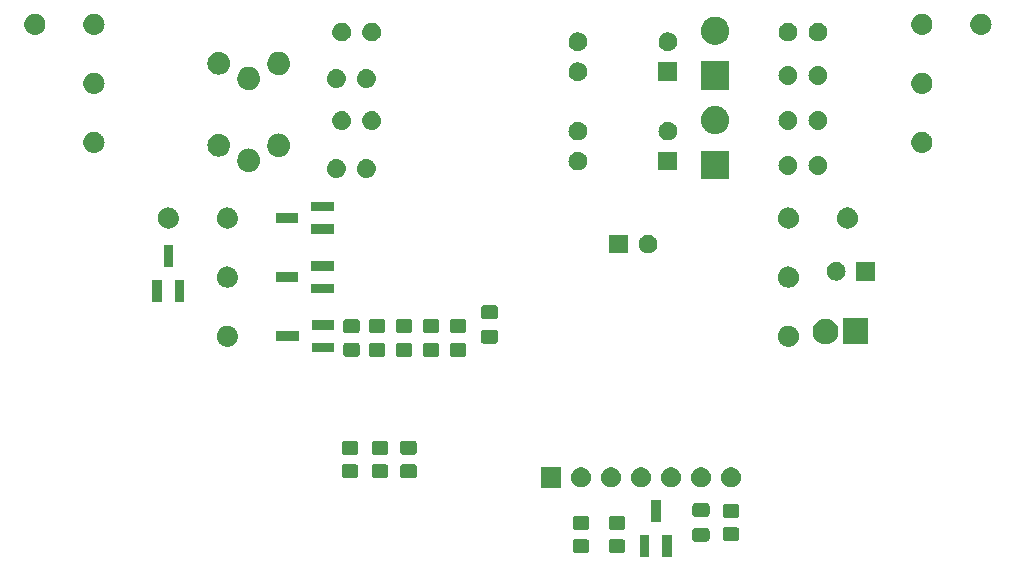
<source format=gbs>
G04 #@! TF.GenerationSoftware,KiCad,Pcbnew,7.0.6*
G04 #@! TF.CreationDate,2023-08-17T21:15:31+02:00*
G04 #@! TF.ProjectId,esp-switch,6573702d-7377-4697-9463-682e6b696361,rev?*
G04 #@! TF.SameCoordinates,Original*
G04 #@! TF.FileFunction,Soldermask,Bot*
G04 #@! TF.FilePolarity,Negative*
%FSLAX46Y46*%
G04 Gerber Fmt 4.6, Leading zero omitted, Abs format (unit mm)*
G04 Created by KiCad (PCBNEW 7.0.6) date 2023-08-17 21:15:31*
%MOMM*%
%LPD*%
G01*
G04 APERTURE LIST*
G04 APERTURE END LIST*
G36*
X55838000Y-46138000D02*
G01*
X55038000Y-46138000D01*
X55038000Y-44238000D01*
X55838000Y-44238000D01*
X55838000Y-46138000D01*
G37*
G36*
X57738000Y-46138000D02*
G01*
X56938000Y-46138000D01*
X56938000Y-44238000D01*
X57738000Y-44238000D01*
X57738000Y-46138000D01*
G37*
G36*
X50492850Y-44596964D02*
G01*
X50543040Y-44602787D01*
X50560189Y-44610359D01*
X50583671Y-44615030D01*
X50608810Y-44631827D01*
X50628696Y-44640608D01*
X50642277Y-44654189D01*
X50664777Y-44669223D01*
X50679810Y-44691722D01*
X50693391Y-44705303D01*
X50702170Y-44725186D01*
X50718970Y-44750329D01*
X50723641Y-44773812D01*
X50731212Y-44790959D01*
X50737033Y-44841139D01*
X50738000Y-44846000D01*
X50738000Y-45546000D01*
X50737032Y-45550863D01*
X50731212Y-45601040D01*
X50723641Y-45618185D01*
X50718970Y-45641671D01*
X50702169Y-45666815D01*
X50693391Y-45686696D01*
X50679812Y-45700274D01*
X50664777Y-45722777D01*
X50642274Y-45737812D01*
X50628696Y-45751391D01*
X50608815Y-45760169D01*
X50583671Y-45776970D01*
X50560185Y-45781641D01*
X50543040Y-45789212D01*
X50492861Y-45795032D01*
X50488000Y-45796000D01*
X49588000Y-45796000D01*
X49583138Y-45795032D01*
X49532959Y-45789212D01*
X49515812Y-45781641D01*
X49492329Y-45776970D01*
X49467186Y-45760170D01*
X49447303Y-45751391D01*
X49433722Y-45737810D01*
X49411223Y-45722777D01*
X49396189Y-45700277D01*
X49382608Y-45686696D01*
X49373827Y-45666810D01*
X49357030Y-45641671D01*
X49352359Y-45618189D01*
X49344787Y-45601040D01*
X49338964Y-45550849D01*
X49338000Y-45546000D01*
X49338000Y-44846000D01*
X49338964Y-44841150D01*
X49344787Y-44790959D01*
X49352359Y-44773808D01*
X49357030Y-44750329D01*
X49373826Y-44725191D01*
X49382608Y-44705303D01*
X49396191Y-44691719D01*
X49411223Y-44669223D01*
X49433719Y-44654191D01*
X49447303Y-44640608D01*
X49467191Y-44631826D01*
X49492329Y-44615030D01*
X49515808Y-44610359D01*
X49532959Y-44602787D01*
X49583151Y-44596964D01*
X49588000Y-44596000D01*
X50488000Y-44596000D01*
X50492850Y-44596964D01*
G37*
G36*
X53540850Y-44596964D02*
G01*
X53591040Y-44602787D01*
X53608189Y-44610359D01*
X53631671Y-44615030D01*
X53656810Y-44631827D01*
X53676696Y-44640608D01*
X53690277Y-44654189D01*
X53712777Y-44669223D01*
X53727810Y-44691722D01*
X53741391Y-44705303D01*
X53750170Y-44725186D01*
X53766970Y-44750329D01*
X53771641Y-44773812D01*
X53779212Y-44790959D01*
X53785033Y-44841139D01*
X53786000Y-44846000D01*
X53786000Y-45546000D01*
X53785032Y-45550863D01*
X53779212Y-45601040D01*
X53771641Y-45618185D01*
X53766970Y-45641671D01*
X53750169Y-45666815D01*
X53741391Y-45686696D01*
X53727812Y-45700274D01*
X53712777Y-45722777D01*
X53690274Y-45737812D01*
X53676696Y-45751391D01*
X53656815Y-45760169D01*
X53631671Y-45776970D01*
X53608185Y-45781641D01*
X53591040Y-45789212D01*
X53540861Y-45795032D01*
X53536000Y-45796000D01*
X52636000Y-45796000D01*
X52631138Y-45795032D01*
X52580959Y-45789212D01*
X52563812Y-45781641D01*
X52540329Y-45776970D01*
X52515186Y-45760170D01*
X52495303Y-45751391D01*
X52481722Y-45737810D01*
X52459223Y-45722777D01*
X52444189Y-45700277D01*
X52430608Y-45686696D01*
X52421827Y-45666810D01*
X52405030Y-45641671D01*
X52400359Y-45618189D01*
X52392787Y-45601040D01*
X52386964Y-45550849D01*
X52386000Y-45546000D01*
X52386000Y-44846000D01*
X52386964Y-44841150D01*
X52392787Y-44790959D01*
X52400359Y-44773808D01*
X52405030Y-44750329D01*
X52421826Y-44725191D01*
X52430608Y-44705303D01*
X52444191Y-44691719D01*
X52459223Y-44669223D01*
X52481719Y-44654191D01*
X52495303Y-44640608D01*
X52515191Y-44631826D01*
X52540329Y-44615030D01*
X52563808Y-44610359D01*
X52580959Y-44602787D01*
X52631151Y-44596964D01*
X52636000Y-44596000D01*
X53536000Y-44596000D01*
X53540850Y-44596964D01*
G37*
G36*
X60677850Y-43630964D02*
G01*
X60728040Y-43636787D01*
X60745189Y-43644359D01*
X60768671Y-43649030D01*
X60793810Y-43665827D01*
X60813696Y-43674608D01*
X60827277Y-43688189D01*
X60849777Y-43703223D01*
X60864810Y-43725722D01*
X60878391Y-43739303D01*
X60887170Y-43759186D01*
X60903970Y-43784329D01*
X60908641Y-43807812D01*
X60916212Y-43824959D01*
X60922033Y-43875139D01*
X60923000Y-43880000D01*
X60923000Y-44555000D01*
X60922032Y-44559863D01*
X60916212Y-44610040D01*
X60908641Y-44627185D01*
X60903970Y-44650671D01*
X60887169Y-44675815D01*
X60878391Y-44695696D01*
X60864812Y-44709274D01*
X60849777Y-44731777D01*
X60827274Y-44746812D01*
X60813696Y-44760391D01*
X60793815Y-44769169D01*
X60768671Y-44785970D01*
X60745185Y-44790641D01*
X60728040Y-44798212D01*
X60677861Y-44804032D01*
X60673000Y-44805000D01*
X59723000Y-44805000D01*
X59718138Y-44804032D01*
X59667959Y-44798212D01*
X59650812Y-44790641D01*
X59627329Y-44785970D01*
X59602186Y-44769170D01*
X59582303Y-44760391D01*
X59568722Y-44746810D01*
X59546223Y-44731777D01*
X59531189Y-44709277D01*
X59517608Y-44695696D01*
X59508827Y-44675810D01*
X59492030Y-44650671D01*
X59487359Y-44627189D01*
X59479787Y-44610040D01*
X59473964Y-44559849D01*
X59473000Y-44555000D01*
X59473000Y-43880000D01*
X59473964Y-43875150D01*
X59479787Y-43824959D01*
X59487359Y-43807808D01*
X59492030Y-43784329D01*
X59508826Y-43759191D01*
X59517608Y-43739303D01*
X59531191Y-43725719D01*
X59546223Y-43703223D01*
X59568719Y-43688191D01*
X59582303Y-43674608D01*
X59602191Y-43665826D01*
X59627329Y-43649030D01*
X59650808Y-43644359D01*
X59667959Y-43636787D01*
X59718151Y-43630964D01*
X59723000Y-43630000D01*
X60673000Y-43630000D01*
X60677850Y-43630964D01*
G37*
G36*
X63192850Y-43580964D02*
G01*
X63243040Y-43586787D01*
X63260189Y-43594359D01*
X63283671Y-43599030D01*
X63308810Y-43615827D01*
X63328696Y-43624608D01*
X63342277Y-43638189D01*
X63364777Y-43653223D01*
X63379810Y-43675722D01*
X63393391Y-43689303D01*
X63402170Y-43709186D01*
X63418970Y-43734329D01*
X63423641Y-43757812D01*
X63431212Y-43774959D01*
X63437033Y-43825139D01*
X63438000Y-43830000D01*
X63438000Y-44530000D01*
X63437032Y-44534863D01*
X63431212Y-44585040D01*
X63423641Y-44602185D01*
X63418970Y-44625671D01*
X63402169Y-44650815D01*
X63393391Y-44670696D01*
X63379812Y-44684274D01*
X63364777Y-44706777D01*
X63342274Y-44721812D01*
X63328696Y-44735391D01*
X63308815Y-44744169D01*
X63283671Y-44760970D01*
X63260185Y-44765641D01*
X63243040Y-44773212D01*
X63192861Y-44779032D01*
X63188000Y-44780000D01*
X62288000Y-44780000D01*
X62283138Y-44779032D01*
X62232959Y-44773212D01*
X62215812Y-44765641D01*
X62192329Y-44760970D01*
X62167186Y-44744170D01*
X62147303Y-44735391D01*
X62133722Y-44721810D01*
X62111223Y-44706777D01*
X62096189Y-44684277D01*
X62082608Y-44670696D01*
X62073827Y-44650810D01*
X62057030Y-44625671D01*
X62052359Y-44602189D01*
X62044787Y-44585040D01*
X62038964Y-44534849D01*
X62038000Y-44530000D01*
X62038000Y-43830000D01*
X62038964Y-43825150D01*
X62044787Y-43774959D01*
X62052359Y-43757808D01*
X62057030Y-43734329D01*
X62073826Y-43709191D01*
X62082608Y-43689303D01*
X62096191Y-43675719D01*
X62111223Y-43653223D01*
X62133719Y-43638191D01*
X62147303Y-43624608D01*
X62167191Y-43615826D01*
X62192329Y-43599030D01*
X62215808Y-43594359D01*
X62232959Y-43586787D01*
X62283151Y-43580964D01*
X62288000Y-43580000D01*
X63188000Y-43580000D01*
X63192850Y-43580964D01*
G37*
G36*
X50492850Y-42596964D02*
G01*
X50543040Y-42602787D01*
X50560189Y-42610359D01*
X50583671Y-42615030D01*
X50608810Y-42631827D01*
X50628696Y-42640608D01*
X50642277Y-42654189D01*
X50664777Y-42669223D01*
X50679810Y-42691722D01*
X50693391Y-42705303D01*
X50702170Y-42725186D01*
X50718970Y-42750329D01*
X50723641Y-42773812D01*
X50731212Y-42790959D01*
X50737033Y-42841139D01*
X50738000Y-42846000D01*
X50738000Y-43546000D01*
X50737032Y-43550863D01*
X50731212Y-43601040D01*
X50723641Y-43618185D01*
X50718970Y-43641671D01*
X50702169Y-43666815D01*
X50693391Y-43686696D01*
X50679812Y-43700274D01*
X50664777Y-43722777D01*
X50642274Y-43737812D01*
X50628696Y-43751391D01*
X50608815Y-43760169D01*
X50583671Y-43776970D01*
X50560185Y-43781641D01*
X50543040Y-43789212D01*
X50492861Y-43795032D01*
X50488000Y-43796000D01*
X49588000Y-43796000D01*
X49583138Y-43795032D01*
X49532959Y-43789212D01*
X49515812Y-43781641D01*
X49492329Y-43776970D01*
X49467186Y-43760170D01*
X49447303Y-43751391D01*
X49433722Y-43737810D01*
X49411223Y-43722777D01*
X49396189Y-43700277D01*
X49382608Y-43686696D01*
X49373827Y-43666810D01*
X49357030Y-43641671D01*
X49352359Y-43618189D01*
X49344787Y-43601040D01*
X49338964Y-43550849D01*
X49338000Y-43546000D01*
X49338000Y-42846000D01*
X49338964Y-42841150D01*
X49344787Y-42790959D01*
X49352359Y-42773808D01*
X49357030Y-42750329D01*
X49373826Y-42725191D01*
X49382608Y-42705303D01*
X49396191Y-42691719D01*
X49411223Y-42669223D01*
X49433719Y-42654191D01*
X49447303Y-42640608D01*
X49467191Y-42631826D01*
X49492329Y-42615030D01*
X49515808Y-42610359D01*
X49532959Y-42602787D01*
X49583151Y-42596964D01*
X49588000Y-42596000D01*
X50488000Y-42596000D01*
X50492850Y-42596964D01*
G37*
G36*
X53540850Y-42596964D02*
G01*
X53591040Y-42602787D01*
X53608189Y-42610359D01*
X53631671Y-42615030D01*
X53656810Y-42631827D01*
X53676696Y-42640608D01*
X53690277Y-42654189D01*
X53712777Y-42669223D01*
X53727810Y-42691722D01*
X53741391Y-42705303D01*
X53750170Y-42725186D01*
X53766970Y-42750329D01*
X53771641Y-42773812D01*
X53779212Y-42790959D01*
X53785033Y-42841139D01*
X53786000Y-42846000D01*
X53786000Y-43546000D01*
X53785032Y-43550863D01*
X53779212Y-43601040D01*
X53771641Y-43618185D01*
X53766970Y-43641671D01*
X53750169Y-43666815D01*
X53741391Y-43686696D01*
X53727812Y-43700274D01*
X53712777Y-43722777D01*
X53690274Y-43737812D01*
X53676696Y-43751391D01*
X53656815Y-43760169D01*
X53631671Y-43776970D01*
X53608185Y-43781641D01*
X53591040Y-43789212D01*
X53540861Y-43795032D01*
X53536000Y-43796000D01*
X52636000Y-43796000D01*
X52631138Y-43795032D01*
X52580959Y-43789212D01*
X52563812Y-43781641D01*
X52540329Y-43776970D01*
X52515186Y-43760170D01*
X52495303Y-43751391D01*
X52481722Y-43737810D01*
X52459223Y-43722777D01*
X52444189Y-43700277D01*
X52430608Y-43686696D01*
X52421827Y-43666810D01*
X52405030Y-43641671D01*
X52400359Y-43618189D01*
X52392787Y-43601040D01*
X52386964Y-43550849D01*
X52386000Y-43546000D01*
X52386000Y-42846000D01*
X52386964Y-42841150D01*
X52392787Y-42790959D01*
X52400359Y-42773808D01*
X52405030Y-42750329D01*
X52421826Y-42725191D01*
X52430608Y-42705303D01*
X52444191Y-42691719D01*
X52459223Y-42669223D01*
X52481719Y-42654191D01*
X52495303Y-42640608D01*
X52515191Y-42631826D01*
X52540329Y-42615030D01*
X52563808Y-42610359D01*
X52580959Y-42602787D01*
X52631151Y-42596964D01*
X52636000Y-42596000D01*
X53536000Y-42596000D01*
X53540850Y-42596964D01*
G37*
G36*
X56788000Y-43138000D02*
G01*
X55988000Y-43138000D01*
X55988000Y-41238000D01*
X56788000Y-41238000D01*
X56788000Y-43138000D01*
G37*
G36*
X63192850Y-41580964D02*
G01*
X63243040Y-41586787D01*
X63260189Y-41594359D01*
X63283671Y-41599030D01*
X63308810Y-41615827D01*
X63328696Y-41624608D01*
X63342277Y-41638189D01*
X63364777Y-41653223D01*
X63379810Y-41675722D01*
X63393391Y-41689303D01*
X63402170Y-41709186D01*
X63418970Y-41734329D01*
X63423641Y-41757812D01*
X63431212Y-41774959D01*
X63437033Y-41825139D01*
X63438000Y-41830000D01*
X63438000Y-42530000D01*
X63437032Y-42534863D01*
X63431212Y-42585040D01*
X63423641Y-42602185D01*
X63418970Y-42625671D01*
X63402169Y-42650815D01*
X63393391Y-42670696D01*
X63379812Y-42684274D01*
X63364777Y-42706777D01*
X63342274Y-42721812D01*
X63328696Y-42735391D01*
X63308815Y-42744169D01*
X63283671Y-42760970D01*
X63260185Y-42765641D01*
X63243040Y-42773212D01*
X63192861Y-42779032D01*
X63188000Y-42780000D01*
X62288000Y-42780000D01*
X62283138Y-42779032D01*
X62232959Y-42773212D01*
X62215812Y-42765641D01*
X62192329Y-42760970D01*
X62167186Y-42744170D01*
X62147303Y-42735391D01*
X62133722Y-42721810D01*
X62111223Y-42706777D01*
X62096189Y-42684277D01*
X62082608Y-42670696D01*
X62073827Y-42650810D01*
X62057030Y-42625671D01*
X62052359Y-42602189D01*
X62044787Y-42585040D01*
X62038964Y-42534849D01*
X62038000Y-42530000D01*
X62038000Y-41830000D01*
X62038964Y-41825150D01*
X62044787Y-41774959D01*
X62052359Y-41757808D01*
X62057030Y-41734329D01*
X62073826Y-41709191D01*
X62082608Y-41689303D01*
X62096191Y-41675719D01*
X62111223Y-41653223D01*
X62133719Y-41638191D01*
X62147303Y-41624608D01*
X62167191Y-41615826D01*
X62192329Y-41599030D01*
X62215808Y-41594359D01*
X62232959Y-41586787D01*
X62283151Y-41580964D01*
X62288000Y-41580000D01*
X63188000Y-41580000D01*
X63192850Y-41580964D01*
G37*
G36*
X60677850Y-41555964D02*
G01*
X60728040Y-41561787D01*
X60745189Y-41569359D01*
X60768671Y-41574030D01*
X60793810Y-41590827D01*
X60813696Y-41599608D01*
X60827277Y-41613189D01*
X60849777Y-41628223D01*
X60864810Y-41650722D01*
X60878391Y-41664303D01*
X60887170Y-41684186D01*
X60903970Y-41709329D01*
X60908641Y-41732812D01*
X60916212Y-41749959D01*
X60922033Y-41800139D01*
X60923000Y-41805000D01*
X60923000Y-42480000D01*
X60922032Y-42484863D01*
X60916212Y-42535040D01*
X60908641Y-42552185D01*
X60903970Y-42575671D01*
X60887169Y-42600815D01*
X60878391Y-42620696D01*
X60864812Y-42634274D01*
X60849777Y-42656777D01*
X60827274Y-42671812D01*
X60813696Y-42685391D01*
X60793815Y-42694169D01*
X60768671Y-42710970D01*
X60745185Y-42715641D01*
X60728040Y-42723212D01*
X60677861Y-42729032D01*
X60673000Y-42730000D01*
X59723000Y-42730000D01*
X59718138Y-42729032D01*
X59667959Y-42723212D01*
X59650812Y-42715641D01*
X59627329Y-42710970D01*
X59602186Y-42694170D01*
X59582303Y-42685391D01*
X59568722Y-42671810D01*
X59546223Y-42656777D01*
X59531189Y-42634277D01*
X59517608Y-42620696D01*
X59508827Y-42600810D01*
X59492030Y-42575671D01*
X59487359Y-42552189D01*
X59479787Y-42535040D01*
X59473964Y-42484849D01*
X59473000Y-42480000D01*
X59473000Y-41805000D01*
X59473964Y-41800150D01*
X59479787Y-41749959D01*
X59487359Y-41732808D01*
X59492030Y-41709329D01*
X59508826Y-41684191D01*
X59517608Y-41664303D01*
X59531191Y-41650719D01*
X59546223Y-41628223D01*
X59568719Y-41613191D01*
X59582303Y-41599608D01*
X59602191Y-41590826D01*
X59627329Y-41574030D01*
X59650808Y-41569359D01*
X59667959Y-41561787D01*
X59718151Y-41555964D01*
X59723000Y-41555000D01*
X60673000Y-41555000D01*
X60677850Y-41555964D01*
G37*
G36*
X48348000Y-40220000D02*
G01*
X46648000Y-40220000D01*
X46648000Y-38520000D01*
X48348000Y-38520000D01*
X48348000Y-40220000D01*
G37*
G36*
X50300664Y-38561602D02*
G01*
X50463000Y-38633878D01*
X50606761Y-38738327D01*
X50725664Y-38870383D01*
X50814514Y-39024274D01*
X50869425Y-39193275D01*
X50888000Y-39370000D01*
X50869425Y-39546725D01*
X50814514Y-39715726D01*
X50725664Y-39869617D01*
X50606761Y-40001673D01*
X50463000Y-40106122D01*
X50300664Y-40178398D01*
X50126849Y-40215344D01*
X49949151Y-40215344D01*
X49775336Y-40178398D01*
X49613000Y-40106122D01*
X49469239Y-40001673D01*
X49350336Y-39869617D01*
X49261486Y-39715726D01*
X49206575Y-39546725D01*
X49188000Y-39370000D01*
X49206575Y-39193275D01*
X49261486Y-39024274D01*
X49350336Y-38870383D01*
X49469239Y-38738327D01*
X49613000Y-38633878D01*
X49775336Y-38561602D01*
X49949151Y-38524656D01*
X50126849Y-38524656D01*
X50300664Y-38561602D01*
G37*
G36*
X52840664Y-38561602D02*
G01*
X53003000Y-38633878D01*
X53146761Y-38738327D01*
X53265664Y-38870383D01*
X53354514Y-39024274D01*
X53409425Y-39193275D01*
X53428000Y-39370000D01*
X53409425Y-39546725D01*
X53354514Y-39715726D01*
X53265664Y-39869617D01*
X53146761Y-40001673D01*
X53003000Y-40106122D01*
X52840664Y-40178398D01*
X52666849Y-40215344D01*
X52489151Y-40215344D01*
X52315336Y-40178398D01*
X52153000Y-40106122D01*
X52009239Y-40001673D01*
X51890336Y-39869617D01*
X51801486Y-39715726D01*
X51746575Y-39546725D01*
X51728000Y-39370000D01*
X51746575Y-39193275D01*
X51801486Y-39024274D01*
X51890336Y-38870383D01*
X52009239Y-38738327D01*
X52153000Y-38633878D01*
X52315336Y-38561602D01*
X52489151Y-38524656D01*
X52666849Y-38524656D01*
X52840664Y-38561602D01*
G37*
G36*
X55380664Y-38561602D02*
G01*
X55543000Y-38633878D01*
X55686761Y-38738327D01*
X55805664Y-38870383D01*
X55894514Y-39024274D01*
X55949425Y-39193275D01*
X55968000Y-39370000D01*
X55949425Y-39546725D01*
X55894514Y-39715726D01*
X55805664Y-39869617D01*
X55686761Y-40001673D01*
X55543000Y-40106122D01*
X55380664Y-40178398D01*
X55206849Y-40215344D01*
X55029151Y-40215344D01*
X54855336Y-40178398D01*
X54693000Y-40106122D01*
X54549239Y-40001673D01*
X54430336Y-39869617D01*
X54341486Y-39715726D01*
X54286575Y-39546725D01*
X54268000Y-39370000D01*
X54286575Y-39193275D01*
X54341486Y-39024274D01*
X54430336Y-38870383D01*
X54549239Y-38738327D01*
X54693000Y-38633878D01*
X54855336Y-38561602D01*
X55029151Y-38524656D01*
X55206849Y-38524656D01*
X55380664Y-38561602D01*
G37*
G36*
X57920664Y-38561602D02*
G01*
X58083000Y-38633878D01*
X58226761Y-38738327D01*
X58345664Y-38870383D01*
X58434514Y-39024274D01*
X58489425Y-39193275D01*
X58508000Y-39370000D01*
X58489425Y-39546725D01*
X58434514Y-39715726D01*
X58345664Y-39869617D01*
X58226761Y-40001673D01*
X58083000Y-40106122D01*
X57920664Y-40178398D01*
X57746849Y-40215344D01*
X57569151Y-40215344D01*
X57395336Y-40178398D01*
X57233000Y-40106122D01*
X57089239Y-40001673D01*
X56970336Y-39869617D01*
X56881486Y-39715726D01*
X56826575Y-39546725D01*
X56808000Y-39370000D01*
X56826575Y-39193275D01*
X56881486Y-39024274D01*
X56970336Y-38870383D01*
X57089239Y-38738327D01*
X57233000Y-38633878D01*
X57395336Y-38561602D01*
X57569151Y-38524656D01*
X57746849Y-38524656D01*
X57920664Y-38561602D01*
G37*
G36*
X60460664Y-38561602D02*
G01*
X60623000Y-38633878D01*
X60766761Y-38738327D01*
X60885664Y-38870383D01*
X60974514Y-39024274D01*
X61029425Y-39193275D01*
X61048000Y-39370000D01*
X61029425Y-39546725D01*
X60974514Y-39715726D01*
X60885664Y-39869617D01*
X60766761Y-40001673D01*
X60623000Y-40106122D01*
X60460664Y-40178398D01*
X60286849Y-40215344D01*
X60109151Y-40215344D01*
X59935336Y-40178398D01*
X59773000Y-40106122D01*
X59629239Y-40001673D01*
X59510336Y-39869617D01*
X59421486Y-39715726D01*
X59366575Y-39546725D01*
X59348000Y-39370000D01*
X59366575Y-39193275D01*
X59421486Y-39024274D01*
X59510336Y-38870383D01*
X59629239Y-38738327D01*
X59773000Y-38633878D01*
X59935336Y-38561602D01*
X60109151Y-38524656D01*
X60286849Y-38524656D01*
X60460664Y-38561602D01*
G37*
G36*
X63000664Y-38561602D02*
G01*
X63163000Y-38633878D01*
X63306761Y-38738327D01*
X63425664Y-38870383D01*
X63514514Y-39024274D01*
X63569425Y-39193275D01*
X63588000Y-39370000D01*
X63569425Y-39546725D01*
X63514514Y-39715726D01*
X63425664Y-39869617D01*
X63306761Y-40001673D01*
X63163000Y-40106122D01*
X63000664Y-40178398D01*
X62826849Y-40215344D01*
X62649151Y-40215344D01*
X62475336Y-40178398D01*
X62313000Y-40106122D01*
X62169239Y-40001673D01*
X62050336Y-39869617D01*
X61961486Y-39715726D01*
X61906575Y-39546725D01*
X61888000Y-39370000D01*
X61906575Y-39193275D01*
X61961486Y-39024274D01*
X62050336Y-38870383D01*
X62169239Y-38738327D01*
X62313000Y-38633878D01*
X62475336Y-38561602D01*
X62649151Y-38524656D01*
X62826849Y-38524656D01*
X63000664Y-38561602D01*
G37*
G36*
X30934850Y-38246964D02*
G01*
X30985040Y-38252787D01*
X31002189Y-38260359D01*
X31025671Y-38265030D01*
X31050810Y-38281827D01*
X31070696Y-38290608D01*
X31084277Y-38304189D01*
X31106777Y-38319223D01*
X31121810Y-38341722D01*
X31135391Y-38355303D01*
X31144170Y-38375186D01*
X31160970Y-38400329D01*
X31165641Y-38423812D01*
X31173212Y-38440959D01*
X31179033Y-38491139D01*
X31180000Y-38496000D01*
X31180000Y-39196000D01*
X31179032Y-39200863D01*
X31173212Y-39251040D01*
X31165641Y-39268185D01*
X31160970Y-39291671D01*
X31144169Y-39316815D01*
X31135391Y-39336696D01*
X31121812Y-39350274D01*
X31106777Y-39372777D01*
X31084274Y-39387812D01*
X31070696Y-39401391D01*
X31050815Y-39410169D01*
X31025671Y-39426970D01*
X31002185Y-39431641D01*
X30985040Y-39439212D01*
X30934861Y-39445032D01*
X30930000Y-39446000D01*
X30030000Y-39446000D01*
X30025138Y-39445032D01*
X29974959Y-39439212D01*
X29957812Y-39431641D01*
X29934329Y-39426970D01*
X29909186Y-39410170D01*
X29889303Y-39401391D01*
X29875722Y-39387810D01*
X29853223Y-39372777D01*
X29838189Y-39350277D01*
X29824608Y-39336696D01*
X29815827Y-39316810D01*
X29799030Y-39291671D01*
X29794359Y-39268189D01*
X29786787Y-39251040D01*
X29780964Y-39200849D01*
X29780000Y-39196000D01*
X29780000Y-38496000D01*
X29780964Y-38491150D01*
X29786787Y-38440959D01*
X29794359Y-38423808D01*
X29799030Y-38400329D01*
X29815826Y-38375191D01*
X29824608Y-38355303D01*
X29838191Y-38341719D01*
X29853223Y-38319223D01*
X29875719Y-38304191D01*
X29889303Y-38290608D01*
X29909191Y-38281826D01*
X29934329Y-38265030D01*
X29957808Y-38260359D01*
X29974959Y-38252787D01*
X30025151Y-38246964D01*
X30030000Y-38246000D01*
X30930000Y-38246000D01*
X30934850Y-38246964D01*
G37*
G36*
X33474850Y-38246964D02*
G01*
X33525040Y-38252787D01*
X33542189Y-38260359D01*
X33565671Y-38265030D01*
X33590810Y-38281827D01*
X33610696Y-38290608D01*
X33624277Y-38304189D01*
X33646777Y-38319223D01*
X33661810Y-38341722D01*
X33675391Y-38355303D01*
X33684170Y-38375186D01*
X33700970Y-38400329D01*
X33705641Y-38423812D01*
X33713212Y-38440959D01*
X33719033Y-38491139D01*
X33720000Y-38496000D01*
X33720000Y-39196000D01*
X33719032Y-39200863D01*
X33713212Y-39251040D01*
X33705641Y-39268185D01*
X33700970Y-39291671D01*
X33684169Y-39316815D01*
X33675391Y-39336696D01*
X33661812Y-39350274D01*
X33646777Y-39372777D01*
X33624274Y-39387812D01*
X33610696Y-39401391D01*
X33590815Y-39410169D01*
X33565671Y-39426970D01*
X33542185Y-39431641D01*
X33525040Y-39439212D01*
X33474861Y-39445032D01*
X33470000Y-39446000D01*
X32570000Y-39446000D01*
X32565138Y-39445032D01*
X32514959Y-39439212D01*
X32497812Y-39431641D01*
X32474329Y-39426970D01*
X32449186Y-39410170D01*
X32429303Y-39401391D01*
X32415722Y-39387810D01*
X32393223Y-39372777D01*
X32378189Y-39350277D01*
X32364608Y-39336696D01*
X32355827Y-39316810D01*
X32339030Y-39291671D01*
X32334359Y-39268189D01*
X32326787Y-39251040D01*
X32320964Y-39200849D01*
X32320000Y-39196000D01*
X32320000Y-38496000D01*
X32320964Y-38491150D01*
X32326787Y-38440959D01*
X32334359Y-38423808D01*
X32339030Y-38400329D01*
X32355826Y-38375191D01*
X32364608Y-38355303D01*
X32378191Y-38341719D01*
X32393223Y-38319223D01*
X32415719Y-38304191D01*
X32429303Y-38290608D01*
X32449191Y-38281826D01*
X32474329Y-38265030D01*
X32497808Y-38260359D01*
X32514959Y-38252787D01*
X32565151Y-38246964D01*
X32570000Y-38246000D01*
X33470000Y-38246000D01*
X33474850Y-38246964D01*
G37*
G36*
X35887850Y-38246964D02*
G01*
X35938040Y-38252787D01*
X35955189Y-38260359D01*
X35978671Y-38265030D01*
X36003810Y-38281827D01*
X36023696Y-38290608D01*
X36037277Y-38304189D01*
X36059777Y-38319223D01*
X36074810Y-38341722D01*
X36088391Y-38355303D01*
X36097170Y-38375186D01*
X36113970Y-38400329D01*
X36118641Y-38423812D01*
X36126212Y-38440959D01*
X36132033Y-38491139D01*
X36133000Y-38496000D01*
X36133000Y-39196000D01*
X36132032Y-39200863D01*
X36126212Y-39251040D01*
X36118641Y-39268185D01*
X36113970Y-39291671D01*
X36097169Y-39316815D01*
X36088391Y-39336696D01*
X36074812Y-39350274D01*
X36059777Y-39372777D01*
X36037274Y-39387812D01*
X36023696Y-39401391D01*
X36003815Y-39410169D01*
X35978671Y-39426970D01*
X35955185Y-39431641D01*
X35938040Y-39439212D01*
X35887861Y-39445032D01*
X35883000Y-39446000D01*
X34983000Y-39446000D01*
X34978138Y-39445032D01*
X34927959Y-39439212D01*
X34910812Y-39431641D01*
X34887329Y-39426970D01*
X34862186Y-39410170D01*
X34842303Y-39401391D01*
X34828722Y-39387810D01*
X34806223Y-39372777D01*
X34791189Y-39350277D01*
X34777608Y-39336696D01*
X34768827Y-39316810D01*
X34752030Y-39291671D01*
X34747359Y-39268189D01*
X34739787Y-39251040D01*
X34733964Y-39200849D01*
X34733000Y-39196000D01*
X34733000Y-38496000D01*
X34733964Y-38491150D01*
X34739787Y-38440959D01*
X34747359Y-38423808D01*
X34752030Y-38400329D01*
X34768826Y-38375191D01*
X34777608Y-38355303D01*
X34791191Y-38341719D01*
X34806223Y-38319223D01*
X34828719Y-38304191D01*
X34842303Y-38290608D01*
X34862191Y-38281826D01*
X34887329Y-38265030D01*
X34910808Y-38260359D01*
X34927959Y-38252787D01*
X34978151Y-38246964D01*
X34983000Y-38246000D01*
X35883000Y-38246000D01*
X35887850Y-38246964D01*
G37*
G36*
X30934850Y-36246964D02*
G01*
X30985040Y-36252787D01*
X31002189Y-36260359D01*
X31025671Y-36265030D01*
X31050810Y-36281827D01*
X31070696Y-36290608D01*
X31084277Y-36304189D01*
X31106777Y-36319223D01*
X31121810Y-36341722D01*
X31135391Y-36355303D01*
X31144170Y-36375186D01*
X31160970Y-36400329D01*
X31165641Y-36423812D01*
X31173212Y-36440959D01*
X31179033Y-36491139D01*
X31180000Y-36496000D01*
X31180000Y-37196000D01*
X31179032Y-37200863D01*
X31173212Y-37251040D01*
X31165641Y-37268185D01*
X31160970Y-37291671D01*
X31144169Y-37316815D01*
X31135391Y-37336696D01*
X31121812Y-37350274D01*
X31106777Y-37372777D01*
X31084274Y-37387812D01*
X31070696Y-37401391D01*
X31050815Y-37410169D01*
X31025671Y-37426970D01*
X31002185Y-37431641D01*
X30985040Y-37439212D01*
X30934861Y-37445032D01*
X30930000Y-37446000D01*
X30030000Y-37446000D01*
X30025138Y-37445032D01*
X29974959Y-37439212D01*
X29957812Y-37431641D01*
X29934329Y-37426970D01*
X29909186Y-37410170D01*
X29889303Y-37401391D01*
X29875722Y-37387810D01*
X29853223Y-37372777D01*
X29838189Y-37350277D01*
X29824608Y-37336696D01*
X29815827Y-37316810D01*
X29799030Y-37291671D01*
X29794359Y-37268189D01*
X29786787Y-37251040D01*
X29780964Y-37200849D01*
X29780000Y-37196000D01*
X29780000Y-36496000D01*
X29780964Y-36491150D01*
X29786787Y-36440959D01*
X29794359Y-36423808D01*
X29799030Y-36400329D01*
X29815826Y-36375191D01*
X29824608Y-36355303D01*
X29838191Y-36341719D01*
X29853223Y-36319223D01*
X29875719Y-36304191D01*
X29889303Y-36290608D01*
X29909191Y-36281826D01*
X29934329Y-36265030D01*
X29957808Y-36260359D01*
X29974959Y-36252787D01*
X30025151Y-36246964D01*
X30030000Y-36246000D01*
X30930000Y-36246000D01*
X30934850Y-36246964D01*
G37*
G36*
X33474850Y-36246964D02*
G01*
X33525040Y-36252787D01*
X33542189Y-36260359D01*
X33565671Y-36265030D01*
X33590810Y-36281827D01*
X33610696Y-36290608D01*
X33624277Y-36304189D01*
X33646777Y-36319223D01*
X33661810Y-36341722D01*
X33675391Y-36355303D01*
X33684170Y-36375186D01*
X33700970Y-36400329D01*
X33705641Y-36423812D01*
X33713212Y-36440959D01*
X33719033Y-36491139D01*
X33720000Y-36496000D01*
X33720000Y-37196000D01*
X33719032Y-37200863D01*
X33713212Y-37251040D01*
X33705641Y-37268185D01*
X33700970Y-37291671D01*
X33684169Y-37316815D01*
X33675391Y-37336696D01*
X33661812Y-37350274D01*
X33646777Y-37372777D01*
X33624274Y-37387812D01*
X33610696Y-37401391D01*
X33590815Y-37410169D01*
X33565671Y-37426970D01*
X33542185Y-37431641D01*
X33525040Y-37439212D01*
X33474861Y-37445032D01*
X33470000Y-37446000D01*
X32570000Y-37446000D01*
X32565138Y-37445032D01*
X32514959Y-37439212D01*
X32497812Y-37431641D01*
X32474329Y-37426970D01*
X32449186Y-37410170D01*
X32429303Y-37401391D01*
X32415722Y-37387810D01*
X32393223Y-37372777D01*
X32378189Y-37350277D01*
X32364608Y-37336696D01*
X32355827Y-37316810D01*
X32339030Y-37291671D01*
X32334359Y-37268189D01*
X32326787Y-37251040D01*
X32320964Y-37200849D01*
X32320000Y-37196000D01*
X32320000Y-36496000D01*
X32320964Y-36491150D01*
X32326787Y-36440959D01*
X32334359Y-36423808D01*
X32339030Y-36400329D01*
X32355826Y-36375191D01*
X32364608Y-36355303D01*
X32378191Y-36341719D01*
X32393223Y-36319223D01*
X32415719Y-36304191D01*
X32429303Y-36290608D01*
X32449191Y-36281826D01*
X32474329Y-36265030D01*
X32497808Y-36260359D01*
X32514959Y-36252787D01*
X32565151Y-36246964D01*
X32570000Y-36246000D01*
X33470000Y-36246000D01*
X33474850Y-36246964D01*
G37*
G36*
X35887850Y-36246964D02*
G01*
X35938040Y-36252787D01*
X35955189Y-36260359D01*
X35978671Y-36265030D01*
X36003810Y-36281827D01*
X36023696Y-36290608D01*
X36037277Y-36304189D01*
X36059777Y-36319223D01*
X36074810Y-36341722D01*
X36088391Y-36355303D01*
X36097170Y-36375186D01*
X36113970Y-36400329D01*
X36118641Y-36423812D01*
X36126212Y-36440959D01*
X36132033Y-36491139D01*
X36133000Y-36496000D01*
X36133000Y-37196000D01*
X36132032Y-37200863D01*
X36126212Y-37251040D01*
X36118641Y-37268185D01*
X36113970Y-37291671D01*
X36097169Y-37316815D01*
X36088391Y-37336696D01*
X36074812Y-37350274D01*
X36059777Y-37372777D01*
X36037274Y-37387812D01*
X36023696Y-37401391D01*
X36003815Y-37410169D01*
X35978671Y-37426970D01*
X35955185Y-37431641D01*
X35938040Y-37439212D01*
X35887861Y-37445032D01*
X35883000Y-37446000D01*
X34983000Y-37446000D01*
X34978138Y-37445032D01*
X34927959Y-37439212D01*
X34910812Y-37431641D01*
X34887329Y-37426970D01*
X34862186Y-37410170D01*
X34842303Y-37401391D01*
X34828722Y-37387810D01*
X34806223Y-37372777D01*
X34791189Y-37350277D01*
X34777608Y-37336696D01*
X34768827Y-37316810D01*
X34752030Y-37291671D01*
X34747359Y-37268189D01*
X34739787Y-37251040D01*
X34733964Y-37200849D01*
X34733000Y-37196000D01*
X34733000Y-36496000D01*
X34733964Y-36491150D01*
X34739787Y-36440959D01*
X34747359Y-36423808D01*
X34752030Y-36400329D01*
X34768826Y-36375191D01*
X34777608Y-36355303D01*
X34791191Y-36341719D01*
X34806223Y-36319223D01*
X34828719Y-36304191D01*
X34842303Y-36290608D01*
X34862191Y-36281826D01*
X34887329Y-36265030D01*
X34910808Y-36260359D01*
X34927959Y-36252787D01*
X34978151Y-36246964D01*
X34983000Y-36246000D01*
X35883000Y-36246000D01*
X35887850Y-36246964D01*
G37*
G36*
X31061850Y-27959964D02*
G01*
X31112040Y-27965787D01*
X31129189Y-27973359D01*
X31152671Y-27978030D01*
X31177810Y-27994827D01*
X31197696Y-28003608D01*
X31211277Y-28017189D01*
X31233777Y-28032223D01*
X31248810Y-28054722D01*
X31262391Y-28068303D01*
X31271170Y-28088186D01*
X31287970Y-28113329D01*
X31292641Y-28136812D01*
X31300212Y-28153959D01*
X31306033Y-28204139D01*
X31307000Y-28209000D01*
X31307000Y-28909000D01*
X31306032Y-28913863D01*
X31300212Y-28964040D01*
X31292641Y-28981185D01*
X31287970Y-29004671D01*
X31271169Y-29029815D01*
X31262391Y-29049696D01*
X31248812Y-29063274D01*
X31233777Y-29085777D01*
X31211274Y-29100812D01*
X31197696Y-29114391D01*
X31177815Y-29123169D01*
X31152671Y-29139970D01*
X31129185Y-29144641D01*
X31112040Y-29152212D01*
X31061861Y-29158032D01*
X31057000Y-29159000D01*
X30157000Y-29159000D01*
X30152138Y-29158032D01*
X30101959Y-29152212D01*
X30084812Y-29144641D01*
X30061329Y-29139970D01*
X30036186Y-29123170D01*
X30016303Y-29114391D01*
X30002722Y-29100810D01*
X29980223Y-29085777D01*
X29965189Y-29063277D01*
X29951608Y-29049696D01*
X29942827Y-29029810D01*
X29926030Y-29004671D01*
X29921359Y-28981189D01*
X29913787Y-28964040D01*
X29907964Y-28913849D01*
X29907000Y-28909000D01*
X29907000Y-28209000D01*
X29907964Y-28204150D01*
X29913787Y-28153959D01*
X29921359Y-28136808D01*
X29926030Y-28113329D01*
X29942826Y-28088191D01*
X29951608Y-28068303D01*
X29965191Y-28054719D01*
X29980223Y-28032223D01*
X30002719Y-28017191D01*
X30016303Y-28003608D01*
X30036191Y-27994826D01*
X30061329Y-27978030D01*
X30084808Y-27973359D01*
X30101959Y-27965787D01*
X30152151Y-27959964D01*
X30157000Y-27959000D01*
X31057000Y-27959000D01*
X31061850Y-27959964D01*
G37*
G36*
X33220850Y-27959964D02*
G01*
X33271040Y-27965787D01*
X33288189Y-27973359D01*
X33311671Y-27978030D01*
X33336810Y-27994827D01*
X33356696Y-28003608D01*
X33370277Y-28017189D01*
X33392777Y-28032223D01*
X33407810Y-28054722D01*
X33421391Y-28068303D01*
X33430170Y-28088186D01*
X33446970Y-28113329D01*
X33451641Y-28136812D01*
X33459212Y-28153959D01*
X33465033Y-28204139D01*
X33466000Y-28209000D01*
X33466000Y-28909000D01*
X33465032Y-28913863D01*
X33459212Y-28964040D01*
X33451641Y-28981185D01*
X33446970Y-29004671D01*
X33430169Y-29029815D01*
X33421391Y-29049696D01*
X33407812Y-29063274D01*
X33392777Y-29085777D01*
X33370274Y-29100812D01*
X33356696Y-29114391D01*
X33336815Y-29123169D01*
X33311671Y-29139970D01*
X33288185Y-29144641D01*
X33271040Y-29152212D01*
X33220861Y-29158032D01*
X33216000Y-29159000D01*
X32316000Y-29159000D01*
X32311138Y-29158032D01*
X32260959Y-29152212D01*
X32243812Y-29144641D01*
X32220329Y-29139970D01*
X32195186Y-29123170D01*
X32175303Y-29114391D01*
X32161722Y-29100810D01*
X32139223Y-29085777D01*
X32124189Y-29063277D01*
X32110608Y-29049696D01*
X32101827Y-29029810D01*
X32085030Y-29004671D01*
X32080359Y-28981189D01*
X32072787Y-28964040D01*
X32066964Y-28913849D01*
X32066000Y-28909000D01*
X32066000Y-28209000D01*
X32066964Y-28204150D01*
X32072787Y-28153959D01*
X32080359Y-28136808D01*
X32085030Y-28113329D01*
X32101826Y-28088191D01*
X32110608Y-28068303D01*
X32124191Y-28054719D01*
X32139223Y-28032223D01*
X32161719Y-28017191D01*
X32175303Y-28003608D01*
X32195191Y-27994826D01*
X32220329Y-27978030D01*
X32243808Y-27973359D01*
X32260959Y-27965787D01*
X32311151Y-27959964D01*
X32316000Y-27959000D01*
X33216000Y-27959000D01*
X33220850Y-27959964D01*
G37*
G36*
X35506850Y-27959964D02*
G01*
X35557040Y-27965787D01*
X35574189Y-27973359D01*
X35597671Y-27978030D01*
X35622810Y-27994827D01*
X35642696Y-28003608D01*
X35656277Y-28017189D01*
X35678777Y-28032223D01*
X35693810Y-28054722D01*
X35707391Y-28068303D01*
X35716170Y-28088186D01*
X35732970Y-28113329D01*
X35737641Y-28136812D01*
X35745212Y-28153959D01*
X35751033Y-28204139D01*
X35752000Y-28209000D01*
X35752000Y-28909000D01*
X35751032Y-28913863D01*
X35745212Y-28964040D01*
X35737641Y-28981185D01*
X35732970Y-29004671D01*
X35716169Y-29029815D01*
X35707391Y-29049696D01*
X35693812Y-29063274D01*
X35678777Y-29085777D01*
X35656274Y-29100812D01*
X35642696Y-29114391D01*
X35622815Y-29123169D01*
X35597671Y-29139970D01*
X35574185Y-29144641D01*
X35557040Y-29152212D01*
X35506861Y-29158032D01*
X35502000Y-29159000D01*
X34602000Y-29159000D01*
X34597138Y-29158032D01*
X34546959Y-29152212D01*
X34529812Y-29144641D01*
X34506329Y-29139970D01*
X34481186Y-29123170D01*
X34461303Y-29114391D01*
X34447722Y-29100810D01*
X34425223Y-29085777D01*
X34410189Y-29063277D01*
X34396608Y-29049696D01*
X34387827Y-29029810D01*
X34371030Y-29004671D01*
X34366359Y-28981189D01*
X34358787Y-28964040D01*
X34352964Y-28913849D01*
X34352000Y-28909000D01*
X34352000Y-28209000D01*
X34352964Y-28204150D01*
X34358787Y-28153959D01*
X34366359Y-28136808D01*
X34371030Y-28113329D01*
X34387826Y-28088191D01*
X34396608Y-28068303D01*
X34410191Y-28054719D01*
X34425223Y-28032223D01*
X34447719Y-28017191D01*
X34461303Y-28003608D01*
X34481191Y-27994826D01*
X34506329Y-27978030D01*
X34529808Y-27973359D01*
X34546959Y-27965787D01*
X34597151Y-27959964D01*
X34602000Y-27959000D01*
X35502000Y-27959000D01*
X35506850Y-27959964D01*
G37*
G36*
X37792850Y-27959964D02*
G01*
X37843040Y-27965787D01*
X37860189Y-27973359D01*
X37883671Y-27978030D01*
X37908810Y-27994827D01*
X37928696Y-28003608D01*
X37942277Y-28017189D01*
X37964777Y-28032223D01*
X37979810Y-28054722D01*
X37993391Y-28068303D01*
X38002170Y-28088186D01*
X38018970Y-28113329D01*
X38023641Y-28136812D01*
X38031212Y-28153959D01*
X38037033Y-28204139D01*
X38038000Y-28209000D01*
X38038000Y-28909000D01*
X38037032Y-28913863D01*
X38031212Y-28964040D01*
X38023641Y-28981185D01*
X38018970Y-29004671D01*
X38002169Y-29029815D01*
X37993391Y-29049696D01*
X37979812Y-29063274D01*
X37964777Y-29085777D01*
X37942274Y-29100812D01*
X37928696Y-29114391D01*
X37908815Y-29123169D01*
X37883671Y-29139970D01*
X37860185Y-29144641D01*
X37843040Y-29152212D01*
X37792861Y-29158032D01*
X37788000Y-29159000D01*
X36888000Y-29159000D01*
X36883138Y-29158032D01*
X36832959Y-29152212D01*
X36815812Y-29144641D01*
X36792329Y-29139970D01*
X36767186Y-29123170D01*
X36747303Y-29114391D01*
X36733722Y-29100810D01*
X36711223Y-29085777D01*
X36696189Y-29063277D01*
X36682608Y-29049696D01*
X36673827Y-29029810D01*
X36657030Y-29004671D01*
X36652359Y-28981189D01*
X36644787Y-28964040D01*
X36638964Y-28913849D01*
X36638000Y-28909000D01*
X36638000Y-28209000D01*
X36638964Y-28204150D01*
X36644787Y-28153959D01*
X36652359Y-28136808D01*
X36657030Y-28113329D01*
X36673826Y-28088191D01*
X36682608Y-28068303D01*
X36696191Y-28054719D01*
X36711223Y-28032223D01*
X36733719Y-28017191D01*
X36747303Y-28003608D01*
X36767191Y-27994826D01*
X36792329Y-27978030D01*
X36815808Y-27973359D01*
X36832959Y-27965787D01*
X36883151Y-27959964D01*
X36888000Y-27959000D01*
X37788000Y-27959000D01*
X37792850Y-27959964D01*
G37*
G36*
X40078850Y-27959964D02*
G01*
X40129040Y-27965787D01*
X40146189Y-27973359D01*
X40169671Y-27978030D01*
X40194810Y-27994827D01*
X40214696Y-28003608D01*
X40228277Y-28017189D01*
X40250777Y-28032223D01*
X40265810Y-28054722D01*
X40279391Y-28068303D01*
X40288170Y-28088186D01*
X40304970Y-28113329D01*
X40309641Y-28136812D01*
X40317212Y-28153959D01*
X40323033Y-28204139D01*
X40324000Y-28209000D01*
X40324000Y-28909000D01*
X40323032Y-28913863D01*
X40317212Y-28964040D01*
X40309641Y-28981185D01*
X40304970Y-29004671D01*
X40288169Y-29029815D01*
X40279391Y-29049696D01*
X40265812Y-29063274D01*
X40250777Y-29085777D01*
X40228274Y-29100812D01*
X40214696Y-29114391D01*
X40194815Y-29123169D01*
X40169671Y-29139970D01*
X40146185Y-29144641D01*
X40129040Y-29152212D01*
X40078861Y-29158032D01*
X40074000Y-29159000D01*
X39174000Y-29159000D01*
X39169138Y-29158032D01*
X39118959Y-29152212D01*
X39101812Y-29144641D01*
X39078329Y-29139970D01*
X39053186Y-29123170D01*
X39033303Y-29114391D01*
X39019722Y-29100810D01*
X38997223Y-29085777D01*
X38982189Y-29063277D01*
X38968608Y-29049696D01*
X38959827Y-29029810D01*
X38943030Y-29004671D01*
X38938359Y-28981189D01*
X38930787Y-28964040D01*
X38924964Y-28913849D01*
X38924000Y-28909000D01*
X38924000Y-28209000D01*
X38924964Y-28204150D01*
X38930787Y-28153959D01*
X38938359Y-28136808D01*
X38943030Y-28113329D01*
X38959826Y-28088191D01*
X38968608Y-28068303D01*
X38982191Y-28054719D01*
X38997223Y-28032223D01*
X39019719Y-28017191D01*
X39033303Y-28003608D01*
X39053191Y-27994826D01*
X39078329Y-27978030D01*
X39101808Y-27973359D01*
X39118959Y-27965787D01*
X39169151Y-27959964D01*
X39174000Y-27959000D01*
X40074000Y-27959000D01*
X40078850Y-27959964D01*
G37*
G36*
X29144000Y-28750000D02*
G01*
X27244000Y-28750000D01*
X27244000Y-27950000D01*
X29144000Y-27950000D01*
X29144000Y-28750000D01*
G37*
G36*
X20147113Y-26504930D02*
G01*
X20194076Y-26504930D01*
X20234622Y-26513548D01*
X20275526Y-26517577D01*
X20326916Y-26533166D01*
X20378115Y-26544049D01*
X20410879Y-26558636D01*
X20444304Y-26568776D01*
X20497420Y-26597166D01*
X20550000Y-26620577D01*
X20574445Y-26638337D01*
X20599849Y-26651916D01*
X20651669Y-26694444D01*
X20702218Y-26731170D01*
X20718631Y-26749398D01*
X20736190Y-26763809D01*
X20783379Y-26821308D01*
X20828115Y-26870993D01*
X20837512Y-26887269D01*
X20848083Y-26900150D01*
X20887183Y-26973302D01*
X20922191Y-27033937D01*
X20926218Y-27046331D01*
X20931223Y-27055695D01*
X20958821Y-27146672D01*
X20980333Y-27212879D01*
X20981090Y-27220082D01*
X20982422Y-27224473D01*
X20995377Y-27356021D01*
X21000000Y-27400000D01*
X20995377Y-27443982D01*
X20982422Y-27575526D01*
X20981090Y-27579916D01*
X20980333Y-27587121D01*
X20958816Y-27653341D01*
X20931223Y-27744304D01*
X20926219Y-27753665D01*
X20922191Y-27766063D01*
X20887176Y-27826709D01*
X20848083Y-27899849D01*
X20837514Y-27912726D01*
X20828115Y-27929007D01*
X20783369Y-27978701D01*
X20736190Y-28036190D01*
X20718634Y-28050597D01*
X20702218Y-28068830D01*
X20651659Y-28105563D01*
X20599849Y-28148083D01*
X20574450Y-28161658D01*
X20550000Y-28179423D01*
X20497408Y-28202838D01*
X20444304Y-28231223D01*
X20410886Y-28241360D01*
X20378115Y-28255951D01*
X20326905Y-28266836D01*
X20275526Y-28282422D01*
X20234631Y-28286449D01*
X20194076Y-28295070D01*
X20147103Y-28295070D01*
X20100000Y-28299709D01*
X20052897Y-28295070D01*
X20005924Y-28295070D01*
X19965368Y-28286449D01*
X19924473Y-28282422D01*
X19873091Y-28266835D01*
X19821885Y-28255951D01*
X19789115Y-28241361D01*
X19755695Y-28231223D01*
X19702585Y-28202835D01*
X19650000Y-28179423D01*
X19625552Y-28161660D01*
X19600150Y-28148083D01*
X19548332Y-28105556D01*
X19497782Y-28068830D01*
X19481368Y-28050600D01*
X19463809Y-28036190D01*
X19416618Y-27978688D01*
X19371885Y-27929007D01*
X19362487Y-27912730D01*
X19351916Y-27899849D01*
X19312810Y-27826686D01*
X19277809Y-27766063D01*
X19273782Y-27753670D01*
X19268776Y-27744304D01*
X19241168Y-27653294D01*
X19219667Y-27587121D01*
X19218910Y-27579921D01*
X19217577Y-27575526D01*
X19204606Y-27443831D01*
X19200000Y-27400000D01*
X19204606Y-27356172D01*
X19217577Y-27224473D01*
X19218910Y-27220077D01*
X19219667Y-27212879D01*
X19241163Y-27146719D01*
X19268776Y-27055695D01*
X19273783Y-27046327D01*
X19277809Y-27033937D01*
X19312802Y-26973326D01*
X19351916Y-26900150D01*
X19362489Y-26887265D01*
X19371885Y-26870993D01*
X19416609Y-26821321D01*
X19463809Y-26763809D01*
X19481371Y-26749395D01*
X19497782Y-26731170D01*
X19548321Y-26694450D01*
X19600150Y-26651916D01*
X19625557Y-26638335D01*
X19650000Y-26620577D01*
X19702573Y-26597169D01*
X19755695Y-26568776D01*
X19789122Y-26558635D01*
X19821885Y-26544049D01*
X19873080Y-26533166D01*
X19924473Y-26517577D01*
X19965377Y-26513548D01*
X20005924Y-26504930D01*
X20052887Y-26504930D01*
X20100000Y-26500290D01*
X20147113Y-26504930D01*
G37*
G36*
X67647113Y-26504930D02*
G01*
X67694076Y-26504930D01*
X67734622Y-26513548D01*
X67775526Y-26517577D01*
X67826916Y-26533166D01*
X67878115Y-26544049D01*
X67910879Y-26558636D01*
X67944304Y-26568776D01*
X67997420Y-26597166D01*
X68050000Y-26620577D01*
X68074445Y-26638337D01*
X68099849Y-26651916D01*
X68151669Y-26694444D01*
X68202218Y-26731170D01*
X68218631Y-26749398D01*
X68236190Y-26763809D01*
X68283379Y-26821308D01*
X68328115Y-26870993D01*
X68337512Y-26887269D01*
X68348083Y-26900150D01*
X68387183Y-26973302D01*
X68422191Y-27033937D01*
X68426218Y-27046331D01*
X68431223Y-27055695D01*
X68458821Y-27146672D01*
X68480333Y-27212879D01*
X68481090Y-27220082D01*
X68482422Y-27224473D01*
X68495378Y-27356032D01*
X68500000Y-27400000D01*
X68495376Y-27443993D01*
X68482422Y-27575526D01*
X68481090Y-27579916D01*
X68480333Y-27587121D01*
X68458816Y-27653341D01*
X68431223Y-27744304D01*
X68426219Y-27753665D01*
X68422191Y-27766063D01*
X68387176Y-27826709D01*
X68348083Y-27899849D01*
X68337514Y-27912726D01*
X68328115Y-27929007D01*
X68283369Y-27978701D01*
X68236190Y-28036190D01*
X68218634Y-28050597D01*
X68202218Y-28068830D01*
X68151659Y-28105563D01*
X68099849Y-28148083D01*
X68074450Y-28161658D01*
X68050000Y-28179423D01*
X67997408Y-28202838D01*
X67944304Y-28231223D01*
X67910886Y-28241360D01*
X67878115Y-28255951D01*
X67826905Y-28266836D01*
X67775526Y-28282422D01*
X67734631Y-28286449D01*
X67694076Y-28295070D01*
X67647103Y-28295070D01*
X67600000Y-28299709D01*
X67552897Y-28295070D01*
X67505924Y-28295070D01*
X67465368Y-28286449D01*
X67424473Y-28282422D01*
X67373091Y-28266835D01*
X67321885Y-28255951D01*
X67289115Y-28241361D01*
X67255695Y-28231223D01*
X67202585Y-28202835D01*
X67150000Y-28179423D01*
X67125552Y-28161660D01*
X67100150Y-28148083D01*
X67048332Y-28105556D01*
X66997782Y-28068830D01*
X66981368Y-28050600D01*
X66963809Y-28036190D01*
X66916618Y-27978688D01*
X66871885Y-27929007D01*
X66862487Y-27912730D01*
X66851916Y-27899849D01*
X66812810Y-27826686D01*
X66777809Y-27766063D01*
X66773782Y-27753670D01*
X66768776Y-27744304D01*
X66741168Y-27653294D01*
X66719667Y-27587121D01*
X66718910Y-27579921D01*
X66717577Y-27575526D01*
X66704606Y-27443831D01*
X66700000Y-27400000D01*
X66704606Y-27356172D01*
X66717577Y-27224473D01*
X66718910Y-27220077D01*
X66719667Y-27212879D01*
X66741163Y-27146719D01*
X66768776Y-27055695D01*
X66773783Y-27046327D01*
X66777809Y-27033937D01*
X66812802Y-26973326D01*
X66851916Y-26900150D01*
X66862489Y-26887265D01*
X66871885Y-26870993D01*
X66916609Y-26821321D01*
X66963809Y-26763809D01*
X66981371Y-26749395D01*
X66997782Y-26731170D01*
X67048321Y-26694450D01*
X67100150Y-26651916D01*
X67125557Y-26638335D01*
X67150000Y-26620577D01*
X67202573Y-26597169D01*
X67255695Y-26568776D01*
X67289122Y-26558635D01*
X67321885Y-26544049D01*
X67373080Y-26533166D01*
X67424473Y-26517577D01*
X67465377Y-26513548D01*
X67505924Y-26504930D01*
X67552887Y-26504930D01*
X67600000Y-26500290D01*
X67647113Y-26504930D01*
G37*
G36*
X74384234Y-28110400D02*
G01*
X72184234Y-28110400D01*
X72184234Y-25910400D01*
X74384234Y-25910400D01*
X74384234Y-28110400D01*
G37*
G36*
X71045263Y-25952392D02*
G01*
X71234546Y-26025720D01*
X71407132Y-26132581D01*
X71557144Y-26269335D01*
X71679473Y-26431325D01*
X71769953Y-26613034D01*
X71825504Y-26808276D01*
X71844234Y-27010400D01*
X71825504Y-27212524D01*
X71769953Y-27407766D01*
X71679473Y-27589475D01*
X71557144Y-27751465D01*
X71407132Y-27888219D01*
X71234546Y-27995080D01*
X71045263Y-28068408D01*
X70845729Y-28105708D01*
X70642739Y-28105708D01*
X70443205Y-28068408D01*
X70253922Y-27995080D01*
X70081336Y-27888219D01*
X69931324Y-27751465D01*
X69808995Y-27589475D01*
X69718515Y-27407766D01*
X69662964Y-27212524D01*
X69644234Y-27010400D01*
X69662964Y-26808276D01*
X69718515Y-26613034D01*
X69808995Y-26431325D01*
X69931324Y-26269335D01*
X70081336Y-26132581D01*
X70253922Y-26025720D01*
X70443205Y-25952392D01*
X70642739Y-25915092D01*
X70845729Y-25915092D01*
X71045263Y-25952392D01*
G37*
G36*
X42770850Y-26866964D02*
G01*
X42821040Y-26872787D01*
X42838189Y-26880359D01*
X42861671Y-26885030D01*
X42886810Y-26901827D01*
X42906696Y-26910608D01*
X42920277Y-26924189D01*
X42942777Y-26939223D01*
X42957810Y-26961722D01*
X42971391Y-26975303D01*
X42980170Y-26995186D01*
X42996970Y-27020329D01*
X43001641Y-27043812D01*
X43009212Y-27060959D01*
X43015033Y-27111139D01*
X43016000Y-27116000D01*
X43016000Y-27791000D01*
X43015032Y-27795863D01*
X43009212Y-27846040D01*
X43001641Y-27863185D01*
X42996970Y-27886671D01*
X42980169Y-27911815D01*
X42971391Y-27931696D01*
X42957812Y-27945274D01*
X42942777Y-27967777D01*
X42920274Y-27982812D01*
X42906696Y-27996391D01*
X42886815Y-28005169D01*
X42861671Y-28021970D01*
X42838185Y-28026641D01*
X42821040Y-28034212D01*
X42770861Y-28040032D01*
X42766000Y-28041000D01*
X41816000Y-28041000D01*
X41811138Y-28040032D01*
X41760959Y-28034212D01*
X41743812Y-28026641D01*
X41720329Y-28021970D01*
X41695186Y-28005170D01*
X41675303Y-27996391D01*
X41661722Y-27982810D01*
X41639223Y-27967777D01*
X41624189Y-27945277D01*
X41610608Y-27931696D01*
X41601827Y-27911810D01*
X41585030Y-27886671D01*
X41580359Y-27863189D01*
X41572787Y-27846040D01*
X41566964Y-27795849D01*
X41566000Y-27791000D01*
X41566000Y-27116000D01*
X41566964Y-27111150D01*
X41572787Y-27060959D01*
X41580359Y-27043808D01*
X41585030Y-27020329D01*
X41601826Y-26995191D01*
X41610608Y-26975303D01*
X41624191Y-26961719D01*
X41639223Y-26939223D01*
X41661719Y-26924191D01*
X41675303Y-26910608D01*
X41695191Y-26901826D01*
X41720329Y-26885030D01*
X41743808Y-26880359D01*
X41760959Y-26872787D01*
X41811151Y-26866964D01*
X41816000Y-26866000D01*
X42766000Y-26866000D01*
X42770850Y-26866964D01*
G37*
G36*
X26144000Y-27800000D02*
G01*
X24244000Y-27800000D01*
X24244000Y-27000000D01*
X26144000Y-27000000D01*
X26144000Y-27800000D01*
G37*
G36*
X31061850Y-25959964D02*
G01*
X31112040Y-25965787D01*
X31129189Y-25973359D01*
X31152671Y-25978030D01*
X31177810Y-25994827D01*
X31197696Y-26003608D01*
X31211277Y-26017189D01*
X31233777Y-26032223D01*
X31248810Y-26054722D01*
X31262391Y-26068303D01*
X31271170Y-26088186D01*
X31287970Y-26113329D01*
X31292641Y-26136812D01*
X31300212Y-26153959D01*
X31306033Y-26204139D01*
X31307000Y-26209000D01*
X31307000Y-26909000D01*
X31306032Y-26913863D01*
X31300212Y-26964040D01*
X31292641Y-26981185D01*
X31287970Y-27004671D01*
X31271169Y-27029815D01*
X31262391Y-27049696D01*
X31248812Y-27063274D01*
X31233777Y-27085777D01*
X31211274Y-27100812D01*
X31197696Y-27114391D01*
X31177815Y-27123169D01*
X31152671Y-27139970D01*
X31129185Y-27144641D01*
X31112040Y-27152212D01*
X31061861Y-27158032D01*
X31057000Y-27159000D01*
X30157000Y-27159000D01*
X30152138Y-27158032D01*
X30101959Y-27152212D01*
X30084812Y-27144641D01*
X30061329Y-27139970D01*
X30036186Y-27123170D01*
X30016303Y-27114391D01*
X30002722Y-27100810D01*
X29980223Y-27085777D01*
X29965189Y-27063277D01*
X29951608Y-27049696D01*
X29942827Y-27029810D01*
X29926030Y-27004671D01*
X29921359Y-26981189D01*
X29913787Y-26964040D01*
X29907964Y-26913849D01*
X29907000Y-26909000D01*
X29907000Y-26209000D01*
X29907964Y-26204150D01*
X29913787Y-26153959D01*
X29921359Y-26136808D01*
X29926030Y-26113329D01*
X29942826Y-26088191D01*
X29951608Y-26068303D01*
X29965191Y-26054719D01*
X29980223Y-26032223D01*
X30002719Y-26017191D01*
X30016303Y-26003608D01*
X30036191Y-25994826D01*
X30061329Y-25978030D01*
X30084808Y-25973359D01*
X30101959Y-25965787D01*
X30152151Y-25959964D01*
X30157000Y-25959000D01*
X31057000Y-25959000D01*
X31061850Y-25959964D01*
G37*
G36*
X33220850Y-25959964D02*
G01*
X33271040Y-25965787D01*
X33288189Y-25973359D01*
X33311671Y-25978030D01*
X33336810Y-25994827D01*
X33356696Y-26003608D01*
X33370277Y-26017189D01*
X33392777Y-26032223D01*
X33407810Y-26054722D01*
X33421391Y-26068303D01*
X33430170Y-26088186D01*
X33446970Y-26113329D01*
X33451641Y-26136812D01*
X33459212Y-26153959D01*
X33465033Y-26204139D01*
X33466000Y-26209000D01*
X33466000Y-26909000D01*
X33465032Y-26913863D01*
X33459212Y-26964040D01*
X33451641Y-26981185D01*
X33446970Y-27004671D01*
X33430169Y-27029815D01*
X33421391Y-27049696D01*
X33407812Y-27063274D01*
X33392777Y-27085777D01*
X33370274Y-27100812D01*
X33356696Y-27114391D01*
X33336815Y-27123169D01*
X33311671Y-27139970D01*
X33288185Y-27144641D01*
X33271040Y-27152212D01*
X33220861Y-27158032D01*
X33216000Y-27159000D01*
X32316000Y-27159000D01*
X32311138Y-27158032D01*
X32260959Y-27152212D01*
X32243812Y-27144641D01*
X32220329Y-27139970D01*
X32195186Y-27123170D01*
X32175303Y-27114391D01*
X32161722Y-27100810D01*
X32139223Y-27085777D01*
X32124189Y-27063277D01*
X32110608Y-27049696D01*
X32101827Y-27029810D01*
X32085030Y-27004671D01*
X32080359Y-26981189D01*
X32072787Y-26964040D01*
X32066964Y-26913849D01*
X32066000Y-26909000D01*
X32066000Y-26209000D01*
X32066964Y-26204150D01*
X32072787Y-26153959D01*
X32080359Y-26136808D01*
X32085030Y-26113329D01*
X32101826Y-26088191D01*
X32110608Y-26068303D01*
X32124191Y-26054719D01*
X32139223Y-26032223D01*
X32161719Y-26017191D01*
X32175303Y-26003608D01*
X32195191Y-25994826D01*
X32220329Y-25978030D01*
X32243808Y-25973359D01*
X32260959Y-25965787D01*
X32311151Y-25959964D01*
X32316000Y-25959000D01*
X33216000Y-25959000D01*
X33220850Y-25959964D01*
G37*
G36*
X35506850Y-25959964D02*
G01*
X35557040Y-25965787D01*
X35574189Y-25973359D01*
X35597671Y-25978030D01*
X35622810Y-25994827D01*
X35642696Y-26003608D01*
X35656277Y-26017189D01*
X35678777Y-26032223D01*
X35693810Y-26054722D01*
X35707391Y-26068303D01*
X35716170Y-26088186D01*
X35732970Y-26113329D01*
X35737641Y-26136812D01*
X35745212Y-26153959D01*
X35751033Y-26204139D01*
X35752000Y-26209000D01*
X35752000Y-26909000D01*
X35751032Y-26913863D01*
X35745212Y-26964040D01*
X35737641Y-26981185D01*
X35732970Y-27004671D01*
X35716169Y-27029815D01*
X35707391Y-27049696D01*
X35693812Y-27063274D01*
X35678777Y-27085777D01*
X35656274Y-27100812D01*
X35642696Y-27114391D01*
X35622815Y-27123169D01*
X35597671Y-27139970D01*
X35574185Y-27144641D01*
X35557040Y-27152212D01*
X35506861Y-27158032D01*
X35502000Y-27159000D01*
X34602000Y-27159000D01*
X34597138Y-27158032D01*
X34546959Y-27152212D01*
X34529812Y-27144641D01*
X34506329Y-27139970D01*
X34481186Y-27123170D01*
X34461303Y-27114391D01*
X34447722Y-27100810D01*
X34425223Y-27085777D01*
X34410189Y-27063277D01*
X34396608Y-27049696D01*
X34387827Y-27029810D01*
X34371030Y-27004671D01*
X34366359Y-26981189D01*
X34358787Y-26964040D01*
X34352964Y-26913849D01*
X34352000Y-26909000D01*
X34352000Y-26209000D01*
X34352964Y-26204150D01*
X34358787Y-26153959D01*
X34366359Y-26136808D01*
X34371030Y-26113329D01*
X34387826Y-26088191D01*
X34396608Y-26068303D01*
X34410191Y-26054719D01*
X34425223Y-26032223D01*
X34447719Y-26017191D01*
X34461303Y-26003608D01*
X34481191Y-25994826D01*
X34506329Y-25978030D01*
X34529808Y-25973359D01*
X34546959Y-25965787D01*
X34597151Y-25959964D01*
X34602000Y-25959000D01*
X35502000Y-25959000D01*
X35506850Y-25959964D01*
G37*
G36*
X37792850Y-25959964D02*
G01*
X37843040Y-25965787D01*
X37860189Y-25973359D01*
X37883671Y-25978030D01*
X37908810Y-25994827D01*
X37928696Y-26003608D01*
X37942277Y-26017189D01*
X37964777Y-26032223D01*
X37979810Y-26054722D01*
X37993391Y-26068303D01*
X38002170Y-26088186D01*
X38018970Y-26113329D01*
X38023641Y-26136812D01*
X38031212Y-26153959D01*
X38037033Y-26204139D01*
X38038000Y-26209000D01*
X38038000Y-26909000D01*
X38037032Y-26913863D01*
X38031212Y-26964040D01*
X38023641Y-26981185D01*
X38018970Y-27004671D01*
X38002169Y-27029815D01*
X37993391Y-27049696D01*
X37979812Y-27063274D01*
X37964777Y-27085777D01*
X37942274Y-27100812D01*
X37928696Y-27114391D01*
X37908815Y-27123169D01*
X37883671Y-27139970D01*
X37860185Y-27144641D01*
X37843040Y-27152212D01*
X37792861Y-27158032D01*
X37788000Y-27159000D01*
X36888000Y-27159000D01*
X36883138Y-27158032D01*
X36832959Y-27152212D01*
X36815812Y-27144641D01*
X36792329Y-27139970D01*
X36767186Y-27123170D01*
X36747303Y-27114391D01*
X36733722Y-27100810D01*
X36711223Y-27085777D01*
X36696189Y-27063277D01*
X36682608Y-27049696D01*
X36673827Y-27029810D01*
X36657030Y-27004671D01*
X36652359Y-26981189D01*
X36644787Y-26964040D01*
X36638964Y-26913849D01*
X36638000Y-26909000D01*
X36638000Y-26209000D01*
X36638964Y-26204150D01*
X36644787Y-26153959D01*
X36652359Y-26136808D01*
X36657030Y-26113329D01*
X36673826Y-26088191D01*
X36682608Y-26068303D01*
X36696191Y-26054719D01*
X36711223Y-26032223D01*
X36733719Y-26017191D01*
X36747303Y-26003608D01*
X36767191Y-25994826D01*
X36792329Y-25978030D01*
X36815808Y-25973359D01*
X36832959Y-25965787D01*
X36883151Y-25959964D01*
X36888000Y-25959000D01*
X37788000Y-25959000D01*
X37792850Y-25959964D01*
G37*
G36*
X40078850Y-25959964D02*
G01*
X40129040Y-25965787D01*
X40146189Y-25973359D01*
X40169671Y-25978030D01*
X40194810Y-25994827D01*
X40214696Y-26003608D01*
X40228277Y-26017189D01*
X40250777Y-26032223D01*
X40265810Y-26054722D01*
X40279391Y-26068303D01*
X40288170Y-26088186D01*
X40304970Y-26113329D01*
X40309641Y-26136812D01*
X40317212Y-26153959D01*
X40323033Y-26204139D01*
X40324000Y-26209000D01*
X40324000Y-26909000D01*
X40323032Y-26913863D01*
X40317212Y-26964040D01*
X40309641Y-26981185D01*
X40304970Y-27004671D01*
X40288169Y-27029815D01*
X40279391Y-27049696D01*
X40265812Y-27063274D01*
X40250777Y-27085777D01*
X40228274Y-27100812D01*
X40214696Y-27114391D01*
X40194815Y-27123169D01*
X40169671Y-27139970D01*
X40146185Y-27144641D01*
X40129040Y-27152212D01*
X40078861Y-27158032D01*
X40074000Y-27159000D01*
X39174000Y-27159000D01*
X39169138Y-27158032D01*
X39118959Y-27152212D01*
X39101812Y-27144641D01*
X39078329Y-27139970D01*
X39053186Y-27123170D01*
X39033303Y-27114391D01*
X39019722Y-27100810D01*
X38997223Y-27085777D01*
X38982189Y-27063277D01*
X38968608Y-27049696D01*
X38959827Y-27029810D01*
X38943030Y-27004671D01*
X38938359Y-26981189D01*
X38930787Y-26964040D01*
X38924964Y-26913849D01*
X38924000Y-26909000D01*
X38924000Y-26209000D01*
X38924964Y-26204150D01*
X38930787Y-26153959D01*
X38938359Y-26136808D01*
X38943030Y-26113329D01*
X38959826Y-26088191D01*
X38968608Y-26068303D01*
X38982191Y-26054719D01*
X38997223Y-26032223D01*
X39019719Y-26017191D01*
X39033303Y-26003608D01*
X39053191Y-25994826D01*
X39078329Y-25978030D01*
X39101808Y-25973359D01*
X39118959Y-25965787D01*
X39169151Y-25959964D01*
X39174000Y-25959000D01*
X40074000Y-25959000D01*
X40078850Y-25959964D01*
G37*
G36*
X29144000Y-26850000D02*
G01*
X27244000Y-26850000D01*
X27244000Y-26050000D01*
X29144000Y-26050000D01*
X29144000Y-26850000D01*
G37*
G36*
X42770850Y-24791964D02*
G01*
X42821040Y-24797787D01*
X42838189Y-24805359D01*
X42861671Y-24810030D01*
X42886810Y-24826827D01*
X42906696Y-24835608D01*
X42920277Y-24849189D01*
X42942777Y-24864223D01*
X42957810Y-24886722D01*
X42971391Y-24900303D01*
X42980170Y-24920186D01*
X42996970Y-24945329D01*
X43001641Y-24968812D01*
X43009212Y-24985959D01*
X43015033Y-25036139D01*
X43016000Y-25041000D01*
X43016000Y-25716000D01*
X43015032Y-25720863D01*
X43009212Y-25771040D01*
X43001641Y-25788185D01*
X42996970Y-25811671D01*
X42980169Y-25836815D01*
X42971391Y-25856696D01*
X42957812Y-25870274D01*
X42942777Y-25892777D01*
X42920274Y-25907812D01*
X42906696Y-25921391D01*
X42886815Y-25930169D01*
X42861671Y-25946970D01*
X42838185Y-25951641D01*
X42821040Y-25959212D01*
X42770861Y-25965032D01*
X42766000Y-25966000D01*
X41816000Y-25966000D01*
X41811138Y-25965032D01*
X41760959Y-25959212D01*
X41743812Y-25951641D01*
X41720329Y-25946970D01*
X41695186Y-25930170D01*
X41675303Y-25921391D01*
X41661722Y-25907810D01*
X41639223Y-25892777D01*
X41624189Y-25870277D01*
X41610608Y-25856696D01*
X41601827Y-25836810D01*
X41585030Y-25811671D01*
X41580359Y-25788189D01*
X41572787Y-25771040D01*
X41566964Y-25720849D01*
X41566000Y-25716000D01*
X41566000Y-25041000D01*
X41566964Y-25036150D01*
X41572787Y-24985959D01*
X41580359Y-24968808D01*
X41585030Y-24945329D01*
X41601826Y-24920191D01*
X41610608Y-24900303D01*
X41624191Y-24886719D01*
X41639223Y-24864223D01*
X41661719Y-24849191D01*
X41675303Y-24835608D01*
X41695191Y-24826826D01*
X41720329Y-24810030D01*
X41743808Y-24805359D01*
X41760959Y-24797787D01*
X41811151Y-24791964D01*
X41816000Y-24791000D01*
X42766000Y-24791000D01*
X42770850Y-24791964D01*
G37*
G36*
X14550000Y-24550000D02*
G01*
X13750000Y-24550000D01*
X13750000Y-22650000D01*
X14550000Y-22650000D01*
X14550000Y-24550000D01*
G37*
G36*
X16450000Y-24550000D02*
G01*
X15650000Y-24550000D01*
X15650000Y-22650000D01*
X16450000Y-22650000D01*
X16450000Y-24550000D01*
G37*
G36*
X29120000Y-23750000D02*
G01*
X27220000Y-23750000D01*
X27220000Y-22950000D01*
X29120000Y-22950000D01*
X29120000Y-23750000D01*
G37*
G36*
X20147113Y-21504930D02*
G01*
X20194076Y-21504930D01*
X20234622Y-21513548D01*
X20275526Y-21517577D01*
X20326916Y-21533166D01*
X20378115Y-21544049D01*
X20410879Y-21558636D01*
X20444304Y-21568776D01*
X20497420Y-21597166D01*
X20550000Y-21620577D01*
X20574445Y-21638337D01*
X20599849Y-21651916D01*
X20651669Y-21694444D01*
X20702218Y-21731170D01*
X20718631Y-21749398D01*
X20736190Y-21763809D01*
X20783379Y-21821308D01*
X20828115Y-21870993D01*
X20837512Y-21887269D01*
X20848083Y-21900150D01*
X20887183Y-21973302D01*
X20922191Y-22033937D01*
X20926218Y-22046331D01*
X20931223Y-22055695D01*
X20958821Y-22146672D01*
X20980333Y-22212879D01*
X20981090Y-22220082D01*
X20982422Y-22224473D01*
X20995377Y-22356021D01*
X21000000Y-22400000D01*
X20995377Y-22443982D01*
X20982422Y-22575526D01*
X20981090Y-22579916D01*
X20980333Y-22587121D01*
X20958816Y-22653341D01*
X20931223Y-22744304D01*
X20926219Y-22753665D01*
X20922191Y-22766063D01*
X20887176Y-22826709D01*
X20848083Y-22899849D01*
X20837514Y-22912726D01*
X20828115Y-22929007D01*
X20783369Y-22978701D01*
X20736190Y-23036190D01*
X20718634Y-23050597D01*
X20702218Y-23068830D01*
X20651659Y-23105563D01*
X20599849Y-23148083D01*
X20574450Y-23161658D01*
X20550000Y-23179423D01*
X20497408Y-23202838D01*
X20444304Y-23231223D01*
X20410886Y-23241360D01*
X20378115Y-23255951D01*
X20326905Y-23266836D01*
X20275526Y-23282422D01*
X20234631Y-23286449D01*
X20194076Y-23295070D01*
X20147103Y-23295070D01*
X20100000Y-23299709D01*
X20052897Y-23295070D01*
X20005924Y-23295070D01*
X19965368Y-23286449D01*
X19924473Y-23282422D01*
X19873091Y-23266835D01*
X19821885Y-23255951D01*
X19789115Y-23241361D01*
X19755695Y-23231223D01*
X19702585Y-23202835D01*
X19650000Y-23179423D01*
X19625552Y-23161660D01*
X19600150Y-23148083D01*
X19548332Y-23105556D01*
X19497782Y-23068830D01*
X19481368Y-23050600D01*
X19463809Y-23036190D01*
X19416618Y-22978688D01*
X19371885Y-22929007D01*
X19362487Y-22912730D01*
X19351916Y-22899849D01*
X19312810Y-22826686D01*
X19277809Y-22766063D01*
X19273782Y-22753670D01*
X19268776Y-22744304D01*
X19241168Y-22653294D01*
X19219667Y-22587121D01*
X19218910Y-22579921D01*
X19217577Y-22575526D01*
X19204606Y-22443831D01*
X19200000Y-22400000D01*
X19204606Y-22356172D01*
X19217577Y-22224473D01*
X19218910Y-22220077D01*
X19219667Y-22212879D01*
X19241163Y-22146719D01*
X19268776Y-22055695D01*
X19273783Y-22046327D01*
X19277809Y-22033937D01*
X19312802Y-21973326D01*
X19351916Y-21900150D01*
X19362489Y-21887265D01*
X19371885Y-21870993D01*
X19416609Y-21821321D01*
X19463809Y-21763809D01*
X19481371Y-21749395D01*
X19497782Y-21731170D01*
X19548321Y-21694450D01*
X19600150Y-21651916D01*
X19625557Y-21638335D01*
X19650000Y-21620577D01*
X19702573Y-21597169D01*
X19755695Y-21568776D01*
X19789122Y-21558635D01*
X19821885Y-21544049D01*
X19873080Y-21533166D01*
X19924473Y-21517577D01*
X19965377Y-21513548D01*
X20005924Y-21504930D01*
X20052887Y-21504930D01*
X20100000Y-21500290D01*
X20147113Y-21504930D01*
G37*
G36*
X67647113Y-21504930D02*
G01*
X67694076Y-21504930D01*
X67734622Y-21513548D01*
X67775526Y-21517577D01*
X67826916Y-21533166D01*
X67878115Y-21544049D01*
X67910879Y-21558636D01*
X67944304Y-21568776D01*
X67997420Y-21597166D01*
X68050000Y-21620577D01*
X68074445Y-21638337D01*
X68099849Y-21651916D01*
X68151669Y-21694444D01*
X68202218Y-21731170D01*
X68218631Y-21749398D01*
X68236190Y-21763809D01*
X68283379Y-21821308D01*
X68328115Y-21870993D01*
X68337512Y-21887269D01*
X68348083Y-21900150D01*
X68387183Y-21973302D01*
X68422191Y-22033937D01*
X68426218Y-22046331D01*
X68431223Y-22055695D01*
X68458821Y-22146672D01*
X68480333Y-22212879D01*
X68481090Y-22220082D01*
X68482422Y-22224473D01*
X68495377Y-22356021D01*
X68500000Y-22400000D01*
X68495377Y-22443982D01*
X68482422Y-22575526D01*
X68481090Y-22579916D01*
X68480333Y-22587121D01*
X68458816Y-22653341D01*
X68431223Y-22744304D01*
X68426219Y-22753665D01*
X68422191Y-22766063D01*
X68387176Y-22826709D01*
X68348083Y-22899849D01*
X68337514Y-22912726D01*
X68328115Y-22929007D01*
X68283369Y-22978701D01*
X68236190Y-23036190D01*
X68218634Y-23050597D01*
X68202218Y-23068830D01*
X68151659Y-23105563D01*
X68099849Y-23148083D01*
X68074450Y-23161658D01*
X68050000Y-23179423D01*
X67997408Y-23202838D01*
X67944304Y-23231223D01*
X67910886Y-23241360D01*
X67878115Y-23255951D01*
X67826905Y-23266836D01*
X67775526Y-23282422D01*
X67734631Y-23286449D01*
X67694076Y-23295070D01*
X67647103Y-23295070D01*
X67600000Y-23299709D01*
X67552897Y-23295070D01*
X67505924Y-23295070D01*
X67465368Y-23286449D01*
X67424473Y-23282422D01*
X67373091Y-23266835D01*
X67321885Y-23255951D01*
X67289115Y-23241361D01*
X67255695Y-23231223D01*
X67202585Y-23202835D01*
X67150000Y-23179423D01*
X67125552Y-23161660D01*
X67100150Y-23148083D01*
X67048332Y-23105556D01*
X66997782Y-23068830D01*
X66981368Y-23050600D01*
X66963809Y-23036190D01*
X66916618Y-22978688D01*
X66871885Y-22929007D01*
X66862487Y-22912730D01*
X66851916Y-22899849D01*
X66812810Y-22826686D01*
X66777809Y-22766063D01*
X66773782Y-22753670D01*
X66768776Y-22744304D01*
X66741168Y-22653294D01*
X66719667Y-22587121D01*
X66718910Y-22579921D01*
X66717577Y-22575526D01*
X66704607Y-22443842D01*
X66700000Y-22400000D01*
X66704605Y-22356183D01*
X66717577Y-22224473D01*
X66718910Y-22220077D01*
X66719667Y-22212879D01*
X66741163Y-22146719D01*
X66768776Y-22055695D01*
X66773783Y-22046327D01*
X66777809Y-22033937D01*
X66812802Y-21973326D01*
X66851916Y-21900150D01*
X66862489Y-21887265D01*
X66871885Y-21870993D01*
X66916609Y-21821321D01*
X66963809Y-21763809D01*
X66981371Y-21749395D01*
X66997782Y-21731170D01*
X67048321Y-21694450D01*
X67100150Y-21651916D01*
X67125557Y-21638335D01*
X67150000Y-21620577D01*
X67202573Y-21597169D01*
X67255695Y-21568776D01*
X67289122Y-21558635D01*
X67321885Y-21544049D01*
X67373080Y-21533166D01*
X67424473Y-21517577D01*
X67465377Y-21513548D01*
X67505924Y-21504930D01*
X67552887Y-21504930D01*
X67600000Y-21500290D01*
X67647113Y-21504930D01*
G37*
G36*
X26120000Y-22800000D02*
G01*
X24220000Y-22800000D01*
X24220000Y-22000000D01*
X26120000Y-22000000D01*
X26120000Y-22800000D01*
G37*
G36*
X71683191Y-21109711D02*
G01*
X71724968Y-21109711D01*
X71772098Y-21119728D01*
X71819397Y-21125058D01*
X71853788Y-21137092D01*
X71888490Y-21144468D01*
X71938497Y-21166733D01*
X71988487Y-21184225D01*
X72014508Y-21200575D01*
X72041215Y-21212466D01*
X72091013Y-21248646D01*
X72140172Y-21279535D01*
X72157824Y-21297187D01*
X72176464Y-21310730D01*
X72222545Y-21361908D01*
X72266845Y-21406208D01*
X72277034Y-21422424D01*
X72288326Y-21434965D01*
X72326953Y-21501870D01*
X72362155Y-21557893D01*
X72366550Y-21570453D01*
X72371915Y-21579746D01*
X72399390Y-21664305D01*
X72421322Y-21726983D01*
X72422153Y-21734363D01*
X72423575Y-21738738D01*
X72436456Y-21861306D01*
X72441380Y-21905000D01*
X72436456Y-21948697D01*
X72423575Y-22071261D01*
X72422153Y-22075635D01*
X72421322Y-22083017D01*
X72399385Y-22145707D01*
X72371915Y-22230253D01*
X72366551Y-22239543D01*
X72362155Y-22252107D01*
X72326946Y-22308140D01*
X72288326Y-22375034D01*
X72277036Y-22387572D01*
X72266845Y-22403792D01*
X72222535Y-22448101D01*
X72176464Y-22499269D01*
X72157828Y-22512808D01*
X72140172Y-22530465D01*
X72091003Y-22561359D01*
X72041215Y-22597533D01*
X72014514Y-22609421D01*
X71988487Y-22625775D01*
X71938487Y-22643270D01*
X71888490Y-22665531D01*
X71853794Y-22672905D01*
X71819397Y-22684942D01*
X71772095Y-22690271D01*
X71724968Y-22700289D01*
X71683191Y-22700289D01*
X71641380Y-22705000D01*
X71599569Y-22700289D01*
X71557792Y-22700289D01*
X71510664Y-22690271D01*
X71463363Y-22684942D01*
X71428966Y-22672906D01*
X71394269Y-22665531D01*
X71344267Y-22643268D01*
X71294273Y-22625775D01*
X71268248Y-22609422D01*
X71241544Y-22597533D01*
X71191749Y-22561355D01*
X71142588Y-22530465D01*
X71124934Y-22512811D01*
X71106295Y-22499269D01*
X71060213Y-22448090D01*
X71015915Y-22403792D01*
X71005725Y-22387575D01*
X70994433Y-22375034D01*
X70955800Y-22308120D01*
X70920605Y-22252107D01*
X70916210Y-22239547D01*
X70910844Y-22230253D01*
X70883360Y-22145667D01*
X70861438Y-22083017D01*
X70860606Y-22075639D01*
X70859184Y-22071261D01*
X70846288Y-21948565D01*
X70841380Y-21905000D01*
X70846288Y-21861438D01*
X70859184Y-21738738D01*
X70860606Y-21734358D01*
X70861438Y-21726983D01*
X70883355Y-21664345D01*
X70910844Y-21579746D01*
X70916211Y-21570449D01*
X70920605Y-21557893D01*
X70955793Y-21501890D01*
X70994433Y-21434965D01*
X71005727Y-21422421D01*
X71015915Y-21406208D01*
X71060206Y-21361916D01*
X71106297Y-21310728D01*
X71124939Y-21297183D01*
X71142588Y-21279535D01*
X71191734Y-21248654D01*
X71241542Y-21212467D01*
X71268253Y-21200574D01*
X71294273Y-21184225D01*
X71344257Y-21166734D01*
X71394269Y-21144468D01*
X71428972Y-21137091D01*
X71463363Y-21125058D01*
X71510661Y-21119728D01*
X71557792Y-21109711D01*
X71599569Y-21109711D01*
X71641380Y-21105000D01*
X71683191Y-21109711D01*
G37*
G36*
X74941380Y-22705000D02*
G01*
X73341380Y-22705000D01*
X73341380Y-21105000D01*
X74941380Y-21105000D01*
X74941380Y-22705000D01*
G37*
G36*
X29120000Y-21850000D02*
G01*
X27220000Y-21850000D01*
X27220000Y-21050000D01*
X29120000Y-21050000D01*
X29120000Y-21850000D01*
G37*
G36*
X15500000Y-21550000D02*
G01*
X14700000Y-21550000D01*
X14700000Y-19650000D01*
X15500000Y-19650000D01*
X15500000Y-21550000D01*
G37*
G36*
X54017621Y-20400000D02*
G01*
X52417621Y-20400000D01*
X52417621Y-18800000D01*
X54017621Y-18800000D01*
X54017621Y-20400000D01*
G37*
G36*
X55759432Y-18804711D02*
G01*
X55801209Y-18804711D01*
X55848339Y-18814728D01*
X55895638Y-18820058D01*
X55930029Y-18832092D01*
X55964731Y-18839468D01*
X56014738Y-18861733D01*
X56064728Y-18879225D01*
X56090749Y-18895575D01*
X56117456Y-18907466D01*
X56167254Y-18943646D01*
X56216413Y-18974535D01*
X56234065Y-18992187D01*
X56252705Y-19005730D01*
X56298786Y-19056908D01*
X56343086Y-19101208D01*
X56353275Y-19117424D01*
X56364567Y-19129965D01*
X56403194Y-19196870D01*
X56438396Y-19252893D01*
X56442791Y-19265453D01*
X56448156Y-19274746D01*
X56475631Y-19359305D01*
X56497563Y-19421983D01*
X56498394Y-19429363D01*
X56499816Y-19433738D01*
X56512697Y-19556306D01*
X56517621Y-19600000D01*
X56512697Y-19643697D01*
X56499816Y-19766261D01*
X56498394Y-19770635D01*
X56497563Y-19778017D01*
X56475626Y-19840707D01*
X56448156Y-19925253D01*
X56442792Y-19934543D01*
X56438396Y-19947107D01*
X56403187Y-20003140D01*
X56364567Y-20070034D01*
X56353277Y-20082572D01*
X56343086Y-20098792D01*
X56298776Y-20143101D01*
X56252705Y-20194269D01*
X56234069Y-20207808D01*
X56216413Y-20225465D01*
X56167244Y-20256359D01*
X56117456Y-20292533D01*
X56090755Y-20304421D01*
X56064728Y-20320775D01*
X56014728Y-20338270D01*
X55964731Y-20360531D01*
X55930035Y-20367905D01*
X55895638Y-20379942D01*
X55848336Y-20385271D01*
X55801209Y-20395289D01*
X55759432Y-20395289D01*
X55717621Y-20400000D01*
X55675810Y-20395289D01*
X55634033Y-20395289D01*
X55586905Y-20385271D01*
X55539604Y-20379942D01*
X55505207Y-20367906D01*
X55470510Y-20360531D01*
X55420508Y-20338268D01*
X55370514Y-20320775D01*
X55344489Y-20304422D01*
X55317785Y-20292533D01*
X55267990Y-20256355D01*
X55218829Y-20225465D01*
X55201175Y-20207811D01*
X55182536Y-20194269D01*
X55136454Y-20143090D01*
X55092156Y-20098792D01*
X55081966Y-20082575D01*
X55070674Y-20070034D01*
X55032041Y-20003120D01*
X54996846Y-19947107D01*
X54992451Y-19934547D01*
X54987085Y-19925253D01*
X54959601Y-19840667D01*
X54937679Y-19778017D01*
X54936847Y-19770639D01*
X54935425Y-19766261D01*
X54922529Y-19643565D01*
X54917621Y-19600000D01*
X54922529Y-19556438D01*
X54935425Y-19433738D01*
X54936847Y-19429358D01*
X54937679Y-19421983D01*
X54959596Y-19359345D01*
X54987085Y-19274746D01*
X54992452Y-19265449D01*
X54996846Y-19252893D01*
X55032034Y-19196890D01*
X55070674Y-19129965D01*
X55081968Y-19117421D01*
X55092156Y-19101208D01*
X55136447Y-19056916D01*
X55182538Y-19005728D01*
X55201180Y-18992183D01*
X55218829Y-18974535D01*
X55267975Y-18943654D01*
X55317783Y-18907467D01*
X55344494Y-18895574D01*
X55370514Y-18879225D01*
X55420498Y-18861734D01*
X55470510Y-18839468D01*
X55505213Y-18832091D01*
X55539604Y-18820058D01*
X55586902Y-18814728D01*
X55634033Y-18804711D01*
X55675810Y-18804711D01*
X55717621Y-18800000D01*
X55759432Y-18804711D01*
G37*
G36*
X29120000Y-18749000D02*
G01*
X27220000Y-18749000D01*
X27220000Y-17949000D01*
X29120000Y-17949000D01*
X29120000Y-18749000D01*
G37*
G36*
X15147113Y-16504930D02*
G01*
X15194076Y-16504930D01*
X15234622Y-16513548D01*
X15275526Y-16517577D01*
X15326916Y-16533166D01*
X15378115Y-16544049D01*
X15410879Y-16558636D01*
X15444304Y-16568776D01*
X15497420Y-16597166D01*
X15550000Y-16620577D01*
X15574445Y-16638337D01*
X15599849Y-16651916D01*
X15651669Y-16694444D01*
X15702218Y-16731170D01*
X15718631Y-16749398D01*
X15736190Y-16763809D01*
X15783379Y-16821308D01*
X15828115Y-16870993D01*
X15837512Y-16887269D01*
X15848083Y-16900150D01*
X15887183Y-16973302D01*
X15922191Y-17033937D01*
X15926218Y-17046331D01*
X15931223Y-17055695D01*
X15958821Y-17146672D01*
X15980333Y-17212879D01*
X15981090Y-17220082D01*
X15982422Y-17224473D01*
X15995377Y-17356021D01*
X16000000Y-17400000D01*
X15995377Y-17443982D01*
X15982422Y-17575526D01*
X15981090Y-17579916D01*
X15980333Y-17587121D01*
X15958816Y-17653341D01*
X15931223Y-17744304D01*
X15926219Y-17753665D01*
X15922191Y-17766063D01*
X15887176Y-17826709D01*
X15848083Y-17899849D01*
X15837514Y-17912726D01*
X15828115Y-17929007D01*
X15783369Y-17978701D01*
X15736190Y-18036190D01*
X15718634Y-18050597D01*
X15702218Y-18068830D01*
X15651659Y-18105563D01*
X15599849Y-18148083D01*
X15574450Y-18161658D01*
X15550000Y-18179423D01*
X15497408Y-18202838D01*
X15444304Y-18231223D01*
X15410886Y-18241360D01*
X15378115Y-18255951D01*
X15326905Y-18266836D01*
X15275526Y-18282422D01*
X15234631Y-18286449D01*
X15194076Y-18295070D01*
X15147103Y-18295070D01*
X15100000Y-18299709D01*
X15052897Y-18295070D01*
X15005924Y-18295070D01*
X14965368Y-18286449D01*
X14924473Y-18282422D01*
X14873091Y-18266835D01*
X14821885Y-18255951D01*
X14789115Y-18241361D01*
X14755695Y-18231223D01*
X14702585Y-18202835D01*
X14650000Y-18179423D01*
X14625552Y-18161660D01*
X14600150Y-18148083D01*
X14548332Y-18105556D01*
X14497782Y-18068830D01*
X14481368Y-18050600D01*
X14463809Y-18036190D01*
X14416618Y-17978688D01*
X14371885Y-17929007D01*
X14362487Y-17912730D01*
X14351916Y-17899849D01*
X14312810Y-17826686D01*
X14277809Y-17766063D01*
X14273782Y-17753670D01*
X14268776Y-17744304D01*
X14241168Y-17653294D01*
X14219667Y-17587121D01*
X14218910Y-17579921D01*
X14217577Y-17575526D01*
X14204606Y-17443831D01*
X14200000Y-17400000D01*
X14204606Y-17356172D01*
X14217577Y-17224473D01*
X14218910Y-17220077D01*
X14219667Y-17212879D01*
X14241163Y-17146719D01*
X14268776Y-17055695D01*
X14273783Y-17046327D01*
X14277809Y-17033937D01*
X14312802Y-16973326D01*
X14351916Y-16900150D01*
X14362489Y-16887265D01*
X14371885Y-16870993D01*
X14416609Y-16821321D01*
X14463809Y-16763809D01*
X14481371Y-16749395D01*
X14497782Y-16731170D01*
X14548321Y-16694450D01*
X14600150Y-16651916D01*
X14625557Y-16638335D01*
X14650000Y-16620577D01*
X14702573Y-16597169D01*
X14755695Y-16568776D01*
X14789122Y-16558635D01*
X14821885Y-16544049D01*
X14873080Y-16533166D01*
X14924473Y-16517577D01*
X14965377Y-16513548D01*
X15005924Y-16504930D01*
X15052887Y-16504930D01*
X15100000Y-16500290D01*
X15147113Y-16504930D01*
G37*
G36*
X20147113Y-16504930D02*
G01*
X20194076Y-16504930D01*
X20234622Y-16513548D01*
X20275526Y-16517577D01*
X20326916Y-16533166D01*
X20378115Y-16544049D01*
X20410879Y-16558636D01*
X20444304Y-16568776D01*
X20497420Y-16597166D01*
X20550000Y-16620577D01*
X20574445Y-16638337D01*
X20599849Y-16651916D01*
X20651669Y-16694444D01*
X20702218Y-16731170D01*
X20718631Y-16749398D01*
X20736190Y-16763809D01*
X20783379Y-16821308D01*
X20828115Y-16870993D01*
X20837512Y-16887269D01*
X20848083Y-16900150D01*
X20887183Y-16973302D01*
X20922191Y-17033937D01*
X20926218Y-17046331D01*
X20931223Y-17055695D01*
X20958821Y-17146672D01*
X20980333Y-17212879D01*
X20981090Y-17220082D01*
X20982422Y-17224473D01*
X20995377Y-17356021D01*
X21000000Y-17400000D01*
X20995377Y-17443982D01*
X20982422Y-17575526D01*
X20981090Y-17579916D01*
X20980333Y-17587121D01*
X20958816Y-17653341D01*
X20931223Y-17744304D01*
X20926219Y-17753665D01*
X20922191Y-17766063D01*
X20887176Y-17826709D01*
X20848083Y-17899849D01*
X20837514Y-17912726D01*
X20828115Y-17929007D01*
X20783369Y-17978701D01*
X20736190Y-18036190D01*
X20718634Y-18050597D01*
X20702218Y-18068830D01*
X20651659Y-18105563D01*
X20599849Y-18148083D01*
X20574450Y-18161658D01*
X20550000Y-18179423D01*
X20497408Y-18202838D01*
X20444304Y-18231223D01*
X20410886Y-18241360D01*
X20378115Y-18255951D01*
X20326905Y-18266836D01*
X20275526Y-18282422D01*
X20234631Y-18286449D01*
X20194076Y-18295070D01*
X20147103Y-18295070D01*
X20100000Y-18299709D01*
X20052897Y-18295070D01*
X20005924Y-18295070D01*
X19965368Y-18286449D01*
X19924473Y-18282422D01*
X19873091Y-18266835D01*
X19821885Y-18255951D01*
X19789115Y-18241361D01*
X19755695Y-18231223D01*
X19702585Y-18202835D01*
X19650000Y-18179423D01*
X19625552Y-18161660D01*
X19600150Y-18148083D01*
X19548332Y-18105556D01*
X19497782Y-18068830D01*
X19481368Y-18050600D01*
X19463809Y-18036190D01*
X19416618Y-17978688D01*
X19371885Y-17929007D01*
X19362487Y-17912730D01*
X19351916Y-17899849D01*
X19312810Y-17826686D01*
X19277809Y-17766063D01*
X19273782Y-17753670D01*
X19268776Y-17744304D01*
X19241168Y-17653294D01*
X19219667Y-17587121D01*
X19218910Y-17579921D01*
X19217577Y-17575526D01*
X19204606Y-17443831D01*
X19200000Y-17400000D01*
X19204606Y-17356172D01*
X19217577Y-17224473D01*
X19218910Y-17220077D01*
X19219667Y-17212879D01*
X19241163Y-17146719D01*
X19268776Y-17055695D01*
X19273783Y-17046327D01*
X19277809Y-17033937D01*
X19312802Y-16973326D01*
X19351916Y-16900150D01*
X19362489Y-16887265D01*
X19371885Y-16870993D01*
X19416609Y-16821321D01*
X19463809Y-16763809D01*
X19481371Y-16749395D01*
X19497782Y-16731170D01*
X19548321Y-16694450D01*
X19600150Y-16651916D01*
X19625557Y-16638335D01*
X19650000Y-16620577D01*
X19702573Y-16597169D01*
X19755695Y-16568776D01*
X19789122Y-16558635D01*
X19821885Y-16544049D01*
X19873080Y-16533166D01*
X19924473Y-16517577D01*
X19965377Y-16513548D01*
X20005924Y-16504930D01*
X20052887Y-16504930D01*
X20100000Y-16500290D01*
X20147113Y-16504930D01*
G37*
G36*
X67647112Y-16504930D02*
G01*
X67694076Y-16504930D01*
X67734623Y-16513548D01*
X67775526Y-16517577D01*
X67826916Y-16533166D01*
X67878115Y-16544049D01*
X67910879Y-16558636D01*
X67944304Y-16568776D01*
X67997420Y-16597166D01*
X68050000Y-16620577D01*
X68074445Y-16638337D01*
X68099849Y-16651916D01*
X68151669Y-16694444D01*
X68202218Y-16731170D01*
X68218631Y-16749398D01*
X68236190Y-16763809D01*
X68283379Y-16821308D01*
X68328115Y-16870993D01*
X68337512Y-16887269D01*
X68348083Y-16900150D01*
X68387183Y-16973302D01*
X68422191Y-17033937D01*
X68426218Y-17046331D01*
X68431223Y-17055695D01*
X68458821Y-17146672D01*
X68480333Y-17212879D01*
X68481090Y-17220082D01*
X68482422Y-17224473D01*
X68495377Y-17356021D01*
X68500000Y-17400000D01*
X68495377Y-17443982D01*
X68482422Y-17575526D01*
X68481090Y-17579916D01*
X68480333Y-17587121D01*
X68458816Y-17653341D01*
X68431223Y-17744304D01*
X68426219Y-17753665D01*
X68422191Y-17766063D01*
X68387176Y-17826709D01*
X68348083Y-17899849D01*
X68337514Y-17912726D01*
X68328115Y-17929007D01*
X68283369Y-17978701D01*
X68236190Y-18036190D01*
X68218634Y-18050597D01*
X68202218Y-18068830D01*
X68151659Y-18105563D01*
X68099849Y-18148083D01*
X68074450Y-18161658D01*
X68050000Y-18179423D01*
X67997408Y-18202838D01*
X67944304Y-18231223D01*
X67910886Y-18241360D01*
X67878115Y-18255951D01*
X67826905Y-18266836D01*
X67775526Y-18282422D01*
X67734631Y-18286449D01*
X67694076Y-18295070D01*
X67647103Y-18295070D01*
X67600000Y-18299709D01*
X67552897Y-18295070D01*
X67505924Y-18295070D01*
X67465368Y-18286449D01*
X67424473Y-18282422D01*
X67373091Y-18266835D01*
X67321885Y-18255951D01*
X67289115Y-18241361D01*
X67255695Y-18231223D01*
X67202585Y-18202835D01*
X67150000Y-18179423D01*
X67125552Y-18161660D01*
X67100150Y-18148083D01*
X67048332Y-18105556D01*
X66997782Y-18068830D01*
X66981368Y-18050600D01*
X66963809Y-18036190D01*
X66916618Y-17978688D01*
X66871885Y-17929007D01*
X66862487Y-17912730D01*
X66851916Y-17899849D01*
X66812810Y-17826686D01*
X66777809Y-17766063D01*
X66773782Y-17753670D01*
X66768776Y-17744304D01*
X66741168Y-17653294D01*
X66719667Y-17587121D01*
X66718910Y-17579921D01*
X66717577Y-17575526D01*
X66704606Y-17443831D01*
X66700000Y-17400000D01*
X66704606Y-17356172D01*
X66717577Y-17224473D01*
X66718910Y-17220077D01*
X66719667Y-17212879D01*
X66741163Y-17146719D01*
X66768776Y-17055695D01*
X66773783Y-17046327D01*
X66777809Y-17033937D01*
X66812802Y-16973326D01*
X66851916Y-16900150D01*
X66862489Y-16887265D01*
X66871885Y-16870993D01*
X66916609Y-16821321D01*
X66963809Y-16763809D01*
X66981371Y-16749395D01*
X66997782Y-16731170D01*
X67048321Y-16694450D01*
X67100150Y-16651916D01*
X67125557Y-16638335D01*
X67150000Y-16620577D01*
X67202573Y-16597169D01*
X67255695Y-16568776D01*
X67289122Y-16558635D01*
X67321885Y-16544049D01*
X67373080Y-16533166D01*
X67424473Y-16517577D01*
X67465377Y-16513548D01*
X67505924Y-16504930D01*
X67552886Y-16504930D01*
X67599999Y-16500290D01*
X67647112Y-16504930D01*
G37*
G36*
X72647112Y-16504930D02*
G01*
X72694076Y-16504930D01*
X72734623Y-16513548D01*
X72775526Y-16517577D01*
X72826916Y-16533166D01*
X72878115Y-16544049D01*
X72910879Y-16558636D01*
X72944304Y-16568776D01*
X72997420Y-16597166D01*
X73050000Y-16620577D01*
X73074445Y-16638337D01*
X73099849Y-16651916D01*
X73151669Y-16694444D01*
X73202218Y-16731170D01*
X73218631Y-16749398D01*
X73236190Y-16763809D01*
X73283379Y-16821308D01*
X73328115Y-16870993D01*
X73337512Y-16887269D01*
X73348083Y-16900150D01*
X73387183Y-16973302D01*
X73422191Y-17033937D01*
X73426218Y-17046331D01*
X73431223Y-17055695D01*
X73458821Y-17146672D01*
X73480333Y-17212879D01*
X73481090Y-17220082D01*
X73482422Y-17224473D01*
X73495378Y-17356032D01*
X73500000Y-17400000D01*
X73495376Y-17443993D01*
X73482422Y-17575526D01*
X73481090Y-17579916D01*
X73480333Y-17587121D01*
X73458816Y-17653341D01*
X73431223Y-17744304D01*
X73426219Y-17753665D01*
X73422191Y-17766063D01*
X73387176Y-17826709D01*
X73348083Y-17899849D01*
X73337514Y-17912726D01*
X73328115Y-17929007D01*
X73283369Y-17978701D01*
X73236190Y-18036190D01*
X73218634Y-18050597D01*
X73202218Y-18068830D01*
X73151659Y-18105563D01*
X73099849Y-18148083D01*
X73074450Y-18161658D01*
X73050000Y-18179423D01*
X72997408Y-18202838D01*
X72944304Y-18231223D01*
X72910886Y-18241360D01*
X72878115Y-18255951D01*
X72826905Y-18266836D01*
X72775526Y-18282422D01*
X72734631Y-18286449D01*
X72694076Y-18295070D01*
X72647103Y-18295070D01*
X72600000Y-18299709D01*
X72552897Y-18295070D01*
X72505924Y-18295070D01*
X72465368Y-18286449D01*
X72424473Y-18282422D01*
X72373091Y-18266835D01*
X72321885Y-18255951D01*
X72289115Y-18241361D01*
X72255695Y-18231223D01*
X72202585Y-18202835D01*
X72150000Y-18179423D01*
X72125552Y-18161660D01*
X72100150Y-18148083D01*
X72048332Y-18105556D01*
X71997782Y-18068830D01*
X71981368Y-18050600D01*
X71963809Y-18036190D01*
X71916618Y-17978688D01*
X71871885Y-17929007D01*
X71862487Y-17912730D01*
X71851916Y-17899849D01*
X71812810Y-17826686D01*
X71777809Y-17766063D01*
X71773782Y-17753670D01*
X71768776Y-17744304D01*
X71741168Y-17653294D01*
X71719667Y-17587121D01*
X71718910Y-17579921D01*
X71717577Y-17575526D01*
X71704606Y-17443831D01*
X71700000Y-17400000D01*
X71704606Y-17356172D01*
X71717577Y-17224473D01*
X71718910Y-17220077D01*
X71719667Y-17212879D01*
X71741163Y-17146719D01*
X71768776Y-17055695D01*
X71773783Y-17046327D01*
X71777809Y-17033937D01*
X71812802Y-16973326D01*
X71851916Y-16900150D01*
X71862489Y-16887265D01*
X71871885Y-16870993D01*
X71916609Y-16821321D01*
X71963809Y-16763809D01*
X71981371Y-16749395D01*
X71997782Y-16731170D01*
X72048321Y-16694450D01*
X72100150Y-16651916D01*
X72125557Y-16638335D01*
X72150000Y-16620577D01*
X72202573Y-16597169D01*
X72255695Y-16568776D01*
X72289122Y-16558635D01*
X72321885Y-16544049D01*
X72373080Y-16533166D01*
X72424473Y-16517577D01*
X72465377Y-16513548D01*
X72505924Y-16504930D01*
X72552886Y-16504930D01*
X72599999Y-16500290D01*
X72647112Y-16504930D01*
G37*
G36*
X26120000Y-17799000D02*
G01*
X24220000Y-17799000D01*
X24220000Y-16999000D01*
X26120000Y-16999000D01*
X26120000Y-17799000D01*
G37*
G36*
X29120000Y-16849000D02*
G01*
X27220000Y-16849000D01*
X27220000Y-16049000D01*
X29120000Y-16049000D01*
X29120000Y-16849000D01*
G37*
G36*
X62600000Y-14108000D02*
G01*
X60200000Y-14108000D01*
X60200000Y-11708000D01*
X62600000Y-11708000D01*
X62600000Y-14108000D01*
G37*
G36*
X29365811Y-12412711D02*
G01*
X29407588Y-12412711D01*
X29454718Y-12422728D01*
X29502017Y-12428058D01*
X29536408Y-12440092D01*
X29571110Y-12447468D01*
X29621117Y-12469733D01*
X29671107Y-12487225D01*
X29697128Y-12503575D01*
X29723835Y-12515466D01*
X29773633Y-12551646D01*
X29822792Y-12582535D01*
X29840444Y-12600187D01*
X29859084Y-12613730D01*
X29905165Y-12664908D01*
X29949465Y-12709208D01*
X29959654Y-12725424D01*
X29970946Y-12737965D01*
X30009573Y-12804870D01*
X30044775Y-12860893D01*
X30049170Y-12873453D01*
X30054535Y-12882746D01*
X30082010Y-12967305D01*
X30103942Y-13029983D01*
X30104773Y-13037363D01*
X30106195Y-13041738D01*
X30119076Y-13164306D01*
X30124000Y-13208000D01*
X30119076Y-13251697D01*
X30106195Y-13374261D01*
X30104773Y-13378635D01*
X30103942Y-13386017D01*
X30082005Y-13448707D01*
X30054535Y-13533253D01*
X30049171Y-13542543D01*
X30044775Y-13555107D01*
X30009566Y-13611140D01*
X29970946Y-13678034D01*
X29959656Y-13690572D01*
X29949465Y-13706792D01*
X29905155Y-13751101D01*
X29859084Y-13802269D01*
X29840448Y-13815808D01*
X29822792Y-13833465D01*
X29773623Y-13864359D01*
X29723835Y-13900533D01*
X29697134Y-13912421D01*
X29671107Y-13928775D01*
X29621107Y-13946270D01*
X29571110Y-13968531D01*
X29536414Y-13975905D01*
X29502017Y-13987942D01*
X29454715Y-13993271D01*
X29407588Y-14003289D01*
X29365811Y-14003289D01*
X29324000Y-14008000D01*
X29282189Y-14003289D01*
X29240412Y-14003289D01*
X29193284Y-13993271D01*
X29145983Y-13987942D01*
X29111586Y-13975906D01*
X29076889Y-13968531D01*
X29026887Y-13946268D01*
X28976893Y-13928775D01*
X28950868Y-13912422D01*
X28924164Y-13900533D01*
X28874369Y-13864355D01*
X28825208Y-13833465D01*
X28807554Y-13815811D01*
X28788915Y-13802269D01*
X28742833Y-13751090D01*
X28698535Y-13706792D01*
X28688345Y-13690575D01*
X28677053Y-13678034D01*
X28638420Y-13611120D01*
X28603225Y-13555107D01*
X28598830Y-13542547D01*
X28593464Y-13533253D01*
X28565980Y-13448667D01*
X28544058Y-13386017D01*
X28543226Y-13378639D01*
X28541804Y-13374261D01*
X28528908Y-13251565D01*
X28524000Y-13208000D01*
X28528908Y-13164438D01*
X28541804Y-13041738D01*
X28543226Y-13037358D01*
X28544058Y-13029983D01*
X28565975Y-12967345D01*
X28593464Y-12882746D01*
X28598831Y-12873449D01*
X28603225Y-12860893D01*
X28638413Y-12804890D01*
X28677053Y-12737965D01*
X28688347Y-12725421D01*
X28698535Y-12709208D01*
X28742826Y-12664916D01*
X28788917Y-12613728D01*
X28807559Y-12600183D01*
X28825208Y-12582535D01*
X28874354Y-12551654D01*
X28924162Y-12515467D01*
X28950873Y-12503574D01*
X28976893Y-12487225D01*
X29026877Y-12469734D01*
X29076889Y-12447468D01*
X29111592Y-12440091D01*
X29145983Y-12428058D01*
X29193281Y-12422728D01*
X29240412Y-12412711D01*
X29282189Y-12412711D01*
X29324000Y-12408000D01*
X29365811Y-12412711D01*
G37*
G36*
X31905811Y-12412711D02*
G01*
X31947588Y-12412711D01*
X31994718Y-12422728D01*
X32042017Y-12428058D01*
X32076408Y-12440092D01*
X32111110Y-12447468D01*
X32161117Y-12469733D01*
X32211107Y-12487225D01*
X32237128Y-12503575D01*
X32263835Y-12515466D01*
X32313633Y-12551646D01*
X32362792Y-12582535D01*
X32380444Y-12600187D01*
X32399084Y-12613730D01*
X32445165Y-12664908D01*
X32489465Y-12709208D01*
X32499654Y-12725424D01*
X32510946Y-12737965D01*
X32549573Y-12804870D01*
X32584775Y-12860893D01*
X32589170Y-12873453D01*
X32594535Y-12882746D01*
X32622010Y-12967305D01*
X32643942Y-13029983D01*
X32644773Y-13037363D01*
X32646195Y-13041738D01*
X32659076Y-13164306D01*
X32664000Y-13208000D01*
X32659076Y-13251697D01*
X32646195Y-13374261D01*
X32644773Y-13378635D01*
X32643942Y-13386017D01*
X32622005Y-13448707D01*
X32594535Y-13533253D01*
X32589171Y-13542543D01*
X32584775Y-13555107D01*
X32549566Y-13611140D01*
X32510946Y-13678034D01*
X32499656Y-13690572D01*
X32489465Y-13706792D01*
X32445155Y-13751101D01*
X32399084Y-13802269D01*
X32380448Y-13815808D01*
X32362792Y-13833465D01*
X32313623Y-13864359D01*
X32263835Y-13900533D01*
X32237134Y-13912421D01*
X32211107Y-13928775D01*
X32161107Y-13946270D01*
X32111110Y-13968531D01*
X32076414Y-13975905D01*
X32042017Y-13987942D01*
X31994715Y-13993271D01*
X31947588Y-14003289D01*
X31905811Y-14003289D01*
X31864000Y-14008000D01*
X31822189Y-14003289D01*
X31780412Y-14003289D01*
X31733284Y-13993271D01*
X31685983Y-13987942D01*
X31651586Y-13975906D01*
X31616889Y-13968531D01*
X31566887Y-13946268D01*
X31516893Y-13928775D01*
X31490868Y-13912422D01*
X31464164Y-13900533D01*
X31414369Y-13864355D01*
X31365208Y-13833465D01*
X31347554Y-13815811D01*
X31328915Y-13802269D01*
X31282833Y-13751090D01*
X31238535Y-13706792D01*
X31228345Y-13690575D01*
X31217053Y-13678034D01*
X31178420Y-13611120D01*
X31143225Y-13555107D01*
X31138830Y-13542547D01*
X31133464Y-13533253D01*
X31105980Y-13448667D01*
X31084058Y-13386017D01*
X31083226Y-13378639D01*
X31081804Y-13374261D01*
X31068908Y-13251565D01*
X31064000Y-13208000D01*
X31068908Y-13164438D01*
X31081804Y-13041738D01*
X31083226Y-13037358D01*
X31084058Y-13029983D01*
X31105975Y-12967345D01*
X31133464Y-12882746D01*
X31138831Y-12873449D01*
X31143225Y-12860893D01*
X31178413Y-12804890D01*
X31217053Y-12737965D01*
X31228347Y-12725421D01*
X31238535Y-12709208D01*
X31282826Y-12664916D01*
X31328917Y-12613728D01*
X31347559Y-12600183D01*
X31365208Y-12582535D01*
X31414354Y-12551654D01*
X31464162Y-12515467D01*
X31490873Y-12503574D01*
X31516893Y-12487225D01*
X31566877Y-12469734D01*
X31616889Y-12447468D01*
X31651592Y-12440091D01*
X31685983Y-12428058D01*
X31733281Y-12422728D01*
X31780412Y-12412711D01*
X31822189Y-12412711D01*
X31864000Y-12408000D01*
X31905811Y-12412711D01*
G37*
G36*
X67601811Y-12158711D02*
G01*
X67643588Y-12158711D01*
X67690718Y-12168728D01*
X67738017Y-12174058D01*
X67772408Y-12186092D01*
X67807110Y-12193468D01*
X67857117Y-12215733D01*
X67907107Y-12233225D01*
X67933128Y-12249575D01*
X67959835Y-12261466D01*
X68009633Y-12297646D01*
X68058792Y-12328535D01*
X68076444Y-12346187D01*
X68095084Y-12359730D01*
X68141165Y-12410908D01*
X68185465Y-12455208D01*
X68195654Y-12471424D01*
X68206946Y-12483965D01*
X68245573Y-12550870D01*
X68280775Y-12606893D01*
X68285170Y-12619453D01*
X68290535Y-12628746D01*
X68318010Y-12713305D01*
X68339942Y-12775983D01*
X68340773Y-12783363D01*
X68342195Y-12787738D01*
X68355077Y-12910316D01*
X68360000Y-12954000D01*
X68355075Y-12997707D01*
X68342195Y-13120261D01*
X68340773Y-13124635D01*
X68339942Y-13132017D01*
X68318005Y-13194707D01*
X68290535Y-13279253D01*
X68285171Y-13288543D01*
X68280775Y-13301107D01*
X68245566Y-13357140D01*
X68206946Y-13424034D01*
X68195656Y-13436572D01*
X68185465Y-13452792D01*
X68141155Y-13497101D01*
X68095084Y-13548269D01*
X68076448Y-13561808D01*
X68058792Y-13579465D01*
X68009623Y-13610359D01*
X67959835Y-13646533D01*
X67933134Y-13658421D01*
X67907107Y-13674775D01*
X67857107Y-13692270D01*
X67807110Y-13714531D01*
X67772414Y-13721905D01*
X67738017Y-13733942D01*
X67690715Y-13739271D01*
X67643588Y-13749289D01*
X67601811Y-13749289D01*
X67560000Y-13754000D01*
X67518189Y-13749289D01*
X67476412Y-13749289D01*
X67429284Y-13739271D01*
X67381983Y-13733942D01*
X67347586Y-13721906D01*
X67312889Y-13714531D01*
X67262887Y-13692268D01*
X67212893Y-13674775D01*
X67186868Y-13658422D01*
X67160164Y-13646533D01*
X67110369Y-13610355D01*
X67061208Y-13579465D01*
X67043554Y-13561811D01*
X67024915Y-13548269D01*
X66978833Y-13497090D01*
X66934535Y-13452792D01*
X66924345Y-13436575D01*
X66913053Y-13424034D01*
X66874420Y-13357120D01*
X66839225Y-13301107D01*
X66834830Y-13288547D01*
X66829464Y-13279253D01*
X66801980Y-13194667D01*
X66780058Y-13132017D01*
X66779226Y-13124639D01*
X66777804Y-13120261D01*
X66764909Y-12997575D01*
X66760000Y-12954000D01*
X66764907Y-12910448D01*
X66777804Y-12787738D01*
X66779226Y-12783358D01*
X66780058Y-12775983D01*
X66801975Y-12713345D01*
X66829464Y-12628746D01*
X66834831Y-12619449D01*
X66839225Y-12606893D01*
X66874413Y-12550890D01*
X66913053Y-12483965D01*
X66924347Y-12471421D01*
X66934535Y-12455208D01*
X66978826Y-12410916D01*
X67024917Y-12359728D01*
X67043559Y-12346183D01*
X67061208Y-12328535D01*
X67110354Y-12297654D01*
X67160162Y-12261467D01*
X67186873Y-12249574D01*
X67212893Y-12233225D01*
X67262877Y-12215734D01*
X67312889Y-12193468D01*
X67347592Y-12186091D01*
X67381983Y-12174058D01*
X67429281Y-12168728D01*
X67476412Y-12158711D01*
X67518189Y-12158711D01*
X67560000Y-12154000D01*
X67601811Y-12158711D01*
G37*
G36*
X70141811Y-12158711D02*
G01*
X70183588Y-12158711D01*
X70230718Y-12168728D01*
X70278017Y-12174058D01*
X70312408Y-12186092D01*
X70347110Y-12193468D01*
X70397117Y-12215733D01*
X70447107Y-12233225D01*
X70473128Y-12249575D01*
X70499835Y-12261466D01*
X70549633Y-12297646D01*
X70598792Y-12328535D01*
X70616444Y-12346187D01*
X70635084Y-12359730D01*
X70681165Y-12410908D01*
X70725465Y-12455208D01*
X70735654Y-12471424D01*
X70746946Y-12483965D01*
X70785573Y-12550870D01*
X70820775Y-12606893D01*
X70825170Y-12619453D01*
X70830535Y-12628746D01*
X70858010Y-12713305D01*
X70879942Y-12775983D01*
X70880773Y-12783363D01*
X70882195Y-12787738D01*
X70895077Y-12910316D01*
X70900000Y-12954000D01*
X70895075Y-12997707D01*
X70882195Y-13120261D01*
X70880773Y-13124635D01*
X70879942Y-13132017D01*
X70858005Y-13194707D01*
X70830535Y-13279253D01*
X70825171Y-13288543D01*
X70820775Y-13301107D01*
X70785566Y-13357140D01*
X70746946Y-13424034D01*
X70735656Y-13436572D01*
X70725465Y-13452792D01*
X70681155Y-13497101D01*
X70635084Y-13548269D01*
X70616448Y-13561808D01*
X70598792Y-13579465D01*
X70549623Y-13610359D01*
X70499835Y-13646533D01*
X70473134Y-13658421D01*
X70447107Y-13674775D01*
X70397107Y-13692270D01*
X70347110Y-13714531D01*
X70312414Y-13721905D01*
X70278017Y-13733942D01*
X70230715Y-13739271D01*
X70183588Y-13749289D01*
X70141811Y-13749289D01*
X70100000Y-13754000D01*
X70058189Y-13749289D01*
X70016412Y-13749289D01*
X69969284Y-13739271D01*
X69921983Y-13733942D01*
X69887586Y-13721906D01*
X69852889Y-13714531D01*
X69802887Y-13692268D01*
X69752893Y-13674775D01*
X69726868Y-13658422D01*
X69700164Y-13646533D01*
X69650369Y-13610355D01*
X69601208Y-13579465D01*
X69583554Y-13561811D01*
X69564915Y-13548269D01*
X69518833Y-13497090D01*
X69474535Y-13452792D01*
X69464345Y-13436575D01*
X69453053Y-13424034D01*
X69414420Y-13357120D01*
X69379225Y-13301107D01*
X69374830Y-13288547D01*
X69369464Y-13279253D01*
X69341980Y-13194667D01*
X69320058Y-13132017D01*
X69319226Y-13124639D01*
X69317804Y-13120261D01*
X69304909Y-12997575D01*
X69300000Y-12954000D01*
X69304907Y-12910448D01*
X69317804Y-12787738D01*
X69319226Y-12783358D01*
X69320058Y-12775983D01*
X69341975Y-12713345D01*
X69369464Y-12628746D01*
X69374831Y-12619449D01*
X69379225Y-12606893D01*
X69414413Y-12550890D01*
X69453053Y-12483965D01*
X69464347Y-12471421D01*
X69474535Y-12455208D01*
X69518826Y-12410916D01*
X69564917Y-12359728D01*
X69583559Y-12346183D01*
X69601208Y-12328535D01*
X69650354Y-12297654D01*
X69700162Y-12261467D01*
X69726873Y-12249574D01*
X69752893Y-12233225D01*
X69802877Y-12215734D01*
X69852889Y-12193468D01*
X69887592Y-12186091D01*
X69921983Y-12174058D01*
X69969281Y-12168728D01*
X70016412Y-12158711D01*
X70058189Y-12158711D01*
X70100000Y-12154000D01*
X70141811Y-12158711D01*
G37*
G36*
X21970736Y-11522256D02*
G01*
X22044235Y-11525984D01*
X22066123Y-11531651D01*
X22085768Y-11533586D01*
X22156702Y-11555103D01*
X22230808Y-11574291D01*
X22248398Y-11582919D01*
X22264395Y-11587772D01*
X22332458Y-11624152D01*
X22403838Y-11659166D01*
X22416946Y-11669312D01*
X22429016Y-11675764D01*
X22491030Y-11726657D01*
X22556241Y-11777135D01*
X22565074Y-11787424D01*
X22573313Y-11794186D01*
X22626177Y-11858601D01*
X22681777Y-11923367D01*
X22686890Y-11932580D01*
X22691735Y-11938483D01*
X22732553Y-12014849D01*
X22775307Y-12091876D01*
X22777554Y-12099039D01*
X22779727Y-12103104D01*
X22805882Y-12189328D01*
X22833002Y-12275763D01*
X22833455Y-12280222D01*
X22833913Y-12281731D01*
X22843276Y-12376795D01*
X22852500Y-12467500D01*
X22852500Y-12562500D01*
X22847613Y-12658863D01*
X22838214Y-12704599D01*
X22833913Y-12748268D01*
X22819424Y-12796028D01*
X22808818Y-12847643D01*
X22791589Y-12887790D01*
X22779727Y-12926895D01*
X22754776Y-12973574D01*
X22732815Y-13024750D01*
X22709575Y-13058139D01*
X22691735Y-13091516D01*
X22656247Y-13134757D01*
X22622717Y-13182932D01*
X22595404Y-13208894D01*
X22573313Y-13235813D01*
X22527746Y-13273208D01*
X22483031Y-13315714D01*
X22453604Y-13334055D01*
X22429016Y-13354235D01*
X22374356Y-13383451D01*
X22319475Y-13417659D01*
X22289789Y-13428653D01*
X22264395Y-13442227D01*
X22202185Y-13461098D01*
X22138747Y-13484593D01*
X22110435Y-13488930D01*
X22085768Y-13496413D01*
X22018060Y-13503081D01*
X21948243Y-13513777D01*
X21922644Y-13512478D01*
X21900000Y-13514709D01*
X21829283Y-13507744D01*
X21755765Y-13504016D01*
X21733871Y-13498347D01*
X21714231Y-13496413D01*
X21643312Y-13474900D01*
X21569192Y-13455709D01*
X21551597Y-13447078D01*
X21535604Y-13442227D01*
X21467552Y-13405852D01*
X21396162Y-13370834D01*
X21383051Y-13360685D01*
X21370983Y-13354235D01*
X21308973Y-13303345D01*
X21243759Y-13252865D01*
X21234924Y-13242574D01*
X21226686Y-13235813D01*
X21173818Y-13171393D01*
X21118223Y-13106633D01*
X21113109Y-13097420D01*
X21108264Y-13091516D01*
X21067433Y-13015128D01*
X21024693Y-12938124D01*
X21022445Y-12930962D01*
X21020272Y-12926895D01*
X20994096Y-12840604D01*
X20966998Y-12754237D01*
X20966544Y-12749780D01*
X20966086Y-12748268D01*
X20956711Y-12653080D01*
X20947500Y-12562500D01*
X20947500Y-12467500D01*
X20952387Y-12371137D01*
X20961784Y-12325408D01*
X20966086Y-12281731D01*
X20980577Y-12233958D01*
X20991182Y-12182357D01*
X21008406Y-12142219D01*
X21020272Y-12103104D01*
X21045229Y-12056411D01*
X21067185Y-12005250D01*
X21090418Y-11971869D01*
X21108264Y-11938483D01*
X21143762Y-11895227D01*
X21177283Y-11847068D01*
X21204587Y-11821113D01*
X21226686Y-11794186D01*
X21272267Y-11756777D01*
X21316969Y-11714286D01*
X21346386Y-11695950D01*
X21370983Y-11675764D01*
X21425660Y-11646537D01*
X21480525Y-11612341D01*
X21510200Y-11601350D01*
X21535604Y-11587772D01*
X21597834Y-11568894D01*
X21661253Y-11545407D01*
X21689555Y-11541071D01*
X21714231Y-11533586D01*
X21781958Y-11526915D01*
X21851757Y-11516223D01*
X21877349Y-11517520D01*
X21900000Y-11515290D01*
X21970736Y-11522256D01*
G37*
G36*
X49821811Y-11782711D02*
G01*
X49863588Y-11782711D01*
X49910718Y-11792728D01*
X49958017Y-11798058D01*
X49992408Y-11810092D01*
X50027110Y-11817468D01*
X50077117Y-11839733D01*
X50127107Y-11857225D01*
X50153128Y-11873575D01*
X50179835Y-11885466D01*
X50229633Y-11921646D01*
X50278792Y-11952535D01*
X50296444Y-11970187D01*
X50315084Y-11983730D01*
X50361165Y-12034908D01*
X50405465Y-12079208D01*
X50415654Y-12095424D01*
X50426946Y-12107965D01*
X50465573Y-12174870D01*
X50500775Y-12230893D01*
X50505170Y-12243453D01*
X50510535Y-12252746D01*
X50538010Y-12337305D01*
X50559942Y-12399983D01*
X50560773Y-12407363D01*
X50562195Y-12411738D01*
X50575077Y-12534316D01*
X50580000Y-12578000D01*
X50575075Y-12621707D01*
X50562195Y-12744261D01*
X50560773Y-12748635D01*
X50559942Y-12756017D01*
X50538005Y-12818707D01*
X50510535Y-12903253D01*
X50505171Y-12912543D01*
X50500775Y-12925107D01*
X50465566Y-12981140D01*
X50426946Y-13048034D01*
X50415656Y-13060572D01*
X50405465Y-13076792D01*
X50361155Y-13121101D01*
X50315084Y-13172269D01*
X50296448Y-13185808D01*
X50278792Y-13203465D01*
X50229623Y-13234359D01*
X50179835Y-13270533D01*
X50153134Y-13282421D01*
X50127107Y-13298775D01*
X50077107Y-13316270D01*
X50027110Y-13338531D01*
X49992414Y-13345905D01*
X49958017Y-13357942D01*
X49910715Y-13363271D01*
X49863588Y-13373289D01*
X49821811Y-13373289D01*
X49780000Y-13378000D01*
X49738189Y-13373289D01*
X49696412Y-13373289D01*
X49649284Y-13363271D01*
X49601983Y-13357942D01*
X49567586Y-13345906D01*
X49532889Y-13338531D01*
X49482887Y-13316268D01*
X49432893Y-13298775D01*
X49406868Y-13282422D01*
X49380164Y-13270533D01*
X49330369Y-13234355D01*
X49281208Y-13203465D01*
X49263554Y-13185811D01*
X49244915Y-13172269D01*
X49198833Y-13121090D01*
X49154535Y-13076792D01*
X49144345Y-13060575D01*
X49133053Y-13048034D01*
X49094420Y-12981120D01*
X49059225Y-12925107D01*
X49054830Y-12912547D01*
X49049464Y-12903253D01*
X49021980Y-12818667D01*
X49000058Y-12756017D01*
X48999226Y-12748639D01*
X48997804Y-12744261D01*
X48984909Y-12621575D01*
X48980000Y-12578000D01*
X48984907Y-12534448D01*
X48997804Y-12411738D01*
X48999226Y-12407358D01*
X49000058Y-12399983D01*
X49021975Y-12337345D01*
X49049464Y-12252746D01*
X49054831Y-12243449D01*
X49059225Y-12230893D01*
X49094413Y-12174890D01*
X49133053Y-12107965D01*
X49144347Y-12095421D01*
X49154535Y-12079208D01*
X49198826Y-12034916D01*
X49244917Y-11983728D01*
X49263559Y-11970183D01*
X49281208Y-11952535D01*
X49330354Y-11921654D01*
X49380162Y-11885467D01*
X49406873Y-11873574D01*
X49432893Y-11857225D01*
X49482877Y-11839734D01*
X49532889Y-11817468D01*
X49567592Y-11810091D01*
X49601983Y-11798058D01*
X49649281Y-11792728D01*
X49696412Y-11782711D01*
X49738189Y-11782711D01*
X49780000Y-11778000D01*
X49821811Y-11782711D01*
G37*
G36*
X58200000Y-13378000D02*
G01*
X56600000Y-13378000D01*
X56600000Y-11778000D01*
X58200000Y-11778000D01*
X58200000Y-13378000D01*
G37*
G36*
X24510736Y-10252256D02*
G01*
X24584235Y-10255984D01*
X24606123Y-10261651D01*
X24625768Y-10263586D01*
X24696702Y-10285103D01*
X24770808Y-10304291D01*
X24788398Y-10312919D01*
X24804395Y-10317772D01*
X24872458Y-10354152D01*
X24943838Y-10389166D01*
X24956946Y-10399312D01*
X24969016Y-10405764D01*
X25031030Y-10456657D01*
X25096241Y-10507135D01*
X25105074Y-10517424D01*
X25113313Y-10524186D01*
X25166177Y-10588601D01*
X25221777Y-10653367D01*
X25226890Y-10662580D01*
X25231735Y-10668483D01*
X25272553Y-10744849D01*
X25315307Y-10821876D01*
X25317554Y-10829039D01*
X25319727Y-10833104D01*
X25345882Y-10919328D01*
X25373002Y-11005763D01*
X25373455Y-11010222D01*
X25373913Y-11011731D01*
X25383276Y-11106795D01*
X25392500Y-11197500D01*
X25392500Y-11292500D01*
X25387613Y-11388863D01*
X25378214Y-11434599D01*
X25373913Y-11478268D01*
X25359424Y-11526028D01*
X25348818Y-11577643D01*
X25331589Y-11617790D01*
X25319727Y-11656895D01*
X25294776Y-11703574D01*
X25272815Y-11754750D01*
X25249575Y-11788139D01*
X25231735Y-11821516D01*
X25196247Y-11864757D01*
X25162717Y-11912932D01*
X25135404Y-11938894D01*
X25113313Y-11965813D01*
X25067746Y-12003208D01*
X25023031Y-12045714D01*
X24993604Y-12064055D01*
X24969016Y-12084235D01*
X24914356Y-12113451D01*
X24859475Y-12147659D01*
X24829789Y-12158653D01*
X24804395Y-12172227D01*
X24742185Y-12191098D01*
X24678747Y-12214593D01*
X24650435Y-12218930D01*
X24625768Y-12226413D01*
X24558060Y-12233081D01*
X24488243Y-12243777D01*
X24462644Y-12242478D01*
X24440000Y-12244709D01*
X24369283Y-12237744D01*
X24295765Y-12234016D01*
X24273871Y-12228347D01*
X24254231Y-12226413D01*
X24183312Y-12204900D01*
X24109192Y-12185709D01*
X24091597Y-12177078D01*
X24075604Y-12172227D01*
X24007552Y-12135852D01*
X23936162Y-12100834D01*
X23923051Y-12090685D01*
X23910983Y-12084235D01*
X23848973Y-12033345D01*
X23783759Y-11982865D01*
X23774924Y-11972574D01*
X23766686Y-11965813D01*
X23713818Y-11901393D01*
X23658223Y-11836633D01*
X23653109Y-11827420D01*
X23648264Y-11821516D01*
X23607433Y-11745128D01*
X23564693Y-11668124D01*
X23562445Y-11660962D01*
X23560272Y-11656895D01*
X23534096Y-11570604D01*
X23506998Y-11484237D01*
X23506544Y-11479780D01*
X23506086Y-11478268D01*
X23496711Y-11383080D01*
X23487500Y-11292500D01*
X23487500Y-11197500D01*
X23492387Y-11101137D01*
X23501784Y-11055408D01*
X23506086Y-11011731D01*
X23520577Y-10963958D01*
X23531182Y-10912357D01*
X23548406Y-10872219D01*
X23560272Y-10833104D01*
X23585229Y-10786411D01*
X23607185Y-10735250D01*
X23630418Y-10701869D01*
X23648264Y-10668483D01*
X23683762Y-10625227D01*
X23717283Y-10577068D01*
X23744587Y-10551113D01*
X23766686Y-10524186D01*
X23812267Y-10486777D01*
X23856969Y-10444286D01*
X23886386Y-10425950D01*
X23910983Y-10405764D01*
X23965660Y-10376537D01*
X24020525Y-10342341D01*
X24050200Y-10331350D01*
X24075604Y-10317772D01*
X24137834Y-10298894D01*
X24201253Y-10275407D01*
X24229555Y-10271071D01*
X24254231Y-10263586D01*
X24321958Y-10256915D01*
X24391757Y-10246223D01*
X24417349Y-10247520D01*
X24440000Y-10245290D01*
X24510736Y-10252256D01*
G37*
G36*
X19545824Y-10310802D02*
G01*
X19724506Y-10365005D01*
X19889181Y-10453025D01*
X20033519Y-10571481D01*
X20151975Y-10715819D01*
X20239995Y-10880494D01*
X20294198Y-11059176D01*
X20312500Y-11245000D01*
X20294198Y-11430824D01*
X20239995Y-11609506D01*
X20151975Y-11774181D01*
X20033519Y-11918519D01*
X19889181Y-12036975D01*
X19724506Y-12124995D01*
X19545824Y-12179198D01*
X19360000Y-12197500D01*
X19174176Y-12179198D01*
X18995494Y-12124995D01*
X18830819Y-12036975D01*
X18686481Y-11918519D01*
X18568025Y-11774181D01*
X18480005Y-11609506D01*
X18425802Y-11430824D01*
X18407500Y-11245000D01*
X18425802Y-11059176D01*
X18480005Y-10880494D01*
X18568025Y-10715819D01*
X18686481Y-10571481D01*
X18830819Y-10453025D01*
X18995494Y-10365005D01*
X19174176Y-10310802D01*
X19360000Y-10292500D01*
X19545824Y-10310802D01*
G37*
G36*
X8847113Y-10104930D02*
G01*
X8894076Y-10104930D01*
X8934622Y-10113548D01*
X8975526Y-10117577D01*
X9026916Y-10133166D01*
X9078115Y-10144049D01*
X9110879Y-10158636D01*
X9144304Y-10168776D01*
X9197420Y-10197166D01*
X9250000Y-10220577D01*
X9274445Y-10238337D01*
X9299849Y-10251916D01*
X9351669Y-10294444D01*
X9402218Y-10331170D01*
X9418631Y-10349398D01*
X9436190Y-10363809D01*
X9483379Y-10421308D01*
X9528115Y-10470993D01*
X9537512Y-10487269D01*
X9548083Y-10500150D01*
X9587183Y-10573302D01*
X9622191Y-10633937D01*
X9626218Y-10646331D01*
X9631223Y-10655695D01*
X9658821Y-10746672D01*
X9680333Y-10812879D01*
X9681090Y-10820082D01*
X9682422Y-10824473D01*
X9695377Y-10956021D01*
X9700000Y-11000000D01*
X9695377Y-11043982D01*
X9682422Y-11175526D01*
X9681090Y-11179916D01*
X9680333Y-11187121D01*
X9658816Y-11253341D01*
X9631223Y-11344304D01*
X9626219Y-11353665D01*
X9622191Y-11366063D01*
X9587176Y-11426709D01*
X9548083Y-11499849D01*
X9537514Y-11512726D01*
X9528115Y-11529007D01*
X9483369Y-11578701D01*
X9436190Y-11636190D01*
X9418634Y-11650597D01*
X9402218Y-11668830D01*
X9351659Y-11705563D01*
X9299849Y-11748083D01*
X9274450Y-11761658D01*
X9250000Y-11779423D01*
X9197408Y-11802838D01*
X9144304Y-11831223D01*
X9110886Y-11841360D01*
X9078115Y-11855951D01*
X9026905Y-11866836D01*
X8975526Y-11882422D01*
X8934631Y-11886449D01*
X8894076Y-11895070D01*
X8847103Y-11895070D01*
X8800000Y-11899709D01*
X8752897Y-11895070D01*
X8705924Y-11895070D01*
X8665368Y-11886449D01*
X8624473Y-11882422D01*
X8573091Y-11866835D01*
X8521885Y-11855951D01*
X8489115Y-11841361D01*
X8455695Y-11831223D01*
X8402585Y-11802835D01*
X8350000Y-11779423D01*
X8325552Y-11761660D01*
X8300150Y-11748083D01*
X8248332Y-11705556D01*
X8197782Y-11668830D01*
X8181368Y-11650600D01*
X8163809Y-11636190D01*
X8116618Y-11578688D01*
X8071885Y-11529007D01*
X8062487Y-11512730D01*
X8051916Y-11499849D01*
X8012810Y-11426686D01*
X7977809Y-11366063D01*
X7973782Y-11353670D01*
X7968776Y-11344304D01*
X7941168Y-11253294D01*
X7919667Y-11187121D01*
X7918910Y-11179921D01*
X7917577Y-11175526D01*
X7904606Y-11043831D01*
X7900000Y-11000000D01*
X7904606Y-10956172D01*
X7917577Y-10824473D01*
X7918910Y-10820077D01*
X7919667Y-10812879D01*
X7941163Y-10746719D01*
X7968776Y-10655695D01*
X7973783Y-10646327D01*
X7977809Y-10633937D01*
X8012802Y-10573326D01*
X8051916Y-10500150D01*
X8062489Y-10487265D01*
X8071885Y-10470993D01*
X8116609Y-10421321D01*
X8163809Y-10363809D01*
X8181371Y-10349395D01*
X8197782Y-10331170D01*
X8248321Y-10294450D01*
X8300150Y-10251916D01*
X8325557Y-10238335D01*
X8350000Y-10220577D01*
X8402573Y-10197169D01*
X8455695Y-10168776D01*
X8489122Y-10158635D01*
X8521885Y-10144049D01*
X8573080Y-10133166D01*
X8624473Y-10117577D01*
X8665377Y-10113548D01*
X8705924Y-10104930D01*
X8752887Y-10104930D01*
X8800000Y-10100290D01*
X8847113Y-10104930D01*
G37*
G36*
X78947113Y-10104930D02*
G01*
X78994076Y-10104930D01*
X79034622Y-10113548D01*
X79075526Y-10117577D01*
X79126916Y-10133166D01*
X79178115Y-10144049D01*
X79210879Y-10158636D01*
X79244304Y-10168776D01*
X79297420Y-10197166D01*
X79350000Y-10220577D01*
X79374445Y-10238337D01*
X79399849Y-10251916D01*
X79451669Y-10294444D01*
X79502218Y-10331170D01*
X79518631Y-10349398D01*
X79536190Y-10363809D01*
X79583379Y-10421308D01*
X79628115Y-10470993D01*
X79637512Y-10487269D01*
X79648083Y-10500150D01*
X79687183Y-10573302D01*
X79722191Y-10633937D01*
X79726218Y-10646331D01*
X79731223Y-10655695D01*
X79758821Y-10746672D01*
X79780333Y-10812879D01*
X79781090Y-10820082D01*
X79782422Y-10824473D01*
X79795378Y-10956032D01*
X79800000Y-11000000D01*
X79795376Y-11043993D01*
X79782422Y-11175526D01*
X79781090Y-11179916D01*
X79780333Y-11187121D01*
X79758816Y-11253341D01*
X79731223Y-11344304D01*
X79726219Y-11353665D01*
X79722191Y-11366063D01*
X79687176Y-11426709D01*
X79648083Y-11499849D01*
X79637514Y-11512726D01*
X79628115Y-11529007D01*
X79583369Y-11578701D01*
X79536190Y-11636190D01*
X79518634Y-11650597D01*
X79502218Y-11668830D01*
X79451659Y-11705563D01*
X79399849Y-11748083D01*
X79374450Y-11761658D01*
X79350000Y-11779423D01*
X79297408Y-11802838D01*
X79244304Y-11831223D01*
X79210886Y-11841360D01*
X79178115Y-11855951D01*
X79126905Y-11866836D01*
X79075526Y-11882422D01*
X79034631Y-11886449D01*
X78994076Y-11895070D01*
X78947103Y-11895070D01*
X78900000Y-11899709D01*
X78852897Y-11895070D01*
X78805924Y-11895070D01*
X78765368Y-11886449D01*
X78724473Y-11882422D01*
X78673091Y-11866835D01*
X78621885Y-11855951D01*
X78589115Y-11841361D01*
X78555695Y-11831223D01*
X78502585Y-11802835D01*
X78450000Y-11779423D01*
X78425552Y-11761660D01*
X78400150Y-11748083D01*
X78348332Y-11705556D01*
X78297782Y-11668830D01*
X78281368Y-11650600D01*
X78263809Y-11636190D01*
X78216618Y-11578688D01*
X78171885Y-11529007D01*
X78162487Y-11512730D01*
X78151916Y-11499849D01*
X78112810Y-11426686D01*
X78077809Y-11366063D01*
X78073782Y-11353670D01*
X78068776Y-11344304D01*
X78041168Y-11253294D01*
X78019667Y-11187121D01*
X78018910Y-11179921D01*
X78017577Y-11175526D01*
X78004606Y-11043831D01*
X78000000Y-11000000D01*
X78004606Y-10956172D01*
X78017577Y-10824473D01*
X78018910Y-10820077D01*
X78019667Y-10812879D01*
X78041163Y-10746719D01*
X78068776Y-10655695D01*
X78073783Y-10646327D01*
X78077809Y-10633937D01*
X78112802Y-10573326D01*
X78151916Y-10500150D01*
X78162489Y-10487265D01*
X78171885Y-10470993D01*
X78216609Y-10421321D01*
X78263809Y-10363809D01*
X78281371Y-10349395D01*
X78297782Y-10331170D01*
X78348321Y-10294450D01*
X78400150Y-10251916D01*
X78425557Y-10238335D01*
X78450000Y-10220577D01*
X78502573Y-10197169D01*
X78555695Y-10168776D01*
X78589122Y-10158635D01*
X78621885Y-10144049D01*
X78673080Y-10133166D01*
X78724473Y-10117577D01*
X78765377Y-10113548D01*
X78805924Y-10104930D01*
X78852887Y-10104930D01*
X78900000Y-10100290D01*
X78947113Y-10104930D01*
G37*
G36*
X49821811Y-9242711D02*
G01*
X49863588Y-9242711D01*
X49910718Y-9252728D01*
X49958017Y-9258058D01*
X49992408Y-9270092D01*
X50027110Y-9277468D01*
X50077117Y-9299733D01*
X50127107Y-9317225D01*
X50153128Y-9333575D01*
X50179835Y-9345466D01*
X50229633Y-9381646D01*
X50278792Y-9412535D01*
X50296444Y-9430187D01*
X50315084Y-9443730D01*
X50361165Y-9494908D01*
X50405465Y-9539208D01*
X50415654Y-9555424D01*
X50426946Y-9567965D01*
X50465573Y-9634870D01*
X50500775Y-9690893D01*
X50505170Y-9703453D01*
X50510535Y-9712746D01*
X50538010Y-9797305D01*
X50559942Y-9859983D01*
X50560773Y-9867363D01*
X50562195Y-9871738D01*
X50575076Y-9994306D01*
X50580000Y-10038000D01*
X50575076Y-10081697D01*
X50562195Y-10204261D01*
X50560773Y-10208635D01*
X50559942Y-10216017D01*
X50538005Y-10278707D01*
X50510535Y-10363253D01*
X50505171Y-10372543D01*
X50500775Y-10385107D01*
X50465566Y-10441140D01*
X50426946Y-10508034D01*
X50415656Y-10520572D01*
X50405465Y-10536792D01*
X50361155Y-10581101D01*
X50315084Y-10632269D01*
X50296448Y-10645808D01*
X50278792Y-10663465D01*
X50229623Y-10694359D01*
X50179835Y-10730533D01*
X50153134Y-10742421D01*
X50127107Y-10758775D01*
X50077107Y-10776270D01*
X50027110Y-10798531D01*
X49992414Y-10805905D01*
X49958017Y-10817942D01*
X49910715Y-10823271D01*
X49863588Y-10833289D01*
X49821811Y-10833289D01*
X49780000Y-10838000D01*
X49738189Y-10833289D01*
X49696412Y-10833289D01*
X49649284Y-10823271D01*
X49601983Y-10817942D01*
X49567586Y-10805906D01*
X49532889Y-10798531D01*
X49482887Y-10776268D01*
X49432893Y-10758775D01*
X49406868Y-10742422D01*
X49380164Y-10730533D01*
X49330369Y-10694355D01*
X49281208Y-10663465D01*
X49263554Y-10645811D01*
X49244915Y-10632269D01*
X49198833Y-10581090D01*
X49154535Y-10536792D01*
X49144345Y-10520575D01*
X49133053Y-10508034D01*
X49094420Y-10441120D01*
X49059225Y-10385107D01*
X49054830Y-10372547D01*
X49049464Y-10363253D01*
X49021980Y-10278667D01*
X49000058Y-10216017D01*
X48999226Y-10208639D01*
X48997804Y-10204261D01*
X48984908Y-10081565D01*
X48980000Y-10038000D01*
X48984908Y-9994438D01*
X48997804Y-9871738D01*
X48999226Y-9867358D01*
X49000058Y-9859983D01*
X49021975Y-9797345D01*
X49049464Y-9712746D01*
X49054831Y-9703449D01*
X49059225Y-9690893D01*
X49094413Y-9634890D01*
X49133053Y-9567965D01*
X49144347Y-9555421D01*
X49154535Y-9539208D01*
X49198826Y-9494916D01*
X49244917Y-9443728D01*
X49263559Y-9430183D01*
X49281208Y-9412535D01*
X49330354Y-9381654D01*
X49380162Y-9345467D01*
X49406873Y-9333574D01*
X49432893Y-9317225D01*
X49482877Y-9299734D01*
X49532889Y-9277468D01*
X49567592Y-9270091D01*
X49601983Y-9258058D01*
X49649281Y-9252728D01*
X49696412Y-9242711D01*
X49738189Y-9242711D01*
X49780000Y-9238000D01*
X49821811Y-9242711D01*
G37*
G36*
X57441811Y-9242711D02*
G01*
X57483588Y-9242711D01*
X57530718Y-9252728D01*
X57578017Y-9258058D01*
X57612408Y-9270092D01*
X57647110Y-9277468D01*
X57697117Y-9299733D01*
X57747107Y-9317225D01*
X57773128Y-9333575D01*
X57799835Y-9345466D01*
X57849633Y-9381646D01*
X57898792Y-9412535D01*
X57916444Y-9430187D01*
X57935084Y-9443730D01*
X57981165Y-9494908D01*
X58025465Y-9539208D01*
X58035654Y-9555424D01*
X58046946Y-9567965D01*
X58085573Y-9634870D01*
X58120775Y-9690893D01*
X58125170Y-9703453D01*
X58130535Y-9712746D01*
X58158010Y-9797305D01*
X58179942Y-9859983D01*
X58180773Y-9867363D01*
X58182195Y-9871738D01*
X58195076Y-9994306D01*
X58200000Y-10038000D01*
X58195076Y-10081697D01*
X58182195Y-10204261D01*
X58180773Y-10208635D01*
X58179942Y-10216017D01*
X58158005Y-10278707D01*
X58130535Y-10363253D01*
X58125171Y-10372543D01*
X58120775Y-10385107D01*
X58085566Y-10441140D01*
X58046946Y-10508034D01*
X58035656Y-10520572D01*
X58025465Y-10536792D01*
X57981155Y-10581101D01*
X57935084Y-10632269D01*
X57916448Y-10645808D01*
X57898792Y-10663465D01*
X57849623Y-10694359D01*
X57799835Y-10730533D01*
X57773134Y-10742421D01*
X57747107Y-10758775D01*
X57697107Y-10776270D01*
X57647110Y-10798531D01*
X57612414Y-10805905D01*
X57578017Y-10817942D01*
X57530715Y-10823271D01*
X57483588Y-10833289D01*
X57441811Y-10833289D01*
X57400000Y-10838000D01*
X57358189Y-10833289D01*
X57316412Y-10833289D01*
X57269284Y-10823271D01*
X57221983Y-10817942D01*
X57187586Y-10805906D01*
X57152889Y-10798531D01*
X57102887Y-10776268D01*
X57052893Y-10758775D01*
X57026868Y-10742422D01*
X57000164Y-10730533D01*
X56950369Y-10694355D01*
X56901208Y-10663465D01*
X56883554Y-10645811D01*
X56864915Y-10632269D01*
X56818833Y-10581090D01*
X56774535Y-10536792D01*
X56764345Y-10520575D01*
X56753053Y-10508034D01*
X56714420Y-10441120D01*
X56679225Y-10385107D01*
X56674830Y-10372547D01*
X56669464Y-10363253D01*
X56641980Y-10278667D01*
X56620058Y-10216017D01*
X56619226Y-10208639D01*
X56617804Y-10204261D01*
X56604908Y-10081565D01*
X56600000Y-10038000D01*
X56604908Y-9994438D01*
X56617804Y-9871738D01*
X56619226Y-9867358D01*
X56620058Y-9859983D01*
X56641975Y-9797345D01*
X56669464Y-9712746D01*
X56674831Y-9703449D01*
X56679225Y-9690893D01*
X56714413Y-9634890D01*
X56753053Y-9567965D01*
X56764347Y-9555421D01*
X56774535Y-9539208D01*
X56818826Y-9494916D01*
X56864917Y-9443728D01*
X56883559Y-9430183D01*
X56901208Y-9412535D01*
X56950354Y-9381654D01*
X57000162Y-9345467D01*
X57026873Y-9333574D01*
X57052893Y-9317225D01*
X57102877Y-9299734D01*
X57152889Y-9277468D01*
X57187592Y-9270091D01*
X57221983Y-9258058D01*
X57269281Y-9252728D01*
X57316412Y-9242711D01*
X57358189Y-9242711D01*
X57400000Y-9238000D01*
X57441811Y-9242711D01*
G37*
G36*
X61455893Y-7903119D02*
G01*
X61510722Y-7903119D01*
X61558959Y-7912136D01*
X61608337Y-7916456D01*
X61668942Y-7932695D01*
X61728396Y-7943809D01*
X61768721Y-7959431D01*
X61810344Y-7970584D01*
X61873358Y-7999967D01*
X61934886Y-8023804D01*
X61966644Y-8043467D01*
X61999889Y-8058970D01*
X62062599Y-8102880D01*
X62123162Y-8140379D01*
X62146376Y-8161541D01*
X62171195Y-8178920D01*
X62230564Y-8238289D01*
X62286811Y-8289565D01*
X62302143Y-8309868D01*
X62319079Y-8326804D01*
X62371904Y-8402246D01*
X62420261Y-8466281D01*
X62428924Y-8483680D01*
X62439032Y-8498115D01*
X62482075Y-8590421D01*
X62518967Y-8664510D01*
X62522634Y-8677401D01*
X62527414Y-8687650D01*
X62557534Y-8800059D01*
X62579568Y-8877501D01*
X62580246Y-8884823D01*
X62581543Y-8889662D01*
X62595882Y-9053568D01*
X62600000Y-9098000D01*
X62595880Y-9142462D01*
X62581543Y-9306337D01*
X62580246Y-9311174D01*
X62579568Y-9318499D01*
X62557527Y-9395965D01*
X62527415Y-9508344D01*
X62522637Y-9518589D01*
X62518967Y-9531490D01*
X62482052Y-9605625D01*
X62439029Y-9697889D01*
X62428925Y-9712318D01*
X62420261Y-9729719D01*
X62371897Y-9793762D01*
X62319079Y-9869195D01*
X62302146Y-9886127D01*
X62286811Y-9906435D01*
X62230552Y-9957721D01*
X62171195Y-10017079D01*
X62146381Y-10034453D01*
X62123162Y-10055621D01*
X62062587Y-10093127D01*
X61999889Y-10137029D01*
X61966650Y-10152528D01*
X61934886Y-10172196D01*
X61873345Y-10196037D01*
X61810344Y-10225415D01*
X61768729Y-10236565D01*
X61728396Y-10252191D01*
X61668930Y-10263307D01*
X61608337Y-10279543D01*
X61558969Y-10283862D01*
X61510722Y-10292881D01*
X61455882Y-10292881D01*
X61400000Y-10297770D01*
X61344118Y-10292881D01*
X61289278Y-10292881D01*
X61241031Y-10283862D01*
X61191662Y-10279543D01*
X61131066Y-10263306D01*
X61071604Y-10252191D01*
X61031272Y-10236566D01*
X60989655Y-10225415D01*
X60926648Y-10196034D01*
X60865114Y-10172196D01*
X60833352Y-10152530D01*
X60800110Y-10137029D01*
X60737404Y-10093121D01*
X60676838Y-10055621D01*
X60653621Y-10034456D01*
X60628804Y-10017079D01*
X60569435Y-9957710D01*
X60513189Y-9906435D01*
X60497856Y-9886131D01*
X60480920Y-9869195D01*
X60428088Y-9793743D01*
X60379739Y-9729719D01*
X60371076Y-9712323D01*
X60360970Y-9697889D01*
X60317932Y-9605593D01*
X60281033Y-9531490D01*
X60277364Y-9518594D01*
X60272584Y-9508344D01*
X60242455Y-9395904D01*
X60220432Y-9318499D01*
X60219753Y-9311180D01*
X60218456Y-9306337D01*
X60204100Y-9142255D01*
X60200000Y-9098000D01*
X60204100Y-9053748D01*
X60218456Y-8889662D01*
X60219754Y-8884817D01*
X60220432Y-8877501D01*
X60242448Y-8800120D01*
X60272585Y-8687650D01*
X60277366Y-8677395D01*
X60281033Y-8664510D01*
X60317909Y-8590452D01*
X60360967Y-8498115D01*
X60371077Y-8483675D01*
X60379739Y-8466281D01*
X60428081Y-8402264D01*
X60480920Y-8326804D01*
X60497859Y-8309864D01*
X60513189Y-8289565D01*
X60569424Y-8238299D01*
X60628804Y-8178920D01*
X60653626Y-8161539D01*
X60676838Y-8140379D01*
X60737395Y-8102883D01*
X60800115Y-8058967D01*
X60833364Y-8043462D01*
X60865114Y-8023804D01*
X60926621Y-7999975D01*
X60989650Y-7970585D01*
X61031283Y-7959429D01*
X61071604Y-7943809D01*
X61131053Y-7932696D01*
X61191662Y-7916456D01*
X61241041Y-7912135D01*
X61289278Y-7903119D01*
X61344106Y-7903119D01*
X61400000Y-7898229D01*
X61455893Y-7903119D01*
G37*
G36*
X29815811Y-8348711D02*
G01*
X29857588Y-8348711D01*
X29904718Y-8358728D01*
X29952017Y-8364058D01*
X29986408Y-8376092D01*
X30021110Y-8383468D01*
X30071117Y-8405733D01*
X30121107Y-8423225D01*
X30147128Y-8439575D01*
X30173835Y-8451466D01*
X30223633Y-8487646D01*
X30272792Y-8518535D01*
X30290444Y-8536187D01*
X30309084Y-8549730D01*
X30355165Y-8600908D01*
X30399465Y-8645208D01*
X30409654Y-8661424D01*
X30420946Y-8673965D01*
X30459573Y-8740870D01*
X30494775Y-8796893D01*
X30499170Y-8809453D01*
X30504535Y-8818746D01*
X30532010Y-8903305D01*
X30553942Y-8965983D01*
X30554773Y-8973363D01*
X30556195Y-8977738D01*
X30569076Y-9100306D01*
X30574000Y-9144000D01*
X30569076Y-9187697D01*
X30556195Y-9310261D01*
X30554773Y-9314635D01*
X30553942Y-9322017D01*
X30532005Y-9384707D01*
X30504535Y-9469253D01*
X30499171Y-9478543D01*
X30494775Y-9491107D01*
X30459566Y-9547140D01*
X30420946Y-9614034D01*
X30409656Y-9626572D01*
X30399465Y-9642792D01*
X30355155Y-9687101D01*
X30309084Y-9738269D01*
X30290448Y-9751808D01*
X30272792Y-9769465D01*
X30223623Y-9800359D01*
X30173835Y-9836533D01*
X30147134Y-9848421D01*
X30121107Y-9864775D01*
X30071107Y-9882270D01*
X30021110Y-9904531D01*
X29986414Y-9911905D01*
X29952017Y-9923942D01*
X29904715Y-9929271D01*
X29857588Y-9939289D01*
X29815811Y-9939289D01*
X29774000Y-9944000D01*
X29732189Y-9939289D01*
X29690412Y-9939289D01*
X29643284Y-9929271D01*
X29595983Y-9923942D01*
X29561586Y-9911906D01*
X29526889Y-9904531D01*
X29476887Y-9882268D01*
X29426893Y-9864775D01*
X29400868Y-9848422D01*
X29374164Y-9836533D01*
X29324369Y-9800355D01*
X29275208Y-9769465D01*
X29257554Y-9751811D01*
X29238915Y-9738269D01*
X29192833Y-9687090D01*
X29148535Y-9642792D01*
X29138345Y-9626575D01*
X29127053Y-9614034D01*
X29088420Y-9547120D01*
X29053225Y-9491107D01*
X29048830Y-9478547D01*
X29043464Y-9469253D01*
X29015980Y-9384667D01*
X28994058Y-9322017D01*
X28993226Y-9314639D01*
X28991804Y-9310261D01*
X28978908Y-9187565D01*
X28974000Y-9144000D01*
X28978908Y-9100438D01*
X28991804Y-8977738D01*
X28993226Y-8973358D01*
X28994058Y-8965983D01*
X29015975Y-8903345D01*
X29043464Y-8818746D01*
X29048831Y-8809449D01*
X29053225Y-8796893D01*
X29088413Y-8740890D01*
X29127053Y-8673965D01*
X29138347Y-8661421D01*
X29148535Y-8645208D01*
X29192826Y-8600916D01*
X29238917Y-8549728D01*
X29257559Y-8536183D01*
X29275208Y-8518535D01*
X29324354Y-8487654D01*
X29374162Y-8451467D01*
X29400873Y-8439574D01*
X29426893Y-8423225D01*
X29476877Y-8405734D01*
X29526889Y-8383468D01*
X29561592Y-8376091D01*
X29595983Y-8364058D01*
X29643281Y-8358728D01*
X29690412Y-8348711D01*
X29732189Y-8348711D01*
X29774000Y-8344000D01*
X29815811Y-8348711D01*
G37*
G36*
X32355811Y-8348711D02*
G01*
X32397588Y-8348711D01*
X32444718Y-8358728D01*
X32492017Y-8364058D01*
X32526408Y-8376092D01*
X32561110Y-8383468D01*
X32611117Y-8405733D01*
X32661107Y-8423225D01*
X32687128Y-8439575D01*
X32713835Y-8451466D01*
X32763633Y-8487646D01*
X32812792Y-8518535D01*
X32830444Y-8536187D01*
X32849084Y-8549730D01*
X32895165Y-8600908D01*
X32939465Y-8645208D01*
X32949654Y-8661424D01*
X32960946Y-8673965D01*
X32999573Y-8740870D01*
X33034775Y-8796893D01*
X33039170Y-8809453D01*
X33044535Y-8818746D01*
X33072010Y-8903305D01*
X33093942Y-8965983D01*
X33094773Y-8973363D01*
X33096195Y-8977738D01*
X33109076Y-9100306D01*
X33114000Y-9144000D01*
X33109076Y-9187697D01*
X33096195Y-9310261D01*
X33094773Y-9314635D01*
X33093942Y-9322017D01*
X33072005Y-9384707D01*
X33044535Y-9469253D01*
X33039171Y-9478543D01*
X33034775Y-9491107D01*
X32999566Y-9547140D01*
X32960946Y-9614034D01*
X32949656Y-9626572D01*
X32939465Y-9642792D01*
X32895155Y-9687101D01*
X32849084Y-9738269D01*
X32830448Y-9751808D01*
X32812792Y-9769465D01*
X32763623Y-9800359D01*
X32713835Y-9836533D01*
X32687134Y-9848421D01*
X32661107Y-9864775D01*
X32611107Y-9882270D01*
X32561110Y-9904531D01*
X32526414Y-9911905D01*
X32492017Y-9923942D01*
X32444715Y-9929271D01*
X32397588Y-9939289D01*
X32355811Y-9939289D01*
X32314000Y-9944000D01*
X32272189Y-9939289D01*
X32230412Y-9939289D01*
X32183284Y-9929271D01*
X32135983Y-9923942D01*
X32101586Y-9911906D01*
X32066889Y-9904531D01*
X32016887Y-9882268D01*
X31966893Y-9864775D01*
X31940868Y-9848422D01*
X31914164Y-9836533D01*
X31864369Y-9800355D01*
X31815208Y-9769465D01*
X31797554Y-9751811D01*
X31778915Y-9738269D01*
X31732833Y-9687090D01*
X31688535Y-9642792D01*
X31678345Y-9626575D01*
X31667053Y-9614034D01*
X31628420Y-9547120D01*
X31593225Y-9491107D01*
X31588830Y-9478547D01*
X31583464Y-9469253D01*
X31555980Y-9384667D01*
X31534058Y-9322017D01*
X31533226Y-9314639D01*
X31531804Y-9310261D01*
X31518908Y-9187565D01*
X31514000Y-9144000D01*
X31518908Y-9100438D01*
X31531804Y-8977738D01*
X31533226Y-8973358D01*
X31534058Y-8965983D01*
X31555975Y-8903345D01*
X31583464Y-8818746D01*
X31588831Y-8809449D01*
X31593225Y-8796893D01*
X31628413Y-8740890D01*
X31667053Y-8673965D01*
X31678347Y-8661421D01*
X31688535Y-8645208D01*
X31732826Y-8600916D01*
X31778917Y-8549728D01*
X31797559Y-8536183D01*
X31815208Y-8518535D01*
X31864354Y-8487654D01*
X31914162Y-8451467D01*
X31940873Y-8439574D01*
X31966893Y-8423225D01*
X32016877Y-8405734D01*
X32066889Y-8383468D01*
X32101592Y-8376091D01*
X32135983Y-8364058D01*
X32183281Y-8358728D01*
X32230412Y-8348711D01*
X32272189Y-8348711D01*
X32314000Y-8344000D01*
X32355811Y-8348711D01*
G37*
G36*
X67601811Y-8348711D02*
G01*
X67643588Y-8348711D01*
X67690718Y-8358728D01*
X67738017Y-8364058D01*
X67772408Y-8376092D01*
X67807110Y-8383468D01*
X67857117Y-8405733D01*
X67907107Y-8423225D01*
X67933128Y-8439575D01*
X67959835Y-8451466D01*
X68009633Y-8487646D01*
X68058792Y-8518535D01*
X68076444Y-8536187D01*
X68095084Y-8549730D01*
X68141165Y-8600908D01*
X68185465Y-8645208D01*
X68195654Y-8661424D01*
X68206946Y-8673965D01*
X68245573Y-8740870D01*
X68280775Y-8796893D01*
X68285170Y-8809453D01*
X68290535Y-8818746D01*
X68318010Y-8903305D01*
X68339942Y-8965983D01*
X68340773Y-8973363D01*
X68342195Y-8977738D01*
X68355076Y-9100306D01*
X68360000Y-9144000D01*
X68355076Y-9187697D01*
X68342195Y-9310261D01*
X68340773Y-9314635D01*
X68339942Y-9322017D01*
X68318005Y-9384707D01*
X68290535Y-9469253D01*
X68285171Y-9478543D01*
X68280775Y-9491107D01*
X68245566Y-9547140D01*
X68206946Y-9614034D01*
X68195656Y-9626572D01*
X68185465Y-9642792D01*
X68141155Y-9687101D01*
X68095084Y-9738269D01*
X68076448Y-9751808D01*
X68058792Y-9769465D01*
X68009623Y-9800359D01*
X67959835Y-9836533D01*
X67933134Y-9848421D01*
X67907107Y-9864775D01*
X67857107Y-9882270D01*
X67807110Y-9904531D01*
X67772414Y-9911905D01*
X67738017Y-9923942D01*
X67690715Y-9929271D01*
X67643588Y-9939289D01*
X67601811Y-9939289D01*
X67560000Y-9944000D01*
X67518189Y-9939289D01*
X67476412Y-9939289D01*
X67429284Y-9929271D01*
X67381983Y-9923942D01*
X67347586Y-9911906D01*
X67312889Y-9904531D01*
X67262887Y-9882268D01*
X67212893Y-9864775D01*
X67186868Y-9848422D01*
X67160164Y-9836533D01*
X67110369Y-9800355D01*
X67061208Y-9769465D01*
X67043554Y-9751811D01*
X67024915Y-9738269D01*
X66978833Y-9687090D01*
X66934535Y-9642792D01*
X66924345Y-9626575D01*
X66913053Y-9614034D01*
X66874420Y-9547120D01*
X66839225Y-9491107D01*
X66834830Y-9478547D01*
X66829464Y-9469253D01*
X66801980Y-9384667D01*
X66780058Y-9322017D01*
X66779226Y-9314639D01*
X66777804Y-9310261D01*
X66764908Y-9187565D01*
X66760000Y-9144000D01*
X66764908Y-9100438D01*
X66777804Y-8977738D01*
X66779226Y-8973358D01*
X66780058Y-8965983D01*
X66801975Y-8903345D01*
X66829464Y-8818746D01*
X66834831Y-8809449D01*
X66839225Y-8796893D01*
X66874413Y-8740890D01*
X66913053Y-8673965D01*
X66924347Y-8661421D01*
X66934535Y-8645208D01*
X66978826Y-8600916D01*
X67024917Y-8549728D01*
X67043559Y-8536183D01*
X67061208Y-8518535D01*
X67110354Y-8487654D01*
X67160162Y-8451467D01*
X67186873Y-8439574D01*
X67212893Y-8423225D01*
X67262877Y-8405734D01*
X67312889Y-8383468D01*
X67347592Y-8376091D01*
X67381983Y-8364058D01*
X67429281Y-8358728D01*
X67476412Y-8348711D01*
X67518189Y-8348711D01*
X67560000Y-8344000D01*
X67601811Y-8348711D01*
G37*
G36*
X70141811Y-8348711D02*
G01*
X70183588Y-8348711D01*
X70230718Y-8358728D01*
X70278017Y-8364058D01*
X70312408Y-8376092D01*
X70347110Y-8383468D01*
X70397117Y-8405733D01*
X70447107Y-8423225D01*
X70473128Y-8439575D01*
X70499835Y-8451466D01*
X70549633Y-8487646D01*
X70598792Y-8518535D01*
X70616444Y-8536187D01*
X70635084Y-8549730D01*
X70681165Y-8600908D01*
X70725465Y-8645208D01*
X70735654Y-8661424D01*
X70746946Y-8673965D01*
X70785573Y-8740870D01*
X70820775Y-8796893D01*
X70825170Y-8809453D01*
X70830535Y-8818746D01*
X70858010Y-8903305D01*
X70879942Y-8965983D01*
X70880773Y-8973363D01*
X70882195Y-8977738D01*
X70895076Y-9100306D01*
X70900000Y-9144000D01*
X70895076Y-9187697D01*
X70882195Y-9310261D01*
X70880773Y-9314635D01*
X70879942Y-9322017D01*
X70858005Y-9384707D01*
X70830535Y-9469253D01*
X70825171Y-9478543D01*
X70820775Y-9491107D01*
X70785566Y-9547140D01*
X70746946Y-9614034D01*
X70735656Y-9626572D01*
X70725465Y-9642792D01*
X70681155Y-9687101D01*
X70635084Y-9738269D01*
X70616448Y-9751808D01*
X70598792Y-9769465D01*
X70549623Y-9800359D01*
X70499835Y-9836533D01*
X70473134Y-9848421D01*
X70447107Y-9864775D01*
X70397107Y-9882270D01*
X70347110Y-9904531D01*
X70312414Y-9911905D01*
X70278017Y-9923942D01*
X70230715Y-9929271D01*
X70183588Y-9939289D01*
X70141811Y-9939289D01*
X70100000Y-9944000D01*
X70058189Y-9939289D01*
X70016412Y-9939289D01*
X69969284Y-9929271D01*
X69921983Y-9923942D01*
X69887586Y-9911906D01*
X69852889Y-9904531D01*
X69802887Y-9882268D01*
X69752893Y-9864775D01*
X69726868Y-9848422D01*
X69700164Y-9836533D01*
X69650369Y-9800355D01*
X69601208Y-9769465D01*
X69583554Y-9751811D01*
X69564915Y-9738269D01*
X69518833Y-9687090D01*
X69474535Y-9642792D01*
X69464345Y-9626575D01*
X69453053Y-9614034D01*
X69414420Y-9547120D01*
X69379225Y-9491107D01*
X69374830Y-9478547D01*
X69369464Y-9469253D01*
X69341980Y-9384667D01*
X69320058Y-9322017D01*
X69319226Y-9314639D01*
X69317804Y-9310261D01*
X69304908Y-9187565D01*
X69300000Y-9144000D01*
X69304908Y-9100438D01*
X69317804Y-8977738D01*
X69319226Y-8973358D01*
X69320058Y-8965983D01*
X69341975Y-8903345D01*
X69369464Y-8818746D01*
X69374831Y-8809449D01*
X69379225Y-8796893D01*
X69414413Y-8740890D01*
X69453053Y-8673965D01*
X69464347Y-8661421D01*
X69474535Y-8645208D01*
X69518826Y-8600916D01*
X69564917Y-8549728D01*
X69583559Y-8536183D01*
X69601208Y-8518535D01*
X69650354Y-8487654D01*
X69700162Y-8451467D01*
X69726873Y-8439574D01*
X69752893Y-8423225D01*
X69802877Y-8405734D01*
X69852889Y-8383468D01*
X69887592Y-8376091D01*
X69921983Y-8364058D01*
X69969281Y-8358728D01*
X70016412Y-8348711D01*
X70058189Y-8348711D01*
X70100000Y-8344000D01*
X70141811Y-8348711D01*
G37*
G36*
X8847113Y-5104930D02*
G01*
X8894076Y-5104930D01*
X8934622Y-5113548D01*
X8975526Y-5117577D01*
X9026916Y-5133166D01*
X9078115Y-5144049D01*
X9110879Y-5158636D01*
X9144304Y-5168776D01*
X9197420Y-5197166D01*
X9250000Y-5220577D01*
X9274445Y-5238337D01*
X9299849Y-5251916D01*
X9351669Y-5294444D01*
X9402218Y-5331170D01*
X9418631Y-5349398D01*
X9436190Y-5363809D01*
X9483379Y-5421308D01*
X9528115Y-5470993D01*
X9537512Y-5487269D01*
X9548083Y-5500150D01*
X9587183Y-5573302D01*
X9622191Y-5633937D01*
X9626218Y-5646331D01*
X9631223Y-5655695D01*
X9658821Y-5746672D01*
X9680333Y-5812879D01*
X9681090Y-5820082D01*
X9682422Y-5824473D01*
X9695377Y-5956021D01*
X9700000Y-6000000D01*
X9695377Y-6043982D01*
X9682422Y-6175526D01*
X9681090Y-6179916D01*
X9680333Y-6187121D01*
X9658816Y-6253341D01*
X9631223Y-6344304D01*
X9626219Y-6353665D01*
X9622191Y-6366063D01*
X9587176Y-6426709D01*
X9548083Y-6499849D01*
X9537514Y-6512726D01*
X9528115Y-6529007D01*
X9483369Y-6578701D01*
X9436190Y-6636190D01*
X9418634Y-6650597D01*
X9402218Y-6668830D01*
X9351659Y-6705563D01*
X9299849Y-6748083D01*
X9274450Y-6761658D01*
X9250000Y-6779423D01*
X9197408Y-6802838D01*
X9144304Y-6831223D01*
X9110886Y-6841360D01*
X9078115Y-6855951D01*
X9026905Y-6866836D01*
X8975526Y-6882422D01*
X8934631Y-6886449D01*
X8894076Y-6895070D01*
X8847103Y-6895070D01*
X8800000Y-6899709D01*
X8752897Y-6895070D01*
X8705924Y-6895070D01*
X8665368Y-6886449D01*
X8624473Y-6882422D01*
X8573091Y-6866835D01*
X8521885Y-6855951D01*
X8489115Y-6841361D01*
X8455695Y-6831223D01*
X8402585Y-6802835D01*
X8350000Y-6779423D01*
X8325552Y-6761660D01*
X8300150Y-6748083D01*
X8248332Y-6705556D01*
X8197782Y-6668830D01*
X8181368Y-6650600D01*
X8163809Y-6636190D01*
X8116618Y-6578688D01*
X8071885Y-6529007D01*
X8062487Y-6512730D01*
X8051916Y-6499849D01*
X8012810Y-6426686D01*
X7977809Y-6366063D01*
X7973782Y-6353670D01*
X7968776Y-6344304D01*
X7941168Y-6253294D01*
X7919667Y-6187121D01*
X7918910Y-6179921D01*
X7917577Y-6175526D01*
X7904606Y-6043831D01*
X7900000Y-6000000D01*
X7904606Y-5956172D01*
X7917577Y-5824473D01*
X7918910Y-5820077D01*
X7919667Y-5812879D01*
X7941163Y-5746719D01*
X7968776Y-5655695D01*
X7973783Y-5646327D01*
X7977809Y-5633937D01*
X8012802Y-5573326D01*
X8051916Y-5500150D01*
X8062489Y-5487265D01*
X8071885Y-5470993D01*
X8116609Y-5421321D01*
X8163809Y-5363809D01*
X8181371Y-5349395D01*
X8197782Y-5331170D01*
X8248321Y-5294450D01*
X8300150Y-5251916D01*
X8325557Y-5238335D01*
X8350000Y-5220577D01*
X8402573Y-5197169D01*
X8455695Y-5168776D01*
X8489122Y-5158635D01*
X8521885Y-5144049D01*
X8573080Y-5133166D01*
X8624473Y-5117577D01*
X8665377Y-5113548D01*
X8705924Y-5104930D01*
X8752887Y-5104930D01*
X8800000Y-5100290D01*
X8847113Y-5104930D01*
G37*
G36*
X78947113Y-5104930D02*
G01*
X78994076Y-5104930D01*
X79034622Y-5113548D01*
X79075526Y-5117577D01*
X79126916Y-5133166D01*
X79178115Y-5144049D01*
X79210879Y-5158636D01*
X79244304Y-5168776D01*
X79297420Y-5197166D01*
X79350000Y-5220577D01*
X79374445Y-5238337D01*
X79399849Y-5251916D01*
X79451669Y-5294444D01*
X79502218Y-5331170D01*
X79518631Y-5349398D01*
X79536190Y-5363809D01*
X79583379Y-5421308D01*
X79628115Y-5470993D01*
X79637512Y-5487269D01*
X79648083Y-5500150D01*
X79687183Y-5573302D01*
X79722191Y-5633937D01*
X79726218Y-5646331D01*
X79731223Y-5655695D01*
X79758821Y-5746672D01*
X79780333Y-5812879D01*
X79781090Y-5820082D01*
X79782422Y-5824473D01*
X79795377Y-5956021D01*
X79800000Y-6000000D01*
X79795377Y-6043982D01*
X79782422Y-6175526D01*
X79781090Y-6179916D01*
X79780333Y-6187121D01*
X79758816Y-6253341D01*
X79731223Y-6344304D01*
X79726219Y-6353665D01*
X79722191Y-6366063D01*
X79687176Y-6426709D01*
X79648083Y-6499849D01*
X79637514Y-6512726D01*
X79628115Y-6529007D01*
X79583369Y-6578701D01*
X79536190Y-6636190D01*
X79518634Y-6650597D01*
X79502218Y-6668830D01*
X79451659Y-6705563D01*
X79399849Y-6748083D01*
X79374450Y-6761658D01*
X79350000Y-6779423D01*
X79297408Y-6802838D01*
X79244304Y-6831223D01*
X79210886Y-6841360D01*
X79178115Y-6855951D01*
X79126905Y-6866836D01*
X79075526Y-6882422D01*
X79034631Y-6886449D01*
X78994076Y-6895070D01*
X78947103Y-6895070D01*
X78900000Y-6899709D01*
X78852897Y-6895070D01*
X78805924Y-6895070D01*
X78765368Y-6886449D01*
X78724473Y-6882422D01*
X78673091Y-6866835D01*
X78621885Y-6855951D01*
X78589115Y-6841361D01*
X78555695Y-6831223D01*
X78502585Y-6802835D01*
X78450000Y-6779423D01*
X78425552Y-6761660D01*
X78400150Y-6748083D01*
X78348332Y-6705556D01*
X78297782Y-6668830D01*
X78281368Y-6650600D01*
X78263809Y-6636190D01*
X78216618Y-6578688D01*
X78171885Y-6529007D01*
X78162487Y-6512730D01*
X78151916Y-6499849D01*
X78112810Y-6426686D01*
X78077809Y-6366063D01*
X78073782Y-6353670D01*
X78068776Y-6344304D01*
X78041168Y-6253294D01*
X78019667Y-6187121D01*
X78018910Y-6179921D01*
X78017577Y-6175526D01*
X78004606Y-6043831D01*
X78000000Y-6000000D01*
X78004606Y-5956172D01*
X78017577Y-5824473D01*
X78018910Y-5820077D01*
X78019667Y-5812879D01*
X78041163Y-5746719D01*
X78068776Y-5655695D01*
X78073783Y-5646327D01*
X78077809Y-5633937D01*
X78112802Y-5573326D01*
X78151916Y-5500150D01*
X78162489Y-5487265D01*
X78171885Y-5470993D01*
X78216609Y-5421321D01*
X78263809Y-5363809D01*
X78281371Y-5349395D01*
X78297782Y-5331170D01*
X78348321Y-5294450D01*
X78400150Y-5251916D01*
X78425557Y-5238335D01*
X78450000Y-5220577D01*
X78502573Y-5197169D01*
X78555695Y-5168776D01*
X78589122Y-5158635D01*
X78621885Y-5144049D01*
X78673080Y-5133166D01*
X78724473Y-5117577D01*
X78765377Y-5113548D01*
X78805924Y-5104930D01*
X78852887Y-5104930D01*
X78900000Y-5100290D01*
X78947113Y-5104930D01*
G37*
G36*
X21970736Y-4588556D02*
G01*
X22044235Y-4592284D01*
X22066123Y-4597951D01*
X22085768Y-4599886D01*
X22156702Y-4621403D01*
X22230808Y-4640591D01*
X22248398Y-4649219D01*
X22264395Y-4654072D01*
X22332458Y-4690452D01*
X22403838Y-4725466D01*
X22416946Y-4735612D01*
X22429016Y-4742064D01*
X22491030Y-4792957D01*
X22556241Y-4843435D01*
X22565074Y-4853724D01*
X22573313Y-4860486D01*
X22626177Y-4924901D01*
X22681777Y-4989667D01*
X22686890Y-4998880D01*
X22691735Y-5004783D01*
X22732553Y-5081149D01*
X22775307Y-5158176D01*
X22777554Y-5165339D01*
X22779727Y-5169404D01*
X22805882Y-5255628D01*
X22833002Y-5342063D01*
X22833455Y-5346522D01*
X22833913Y-5348031D01*
X22843276Y-5443095D01*
X22852500Y-5533800D01*
X22852500Y-5628800D01*
X22847613Y-5725163D01*
X22838214Y-5770899D01*
X22833913Y-5814568D01*
X22819424Y-5862328D01*
X22808818Y-5913943D01*
X22791589Y-5954090D01*
X22779727Y-5993195D01*
X22754776Y-6039874D01*
X22732815Y-6091050D01*
X22709575Y-6124439D01*
X22691735Y-6157816D01*
X22656247Y-6201057D01*
X22622717Y-6249232D01*
X22595404Y-6275194D01*
X22573313Y-6302113D01*
X22527746Y-6339508D01*
X22483031Y-6382014D01*
X22453604Y-6400355D01*
X22429016Y-6420535D01*
X22374356Y-6449751D01*
X22319475Y-6483959D01*
X22289789Y-6494953D01*
X22264395Y-6508527D01*
X22202185Y-6527398D01*
X22138747Y-6550893D01*
X22110435Y-6555230D01*
X22085768Y-6562713D01*
X22018060Y-6569381D01*
X21948243Y-6580077D01*
X21922644Y-6578778D01*
X21900000Y-6581009D01*
X21829283Y-6574044D01*
X21755765Y-6570316D01*
X21733871Y-6564647D01*
X21714231Y-6562713D01*
X21643312Y-6541200D01*
X21569192Y-6522009D01*
X21551597Y-6513378D01*
X21535604Y-6508527D01*
X21467552Y-6472152D01*
X21396162Y-6437134D01*
X21383051Y-6426985D01*
X21370983Y-6420535D01*
X21308973Y-6369645D01*
X21243759Y-6319165D01*
X21234924Y-6308874D01*
X21226686Y-6302113D01*
X21173818Y-6237693D01*
X21118223Y-6172933D01*
X21113109Y-6163720D01*
X21108264Y-6157816D01*
X21067433Y-6081428D01*
X21024693Y-6004424D01*
X21022445Y-5997262D01*
X21020272Y-5993195D01*
X20994096Y-5906904D01*
X20966998Y-5820537D01*
X20966544Y-5816080D01*
X20966086Y-5814568D01*
X20956711Y-5719380D01*
X20947500Y-5628800D01*
X20947500Y-5533800D01*
X20952387Y-5437437D01*
X20961784Y-5391708D01*
X20966086Y-5348031D01*
X20980577Y-5300258D01*
X20991182Y-5248657D01*
X21008406Y-5208519D01*
X21020272Y-5169404D01*
X21045229Y-5122711D01*
X21067185Y-5071550D01*
X21090418Y-5038169D01*
X21108264Y-5004783D01*
X21143762Y-4961527D01*
X21177283Y-4913368D01*
X21204587Y-4887413D01*
X21226686Y-4860486D01*
X21272267Y-4823077D01*
X21316969Y-4780586D01*
X21346386Y-4762250D01*
X21370983Y-4742064D01*
X21425660Y-4712837D01*
X21480525Y-4678641D01*
X21510200Y-4667650D01*
X21535604Y-4654072D01*
X21597834Y-4635194D01*
X21661253Y-4611707D01*
X21689555Y-4607371D01*
X21714231Y-4599886D01*
X21781958Y-4593215D01*
X21851757Y-4582523D01*
X21877349Y-4583820D01*
X21900000Y-4581590D01*
X21970736Y-4588556D01*
G37*
G36*
X62600000Y-6549000D02*
G01*
X60200000Y-6549000D01*
X60200000Y-4149000D01*
X62600000Y-4149000D01*
X62600000Y-6549000D01*
G37*
G36*
X29365811Y-4792711D02*
G01*
X29407588Y-4792711D01*
X29454718Y-4802728D01*
X29502017Y-4808058D01*
X29536408Y-4820092D01*
X29571110Y-4827468D01*
X29621117Y-4849733D01*
X29671107Y-4867225D01*
X29697128Y-4883575D01*
X29723835Y-4895466D01*
X29773633Y-4931646D01*
X29822792Y-4962535D01*
X29840444Y-4980187D01*
X29859084Y-4993730D01*
X29905165Y-5044908D01*
X29949465Y-5089208D01*
X29959654Y-5105424D01*
X29970946Y-5117965D01*
X30009573Y-5184870D01*
X30044775Y-5240893D01*
X30049170Y-5253453D01*
X30054535Y-5262746D01*
X30082010Y-5347305D01*
X30103942Y-5409983D01*
X30104773Y-5417363D01*
X30106195Y-5421738D01*
X30119076Y-5544306D01*
X30124000Y-5588000D01*
X30119076Y-5631697D01*
X30106195Y-5754261D01*
X30104773Y-5758635D01*
X30103942Y-5766017D01*
X30082005Y-5828707D01*
X30054535Y-5913253D01*
X30049171Y-5922543D01*
X30044775Y-5935107D01*
X30009566Y-5991140D01*
X29970946Y-6058034D01*
X29959656Y-6070572D01*
X29949465Y-6086792D01*
X29905155Y-6131101D01*
X29859084Y-6182269D01*
X29840448Y-6195808D01*
X29822792Y-6213465D01*
X29773623Y-6244359D01*
X29723835Y-6280533D01*
X29697134Y-6292421D01*
X29671107Y-6308775D01*
X29621107Y-6326270D01*
X29571110Y-6348531D01*
X29536414Y-6355905D01*
X29502017Y-6367942D01*
X29454715Y-6373271D01*
X29407588Y-6383289D01*
X29365811Y-6383289D01*
X29324000Y-6388000D01*
X29282189Y-6383289D01*
X29240412Y-6383289D01*
X29193284Y-6373271D01*
X29145983Y-6367942D01*
X29111586Y-6355906D01*
X29076889Y-6348531D01*
X29026887Y-6326268D01*
X28976893Y-6308775D01*
X28950868Y-6292422D01*
X28924164Y-6280533D01*
X28874369Y-6244355D01*
X28825208Y-6213465D01*
X28807554Y-6195811D01*
X28788915Y-6182269D01*
X28742833Y-6131090D01*
X28698535Y-6086792D01*
X28688345Y-6070575D01*
X28677053Y-6058034D01*
X28638420Y-5991120D01*
X28603225Y-5935107D01*
X28598830Y-5922547D01*
X28593464Y-5913253D01*
X28565980Y-5828667D01*
X28544058Y-5766017D01*
X28543226Y-5758639D01*
X28541804Y-5754261D01*
X28528908Y-5631565D01*
X28524000Y-5588000D01*
X28528908Y-5544438D01*
X28541804Y-5421738D01*
X28543226Y-5417358D01*
X28544058Y-5409983D01*
X28565975Y-5347345D01*
X28593464Y-5262746D01*
X28598831Y-5253449D01*
X28603225Y-5240893D01*
X28638413Y-5184890D01*
X28677053Y-5117965D01*
X28688347Y-5105421D01*
X28698535Y-5089208D01*
X28742826Y-5044916D01*
X28788917Y-4993728D01*
X28807559Y-4980183D01*
X28825208Y-4962535D01*
X28874354Y-4931654D01*
X28924162Y-4895467D01*
X28950873Y-4883574D01*
X28976893Y-4867225D01*
X29026877Y-4849734D01*
X29076889Y-4827468D01*
X29111592Y-4820091D01*
X29145983Y-4808058D01*
X29193281Y-4802728D01*
X29240412Y-4792711D01*
X29282189Y-4792711D01*
X29324000Y-4788000D01*
X29365811Y-4792711D01*
G37*
G36*
X31905811Y-4792711D02*
G01*
X31947588Y-4792711D01*
X31994718Y-4802728D01*
X32042017Y-4808058D01*
X32076408Y-4820092D01*
X32111110Y-4827468D01*
X32161117Y-4849733D01*
X32211107Y-4867225D01*
X32237128Y-4883575D01*
X32263835Y-4895466D01*
X32313633Y-4931646D01*
X32362792Y-4962535D01*
X32380444Y-4980187D01*
X32399084Y-4993730D01*
X32445165Y-5044908D01*
X32489465Y-5089208D01*
X32499654Y-5105424D01*
X32510946Y-5117965D01*
X32549573Y-5184870D01*
X32584775Y-5240893D01*
X32589170Y-5253453D01*
X32594535Y-5262746D01*
X32622010Y-5347305D01*
X32643942Y-5409983D01*
X32644773Y-5417363D01*
X32646195Y-5421738D01*
X32659076Y-5544306D01*
X32664000Y-5588000D01*
X32659076Y-5631697D01*
X32646195Y-5754261D01*
X32644773Y-5758635D01*
X32643942Y-5766017D01*
X32622005Y-5828707D01*
X32594535Y-5913253D01*
X32589171Y-5922543D01*
X32584775Y-5935107D01*
X32549566Y-5991140D01*
X32510946Y-6058034D01*
X32499656Y-6070572D01*
X32489465Y-6086792D01*
X32445155Y-6131101D01*
X32399084Y-6182269D01*
X32380448Y-6195808D01*
X32362792Y-6213465D01*
X32313623Y-6244359D01*
X32263835Y-6280533D01*
X32237134Y-6292421D01*
X32211107Y-6308775D01*
X32161107Y-6326270D01*
X32111110Y-6348531D01*
X32076414Y-6355905D01*
X32042017Y-6367942D01*
X31994715Y-6373271D01*
X31947588Y-6383289D01*
X31905811Y-6383289D01*
X31864000Y-6388000D01*
X31822189Y-6383289D01*
X31780412Y-6383289D01*
X31733284Y-6373271D01*
X31685983Y-6367942D01*
X31651586Y-6355906D01*
X31616889Y-6348531D01*
X31566887Y-6326268D01*
X31516893Y-6308775D01*
X31490868Y-6292422D01*
X31464164Y-6280533D01*
X31414369Y-6244355D01*
X31365208Y-6213465D01*
X31347554Y-6195811D01*
X31328915Y-6182269D01*
X31282833Y-6131090D01*
X31238535Y-6086792D01*
X31228345Y-6070575D01*
X31217053Y-6058034D01*
X31178420Y-5991120D01*
X31143225Y-5935107D01*
X31138830Y-5922547D01*
X31133464Y-5913253D01*
X31105980Y-5828667D01*
X31084058Y-5766017D01*
X31083226Y-5758639D01*
X31081804Y-5754261D01*
X31068908Y-5631565D01*
X31064000Y-5588000D01*
X31068908Y-5544438D01*
X31081804Y-5421738D01*
X31083226Y-5417358D01*
X31084058Y-5409983D01*
X31105975Y-5347345D01*
X31133464Y-5262746D01*
X31138831Y-5253449D01*
X31143225Y-5240893D01*
X31178413Y-5184890D01*
X31217053Y-5117965D01*
X31228347Y-5105421D01*
X31238535Y-5089208D01*
X31282826Y-5044916D01*
X31328917Y-4993728D01*
X31347559Y-4980183D01*
X31365208Y-4962535D01*
X31414354Y-4931654D01*
X31464162Y-4895467D01*
X31490873Y-4883574D01*
X31516893Y-4867225D01*
X31566877Y-4849734D01*
X31616889Y-4827468D01*
X31651592Y-4820091D01*
X31685983Y-4808058D01*
X31733281Y-4802728D01*
X31780412Y-4792711D01*
X31822189Y-4792711D01*
X31864000Y-4788000D01*
X31905811Y-4792711D01*
G37*
G36*
X67601811Y-4538711D02*
G01*
X67643588Y-4538711D01*
X67690718Y-4548728D01*
X67738017Y-4554058D01*
X67772408Y-4566092D01*
X67807110Y-4573468D01*
X67857117Y-4595733D01*
X67907107Y-4613225D01*
X67933128Y-4629575D01*
X67959835Y-4641466D01*
X68009633Y-4677646D01*
X68058792Y-4708535D01*
X68076444Y-4726187D01*
X68095084Y-4739730D01*
X68141165Y-4790908D01*
X68185465Y-4835208D01*
X68195654Y-4851424D01*
X68206946Y-4863965D01*
X68245573Y-4930870D01*
X68280775Y-4986893D01*
X68285170Y-4999453D01*
X68290535Y-5008746D01*
X68318010Y-5093305D01*
X68339942Y-5155983D01*
X68340773Y-5163363D01*
X68342195Y-5167738D01*
X68355076Y-5290306D01*
X68360000Y-5334000D01*
X68355076Y-5377697D01*
X68342195Y-5500261D01*
X68340773Y-5504635D01*
X68339942Y-5512017D01*
X68318005Y-5574707D01*
X68290535Y-5659253D01*
X68285171Y-5668543D01*
X68280775Y-5681107D01*
X68245566Y-5737140D01*
X68206946Y-5804034D01*
X68195656Y-5816572D01*
X68185465Y-5832792D01*
X68141155Y-5877101D01*
X68095084Y-5928269D01*
X68076448Y-5941808D01*
X68058792Y-5959465D01*
X68009623Y-5990359D01*
X67959835Y-6026533D01*
X67933134Y-6038421D01*
X67907107Y-6054775D01*
X67857107Y-6072270D01*
X67807110Y-6094531D01*
X67772414Y-6101905D01*
X67738017Y-6113942D01*
X67690715Y-6119271D01*
X67643588Y-6129289D01*
X67601811Y-6129289D01*
X67560000Y-6134000D01*
X67518189Y-6129289D01*
X67476412Y-6129289D01*
X67429284Y-6119271D01*
X67381983Y-6113942D01*
X67347586Y-6101906D01*
X67312889Y-6094531D01*
X67262887Y-6072268D01*
X67212893Y-6054775D01*
X67186868Y-6038422D01*
X67160164Y-6026533D01*
X67110369Y-5990355D01*
X67061208Y-5959465D01*
X67043554Y-5941811D01*
X67024915Y-5928269D01*
X66978833Y-5877090D01*
X66934535Y-5832792D01*
X66924345Y-5816575D01*
X66913053Y-5804034D01*
X66874420Y-5737120D01*
X66839225Y-5681107D01*
X66834830Y-5668547D01*
X66829464Y-5659253D01*
X66801980Y-5574667D01*
X66780058Y-5512017D01*
X66779226Y-5504639D01*
X66777804Y-5500261D01*
X66764908Y-5377565D01*
X66760000Y-5334000D01*
X66764908Y-5290438D01*
X66777804Y-5167738D01*
X66779226Y-5163358D01*
X66780058Y-5155983D01*
X66801975Y-5093345D01*
X66829464Y-5008746D01*
X66834831Y-4999449D01*
X66839225Y-4986893D01*
X66874413Y-4930890D01*
X66913053Y-4863965D01*
X66924347Y-4851421D01*
X66934535Y-4835208D01*
X66978826Y-4790916D01*
X67024917Y-4739728D01*
X67043559Y-4726183D01*
X67061208Y-4708535D01*
X67110354Y-4677654D01*
X67160162Y-4641467D01*
X67186873Y-4629574D01*
X67212893Y-4613225D01*
X67262877Y-4595734D01*
X67312889Y-4573468D01*
X67347592Y-4566091D01*
X67381983Y-4554058D01*
X67429281Y-4548728D01*
X67476412Y-4538711D01*
X67518189Y-4538711D01*
X67560000Y-4534000D01*
X67601811Y-4538711D01*
G37*
G36*
X70141811Y-4538711D02*
G01*
X70183588Y-4538711D01*
X70230718Y-4548728D01*
X70278017Y-4554058D01*
X70312408Y-4566092D01*
X70347110Y-4573468D01*
X70397117Y-4595733D01*
X70447107Y-4613225D01*
X70473128Y-4629575D01*
X70499835Y-4641466D01*
X70549633Y-4677646D01*
X70598792Y-4708535D01*
X70616444Y-4726187D01*
X70635084Y-4739730D01*
X70681165Y-4790908D01*
X70725465Y-4835208D01*
X70735654Y-4851424D01*
X70746946Y-4863965D01*
X70785573Y-4930870D01*
X70820775Y-4986893D01*
X70825170Y-4999453D01*
X70830535Y-5008746D01*
X70858010Y-5093305D01*
X70879942Y-5155983D01*
X70880773Y-5163363D01*
X70882195Y-5167738D01*
X70895076Y-5290306D01*
X70900000Y-5334000D01*
X70895076Y-5377697D01*
X70882195Y-5500261D01*
X70880773Y-5504635D01*
X70879942Y-5512017D01*
X70858005Y-5574707D01*
X70830535Y-5659253D01*
X70825171Y-5668543D01*
X70820775Y-5681107D01*
X70785566Y-5737140D01*
X70746946Y-5804034D01*
X70735656Y-5816572D01*
X70725465Y-5832792D01*
X70681155Y-5877101D01*
X70635084Y-5928269D01*
X70616448Y-5941808D01*
X70598792Y-5959465D01*
X70549623Y-5990359D01*
X70499835Y-6026533D01*
X70473134Y-6038421D01*
X70447107Y-6054775D01*
X70397107Y-6072270D01*
X70347110Y-6094531D01*
X70312414Y-6101905D01*
X70278017Y-6113942D01*
X70230715Y-6119271D01*
X70183588Y-6129289D01*
X70141811Y-6129289D01*
X70100000Y-6134000D01*
X70058189Y-6129289D01*
X70016412Y-6129289D01*
X69969284Y-6119271D01*
X69921983Y-6113942D01*
X69887586Y-6101906D01*
X69852889Y-6094531D01*
X69802887Y-6072268D01*
X69752893Y-6054775D01*
X69726868Y-6038422D01*
X69700164Y-6026533D01*
X69650369Y-5990355D01*
X69601208Y-5959465D01*
X69583554Y-5941811D01*
X69564915Y-5928269D01*
X69518833Y-5877090D01*
X69474535Y-5832792D01*
X69464345Y-5816575D01*
X69453053Y-5804034D01*
X69414420Y-5737120D01*
X69379225Y-5681107D01*
X69374830Y-5668547D01*
X69369464Y-5659253D01*
X69341980Y-5574667D01*
X69320058Y-5512017D01*
X69319226Y-5504639D01*
X69317804Y-5500261D01*
X69304908Y-5377565D01*
X69300000Y-5334000D01*
X69304908Y-5290438D01*
X69317804Y-5167738D01*
X69319226Y-5163358D01*
X69320058Y-5155983D01*
X69341975Y-5093345D01*
X69369464Y-5008746D01*
X69374831Y-4999449D01*
X69379225Y-4986893D01*
X69414413Y-4930890D01*
X69453053Y-4863965D01*
X69464347Y-4851421D01*
X69474535Y-4835208D01*
X69518826Y-4790916D01*
X69564917Y-4739728D01*
X69583559Y-4726183D01*
X69601208Y-4708535D01*
X69650354Y-4677654D01*
X69700162Y-4641467D01*
X69726873Y-4629574D01*
X69752893Y-4613225D01*
X69802877Y-4595734D01*
X69852889Y-4573468D01*
X69887592Y-4566091D01*
X69921983Y-4554058D01*
X69969281Y-4548728D01*
X70016412Y-4538711D01*
X70058189Y-4538711D01*
X70100000Y-4534000D01*
X70141811Y-4538711D01*
G37*
G36*
X49821811Y-4223711D02*
G01*
X49863588Y-4223711D01*
X49910718Y-4233728D01*
X49958017Y-4239058D01*
X49992408Y-4251092D01*
X50027110Y-4258468D01*
X50077117Y-4280733D01*
X50127107Y-4298225D01*
X50153128Y-4314575D01*
X50179835Y-4326466D01*
X50229633Y-4362646D01*
X50278792Y-4393535D01*
X50296444Y-4411187D01*
X50315084Y-4424730D01*
X50361165Y-4475908D01*
X50405465Y-4520208D01*
X50415654Y-4536424D01*
X50426946Y-4548965D01*
X50465573Y-4615870D01*
X50500775Y-4671893D01*
X50505170Y-4684453D01*
X50510535Y-4693746D01*
X50538010Y-4778305D01*
X50559942Y-4840983D01*
X50560773Y-4848363D01*
X50562195Y-4852738D01*
X50575077Y-4975316D01*
X50580000Y-5019000D01*
X50575075Y-5062707D01*
X50562195Y-5185261D01*
X50560773Y-5189635D01*
X50559942Y-5197017D01*
X50538005Y-5259707D01*
X50510535Y-5344253D01*
X50505171Y-5353543D01*
X50500775Y-5366107D01*
X50465566Y-5422140D01*
X50426946Y-5489034D01*
X50415656Y-5501572D01*
X50405465Y-5517792D01*
X50361155Y-5562101D01*
X50315084Y-5613269D01*
X50296448Y-5626808D01*
X50278792Y-5644465D01*
X50229623Y-5675359D01*
X50179835Y-5711533D01*
X50153134Y-5723421D01*
X50127107Y-5739775D01*
X50077107Y-5757270D01*
X50027110Y-5779531D01*
X49992414Y-5786905D01*
X49958017Y-5798942D01*
X49910715Y-5804271D01*
X49863588Y-5814289D01*
X49821811Y-5814289D01*
X49780000Y-5819000D01*
X49738189Y-5814289D01*
X49696412Y-5814289D01*
X49649284Y-5804271D01*
X49601983Y-5798942D01*
X49567586Y-5786906D01*
X49532889Y-5779531D01*
X49482887Y-5757268D01*
X49432893Y-5739775D01*
X49406868Y-5723422D01*
X49380164Y-5711533D01*
X49330369Y-5675355D01*
X49281208Y-5644465D01*
X49263554Y-5626811D01*
X49244915Y-5613269D01*
X49198833Y-5562090D01*
X49154535Y-5517792D01*
X49144345Y-5501575D01*
X49133053Y-5489034D01*
X49094420Y-5422120D01*
X49059225Y-5366107D01*
X49054830Y-5353547D01*
X49049464Y-5344253D01*
X49021980Y-5259667D01*
X49000058Y-5197017D01*
X48999226Y-5189639D01*
X48997804Y-5185261D01*
X48984909Y-5062575D01*
X48980000Y-5019000D01*
X48984907Y-4975448D01*
X48997804Y-4852738D01*
X48999226Y-4848358D01*
X49000058Y-4840983D01*
X49021975Y-4778345D01*
X49049464Y-4693746D01*
X49054831Y-4684449D01*
X49059225Y-4671893D01*
X49094413Y-4615890D01*
X49133053Y-4548965D01*
X49144347Y-4536421D01*
X49154535Y-4520208D01*
X49198826Y-4475916D01*
X49244917Y-4424728D01*
X49263559Y-4411183D01*
X49281208Y-4393535D01*
X49330354Y-4362654D01*
X49380162Y-4326467D01*
X49406873Y-4314574D01*
X49432893Y-4298225D01*
X49482877Y-4280734D01*
X49532889Y-4258468D01*
X49567592Y-4251091D01*
X49601983Y-4239058D01*
X49649281Y-4233728D01*
X49696412Y-4223711D01*
X49738189Y-4223711D01*
X49780000Y-4219000D01*
X49821811Y-4223711D01*
G37*
G36*
X58200000Y-5819000D02*
G01*
X56600000Y-5819000D01*
X56600000Y-4219000D01*
X58200000Y-4219000D01*
X58200000Y-5819000D01*
G37*
G36*
X24510736Y-3318556D02*
G01*
X24584235Y-3322284D01*
X24606123Y-3327951D01*
X24625768Y-3329886D01*
X24696702Y-3351403D01*
X24770808Y-3370591D01*
X24788398Y-3379219D01*
X24804395Y-3384072D01*
X24872458Y-3420452D01*
X24943838Y-3455466D01*
X24956946Y-3465612D01*
X24969016Y-3472064D01*
X25031030Y-3522957D01*
X25096241Y-3573435D01*
X25105074Y-3583724D01*
X25113313Y-3590486D01*
X25166177Y-3654901D01*
X25221777Y-3719667D01*
X25226890Y-3728880D01*
X25231735Y-3734783D01*
X25272553Y-3811149D01*
X25315307Y-3888176D01*
X25317554Y-3895339D01*
X25319727Y-3899404D01*
X25345882Y-3985628D01*
X25373002Y-4072063D01*
X25373455Y-4076522D01*
X25373913Y-4078031D01*
X25383276Y-4173095D01*
X25392500Y-4263800D01*
X25392500Y-4358800D01*
X25387613Y-4455163D01*
X25378214Y-4500899D01*
X25373913Y-4544568D01*
X25359424Y-4592328D01*
X25348818Y-4643943D01*
X25331589Y-4684090D01*
X25319727Y-4723195D01*
X25294776Y-4769874D01*
X25272815Y-4821050D01*
X25249575Y-4854439D01*
X25231735Y-4887816D01*
X25196247Y-4931057D01*
X25162717Y-4979232D01*
X25135404Y-5005194D01*
X25113313Y-5032113D01*
X25067746Y-5069508D01*
X25023031Y-5112014D01*
X24993604Y-5130355D01*
X24969016Y-5150535D01*
X24914356Y-5179751D01*
X24859475Y-5213959D01*
X24829789Y-5224953D01*
X24804395Y-5238527D01*
X24742185Y-5257398D01*
X24678747Y-5280893D01*
X24650435Y-5285230D01*
X24625768Y-5292713D01*
X24558060Y-5299381D01*
X24488243Y-5310077D01*
X24462644Y-5308778D01*
X24440000Y-5311009D01*
X24369283Y-5304044D01*
X24295765Y-5300316D01*
X24273871Y-5294647D01*
X24254231Y-5292713D01*
X24183312Y-5271200D01*
X24109192Y-5252009D01*
X24091597Y-5243378D01*
X24075604Y-5238527D01*
X24007552Y-5202152D01*
X23936162Y-5167134D01*
X23923051Y-5156985D01*
X23910983Y-5150535D01*
X23848973Y-5099645D01*
X23783759Y-5049165D01*
X23774924Y-5038874D01*
X23766686Y-5032113D01*
X23713818Y-4967693D01*
X23658223Y-4902933D01*
X23653109Y-4893720D01*
X23648264Y-4887816D01*
X23607433Y-4811428D01*
X23564693Y-4734424D01*
X23562445Y-4727262D01*
X23560272Y-4723195D01*
X23534096Y-4636904D01*
X23506998Y-4550537D01*
X23506544Y-4546080D01*
X23506086Y-4544568D01*
X23496711Y-4449380D01*
X23487500Y-4358800D01*
X23487500Y-4263800D01*
X23492387Y-4167437D01*
X23501784Y-4121708D01*
X23506086Y-4078031D01*
X23520577Y-4030258D01*
X23531182Y-3978657D01*
X23548406Y-3938519D01*
X23560272Y-3899404D01*
X23585229Y-3852711D01*
X23607185Y-3801550D01*
X23630418Y-3768169D01*
X23648264Y-3734783D01*
X23683762Y-3691527D01*
X23717283Y-3643368D01*
X23744587Y-3617413D01*
X23766686Y-3590486D01*
X23812267Y-3553077D01*
X23856969Y-3510586D01*
X23886386Y-3492250D01*
X23910983Y-3472064D01*
X23965660Y-3442837D01*
X24020525Y-3408641D01*
X24050200Y-3397650D01*
X24075604Y-3384072D01*
X24137834Y-3365194D01*
X24201253Y-3341707D01*
X24229555Y-3337371D01*
X24254231Y-3329886D01*
X24321958Y-3323215D01*
X24391757Y-3312523D01*
X24417349Y-3313820D01*
X24440000Y-3311590D01*
X24510736Y-3318556D01*
G37*
G36*
X19545824Y-3377102D02*
G01*
X19724506Y-3431305D01*
X19889181Y-3519325D01*
X20033519Y-3637781D01*
X20151975Y-3782119D01*
X20239995Y-3946794D01*
X20294198Y-4125476D01*
X20312500Y-4311300D01*
X20294198Y-4497124D01*
X20239995Y-4675806D01*
X20151975Y-4840481D01*
X20033519Y-4984819D01*
X19889181Y-5103275D01*
X19724506Y-5191295D01*
X19545824Y-5245498D01*
X19360000Y-5263800D01*
X19174176Y-5245498D01*
X18995494Y-5191295D01*
X18830819Y-5103275D01*
X18686481Y-4984819D01*
X18568025Y-4840481D01*
X18480005Y-4675806D01*
X18425802Y-4497124D01*
X18407500Y-4311300D01*
X18425802Y-4125476D01*
X18480005Y-3946794D01*
X18568025Y-3782119D01*
X18686481Y-3637781D01*
X18830819Y-3519325D01*
X18995494Y-3431305D01*
X19174176Y-3377102D01*
X19360000Y-3358800D01*
X19545824Y-3377102D01*
G37*
G36*
X49821811Y-1683711D02*
G01*
X49863588Y-1683711D01*
X49910718Y-1693728D01*
X49958017Y-1699058D01*
X49992408Y-1711092D01*
X50027110Y-1718468D01*
X50077117Y-1740733D01*
X50127107Y-1758225D01*
X50153128Y-1774575D01*
X50179835Y-1786466D01*
X50229633Y-1822646D01*
X50278792Y-1853535D01*
X50296444Y-1871187D01*
X50315084Y-1884730D01*
X50361165Y-1935908D01*
X50405465Y-1980208D01*
X50415654Y-1996424D01*
X50426946Y-2008965D01*
X50465573Y-2075870D01*
X50500775Y-2131893D01*
X50505170Y-2144453D01*
X50510535Y-2153746D01*
X50538010Y-2238305D01*
X50559942Y-2300983D01*
X50560773Y-2308363D01*
X50562195Y-2312738D01*
X50575076Y-2435306D01*
X50580000Y-2479000D01*
X50575076Y-2522697D01*
X50562195Y-2645261D01*
X50560773Y-2649635D01*
X50559942Y-2657017D01*
X50538005Y-2719707D01*
X50510535Y-2804253D01*
X50505171Y-2813543D01*
X50500775Y-2826107D01*
X50465566Y-2882140D01*
X50426946Y-2949034D01*
X50415656Y-2961572D01*
X50405465Y-2977792D01*
X50361155Y-3022101D01*
X50315084Y-3073269D01*
X50296448Y-3086808D01*
X50278792Y-3104465D01*
X50229623Y-3135359D01*
X50179835Y-3171533D01*
X50153134Y-3183421D01*
X50127107Y-3199775D01*
X50077107Y-3217270D01*
X50027110Y-3239531D01*
X49992414Y-3246905D01*
X49958017Y-3258942D01*
X49910715Y-3264271D01*
X49863588Y-3274289D01*
X49821811Y-3274289D01*
X49780000Y-3279000D01*
X49738189Y-3274289D01*
X49696412Y-3274289D01*
X49649284Y-3264271D01*
X49601983Y-3258942D01*
X49567586Y-3246906D01*
X49532889Y-3239531D01*
X49482887Y-3217268D01*
X49432893Y-3199775D01*
X49406868Y-3183422D01*
X49380164Y-3171533D01*
X49330369Y-3135355D01*
X49281208Y-3104465D01*
X49263554Y-3086811D01*
X49244915Y-3073269D01*
X49198833Y-3022090D01*
X49154535Y-2977792D01*
X49144345Y-2961575D01*
X49133053Y-2949034D01*
X49094420Y-2882120D01*
X49059225Y-2826107D01*
X49054830Y-2813547D01*
X49049464Y-2804253D01*
X49021980Y-2719667D01*
X49000058Y-2657017D01*
X48999226Y-2649639D01*
X48997804Y-2645261D01*
X48984908Y-2522565D01*
X48980000Y-2479000D01*
X48984908Y-2435438D01*
X48997804Y-2312738D01*
X48999226Y-2308358D01*
X49000058Y-2300983D01*
X49021975Y-2238345D01*
X49049464Y-2153746D01*
X49054831Y-2144449D01*
X49059225Y-2131893D01*
X49094413Y-2075890D01*
X49133053Y-2008965D01*
X49144347Y-1996421D01*
X49154535Y-1980208D01*
X49198826Y-1935916D01*
X49244917Y-1884728D01*
X49263559Y-1871183D01*
X49281208Y-1853535D01*
X49330354Y-1822654D01*
X49380162Y-1786467D01*
X49406873Y-1774574D01*
X49432893Y-1758225D01*
X49482877Y-1740734D01*
X49532889Y-1718468D01*
X49567592Y-1711091D01*
X49601983Y-1699058D01*
X49649281Y-1693728D01*
X49696412Y-1683711D01*
X49738189Y-1683711D01*
X49780000Y-1679000D01*
X49821811Y-1683711D01*
G37*
G36*
X57441811Y-1683711D02*
G01*
X57483588Y-1683711D01*
X57530718Y-1693728D01*
X57578017Y-1699058D01*
X57612408Y-1711092D01*
X57647110Y-1718468D01*
X57697117Y-1740733D01*
X57747107Y-1758225D01*
X57773128Y-1774575D01*
X57799835Y-1786466D01*
X57849633Y-1822646D01*
X57898792Y-1853535D01*
X57916444Y-1871187D01*
X57935084Y-1884730D01*
X57981165Y-1935908D01*
X58025465Y-1980208D01*
X58035654Y-1996424D01*
X58046946Y-2008965D01*
X58085573Y-2075870D01*
X58120775Y-2131893D01*
X58125170Y-2144453D01*
X58130535Y-2153746D01*
X58158010Y-2238305D01*
X58179942Y-2300983D01*
X58180773Y-2308363D01*
X58182195Y-2312738D01*
X58195076Y-2435306D01*
X58200000Y-2479000D01*
X58195076Y-2522697D01*
X58182195Y-2645261D01*
X58180773Y-2649635D01*
X58179942Y-2657017D01*
X58158005Y-2719707D01*
X58130535Y-2804253D01*
X58125171Y-2813543D01*
X58120775Y-2826107D01*
X58085566Y-2882140D01*
X58046946Y-2949034D01*
X58035656Y-2961572D01*
X58025465Y-2977792D01*
X57981155Y-3022101D01*
X57935084Y-3073269D01*
X57916448Y-3086808D01*
X57898792Y-3104465D01*
X57849623Y-3135359D01*
X57799835Y-3171533D01*
X57773134Y-3183421D01*
X57747107Y-3199775D01*
X57697107Y-3217270D01*
X57647110Y-3239531D01*
X57612414Y-3246905D01*
X57578017Y-3258942D01*
X57530715Y-3264271D01*
X57483588Y-3274289D01*
X57441811Y-3274289D01*
X57400000Y-3279000D01*
X57358189Y-3274289D01*
X57316412Y-3274289D01*
X57269284Y-3264271D01*
X57221983Y-3258942D01*
X57187586Y-3246906D01*
X57152889Y-3239531D01*
X57102887Y-3217268D01*
X57052893Y-3199775D01*
X57026868Y-3183422D01*
X57000164Y-3171533D01*
X56950369Y-3135355D01*
X56901208Y-3104465D01*
X56883554Y-3086811D01*
X56864915Y-3073269D01*
X56818833Y-3022090D01*
X56774535Y-2977792D01*
X56764345Y-2961575D01*
X56753053Y-2949034D01*
X56714420Y-2882120D01*
X56679225Y-2826107D01*
X56674830Y-2813547D01*
X56669464Y-2804253D01*
X56641980Y-2719667D01*
X56620058Y-2657017D01*
X56619226Y-2649639D01*
X56617804Y-2645261D01*
X56604908Y-2522565D01*
X56600000Y-2479000D01*
X56604908Y-2435438D01*
X56617804Y-2312738D01*
X56619226Y-2308358D01*
X56620058Y-2300983D01*
X56641975Y-2238345D01*
X56669464Y-2153746D01*
X56674831Y-2144449D01*
X56679225Y-2131893D01*
X56714413Y-2075890D01*
X56753053Y-2008965D01*
X56764347Y-1996421D01*
X56774535Y-1980208D01*
X56818826Y-1935916D01*
X56864917Y-1884728D01*
X56883559Y-1871183D01*
X56901208Y-1853535D01*
X56950354Y-1822654D01*
X57000162Y-1786467D01*
X57026873Y-1774574D01*
X57052893Y-1758225D01*
X57102877Y-1740734D01*
X57152889Y-1718468D01*
X57187592Y-1711091D01*
X57221983Y-1699058D01*
X57269281Y-1693728D01*
X57316412Y-1683711D01*
X57358189Y-1683711D01*
X57400000Y-1679000D01*
X57441811Y-1683711D01*
G37*
G36*
X61455893Y-344119D02*
G01*
X61510722Y-344119D01*
X61558959Y-353136D01*
X61608337Y-357456D01*
X61668942Y-373695D01*
X61728396Y-384809D01*
X61768721Y-400431D01*
X61810344Y-411584D01*
X61873358Y-440967D01*
X61934886Y-464804D01*
X61966644Y-484467D01*
X61999889Y-499970D01*
X62062599Y-543880D01*
X62123162Y-581379D01*
X62146376Y-602541D01*
X62171195Y-619920D01*
X62230564Y-679289D01*
X62286811Y-730565D01*
X62302143Y-750868D01*
X62319079Y-767804D01*
X62371904Y-843246D01*
X62420261Y-907281D01*
X62428924Y-924680D01*
X62439032Y-939115D01*
X62482075Y-1031421D01*
X62518967Y-1105510D01*
X62522634Y-1118401D01*
X62527414Y-1128650D01*
X62557534Y-1241059D01*
X62579568Y-1318501D01*
X62580246Y-1325823D01*
X62581543Y-1330662D01*
X62595882Y-1494568D01*
X62600000Y-1539000D01*
X62595880Y-1583462D01*
X62581543Y-1747337D01*
X62580246Y-1752174D01*
X62579568Y-1759499D01*
X62557527Y-1836965D01*
X62527415Y-1949344D01*
X62522637Y-1959589D01*
X62518967Y-1972490D01*
X62482052Y-2046625D01*
X62439029Y-2138889D01*
X62428925Y-2153318D01*
X62420261Y-2170719D01*
X62371897Y-2234762D01*
X62319079Y-2310195D01*
X62302146Y-2327127D01*
X62286811Y-2347435D01*
X62230552Y-2398721D01*
X62171195Y-2458079D01*
X62146381Y-2475453D01*
X62123162Y-2496621D01*
X62062587Y-2534127D01*
X61999889Y-2578029D01*
X61966650Y-2593528D01*
X61934886Y-2613196D01*
X61873345Y-2637037D01*
X61810344Y-2666415D01*
X61768729Y-2677565D01*
X61728396Y-2693191D01*
X61668930Y-2704307D01*
X61608337Y-2720543D01*
X61558969Y-2724862D01*
X61510722Y-2733881D01*
X61455882Y-2733881D01*
X61400000Y-2738770D01*
X61344118Y-2733881D01*
X61289278Y-2733881D01*
X61241031Y-2724862D01*
X61191662Y-2720543D01*
X61131066Y-2704306D01*
X61071604Y-2693191D01*
X61031272Y-2677566D01*
X60989655Y-2666415D01*
X60926648Y-2637034D01*
X60865114Y-2613196D01*
X60833352Y-2593530D01*
X60800110Y-2578029D01*
X60737404Y-2534121D01*
X60676838Y-2496621D01*
X60653621Y-2475456D01*
X60628804Y-2458079D01*
X60569435Y-2398710D01*
X60513189Y-2347435D01*
X60497856Y-2327131D01*
X60480920Y-2310195D01*
X60428088Y-2234743D01*
X60379739Y-2170719D01*
X60371076Y-2153323D01*
X60360970Y-2138889D01*
X60317932Y-2046593D01*
X60281033Y-1972490D01*
X60277364Y-1959594D01*
X60272584Y-1949344D01*
X60242455Y-1836904D01*
X60220432Y-1759499D01*
X60219753Y-1752180D01*
X60218456Y-1747337D01*
X60204102Y-1583268D01*
X60200000Y-1539000D01*
X60204099Y-1494761D01*
X60218456Y-1330662D01*
X60219754Y-1325817D01*
X60220432Y-1318501D01*
X60242448Y-1241120D01*
X60272585Y-1128650D01*
X60277366Y-1118395D01*
X60281033Y-1105510D01*
X60317909Y-1031452D01*
X60360967Y-939115D01*
X60371077Y-924675D01*
X60379739Y-907281D01*
X60428081Y-843264D01*
X60480920Y-767804D01*
X60497859Y-750864D01*
X60513189Y-730565D01*
X60569424Y-679299D01*
X60628804Y-619920D01*
X60653626Y-602539D01*
X60676838Y-581379D01*
X60737395Y-543883D01*
X60800115Y-499967D01*
X60833364Y-484462D01*
X60865114Y-464804D01*
X60926621Y-440975D01*
X60989650Y-411585D01*
X61031283Y-400429D01*
X61071604Y-384809D01*
X61131053Y-373696D01*
X61191662Y-357456D01*
X61241041Y-353135D01*
X61289278Y-344119D01*
X61344106Y-344119D01*
X61400000Y-339229D01*
X61455893Y-344119D01*
G37*
G36*
X29815811Y-855711D02*
G01*
X29857588Y-855711D01*
X29904718Y-865728D01*
X29952017Y-871058D01*
X29986408Y-883092D01*
X30021110Y-890468D01*
X30071117Y-912733D01*
X30121107Y-930225D01*
X30147128Y-946575D01*
X30173835Y-958466D01*
X30223633Y-994646D01*
X30272792Y-1025535D01*
X30290444Y-1043187D01*
X30309084Y-1056730D01*
X30355165Y-1107908D01*
X30399465Y-1152208D01*
X30409654Y-1168424D01*
X30420946Y-1180965D01*
X30459573Y-1247870D01*
X30494775Y-1303893D01*
X30499170Y-1316453D01*
X30504535Y-1325746D01*
X30532010Y-1410305D01*
X30553942Y-1472983D01*
X30554773Y-1480363D01*
X30556195Y-1484738D01*
X30569076Y-1607306D01*
X30574000Y-1651000D01*
X30569076Y-1694697D01*
X30556195Y-1817261D01*
X30554773Y-1821635D01*
X30553942Y-1829017D01*
X30532005Y-1891707D01*
X30504535Y-1976253D01*
X30499171Y-1985543D01*
X30494775Y-1998107D01*
X30459566Y-2054140D01*
X30420946Y-2121034D01*
X30409656Y-2133572D01*
X30399465Y-2149792D01*
X30355155Y-2194101D01*
X30309084Y-2245269D01*
X30290448Y-2258808D01*
X30272792Y-2276465D01*
X30223623Y-2307359D01*
X30173835Y-2343533D01*
X30147134Y-2355421D01*
X30121107Y-2371775D01*
X30071107Y-2389270D01*
X30021110Y-2411531D01*
X29986414Y-2418905D01*
X29952017Y-2430942D01*
X29904715Y-2436271D01*
X29857588Y-2446289D01*
X29815811Y-2446289D01*
X29774000Y-2451000D01*
X29732189Y-2446289D01*
X29690412Y-2446289D01*
X29643284Y-2436271D01*
X29595983Y-2430942D01*
X29561586Y-2418906D01*
X29526889Y-2411531D01*
X29476887Y-2389268D01*
X29426893Y-2371775D01*
X29400868Y-2355422D01*
X29374164Y-2343533D01*
X29324369Y-2307355D01*
X29275208Y-2276465D01*
X29257554Y-2258811D01*
X29238915Y-2245269D01*
X29192833Y-2194090D01*
X29148535Y-2149792D01*
X29138345Y-2133575D01*
X29127053Y-2121034D01*
X29088420Y-2054120D01*
X29053225Y-1998107D01*
X29048830Y-1985547D01*
X29043464Y-1976253D01*
X29015980Y-1891667D01*
X28994058Y-1829017D01*
X28993226Y-1821639D01*
X28991804Y-1817261D01*
X28978908Y-1694565D01*
X28974000Y-1651000D01*
X28978908Y-1607438D01*
X28991804Y-1484738D01*
X28993226Y-1480358D01*
X28994058Y-1472983D01*
X29015975Y-1410345D01*
X29043464Y-1325746D01*
X29048831Y-1316449D01*
X29053225Y-1303893D01*
X29088413Y-1247890D01*
X29127053Y-1180965D01*
X29138347Y-1168421D01*
X29148535Y-1152208D01*
X29192826Y-1107916D01*
X29238917Y-1056728D01*
X29257559Y-1043183D01*
X29275208Y-1025535D01*
X29324354Y-994654D01*
X29374162Y-958467D01*
X29400873Y-946574D01*
X29426893Y-930225D01*
X29476877Y-912734D01*
X29526889Y-890468D01*
X29561592Y-883091D01*
X29595983Y-871058D01*
X29643281Y-865728D01*
X29690412Y-855711D01*
X29732189Y-855711D01*
X29774000Y-851000D01*
X29815811Y-855711D01*
G37*
G36*
X32355811Y-855711D02*
G01*
X32397588Y-855711D01*
X32444718Y-865728D01*
X32492017Y-871058D01*
X32526408Y-883092D01*
X32561110Y-890468D01*
X32611117Y-912733D01*
X32661107Y-930225D01*
X32687128Y-946575D01*
X32713835Y-958466D01*
X32763633Y-994646D01*
X32812792Y-1025535D01*
X32830444Y-1043187D01*
X32849084Y-1056730D01*
X32895165Y-1107908D01*
X32939465Y-1152208D01*
X32949654Y-1168424D01*
X32960946Y-1180965D01*
X32999573Y-1247870D01*
X33034775Y-1303893D01*
X33039170Y-1316453D01*
X33044535Y-1325746D01*
X33072010Y-1410305D01*
X33093942Y-1472983D01*
X33094773Y-1480363D01*
X33096195Y-1484738D01*
X33109076Y-1607306D01*
X33114000Y-1651000D01*
X33109076Y-1694697D01*
X33096195Y-1817261D01*
X33094773Y-1821635D01*
X33093942Y-1829017D01*
X33072005Y-1891707D01*
X33044535Y-1976253D01*
X33039171Y-1985543D01*
X33034775Y-1998107D01*
X32999566Y-2054140D01*
X32960946Y-2121034D01*
X32949656Y-2133572D01*
X32939465Y-2149792D01*
X32895155Y-2194101D01*
X32849084Y-2245269D01*
X32830448Y-2258808D01*
X32812792Y-2276465D01*
X32763623Y-2307359D01*
X32713835Y-2343533D01*
X32687134Y-2355421D01*
X32661107Y-2371775D01*
X32611107Y-2389270D01*
X32561110Y-2411531D01*
X32526414Y-2418905D01*
X32492017Y-2430942D01*
X32444715Y-2436271D01*
X32397588Y-2446289D01*
X32355811Y-2446289D01*
X32314000Y-2451000D01*
X32272189Y-2446289D01*
X32230412Y-2446289D01*
X32183284Y-2436271D01*
X32135983Y-2430942D01*
X32101586Y-2418906D01*
X32066889Y-2411531D01*
X32016887Y-2389268D01*
X31966893Y-2371775D01*
X31940868Y-2355422D01*
X31914164Y-2343533D01*
X31864369Y-2307355D01*
X31815208Y-2276465D01*
X31797554Y-2258811D01*
X31778915Y-2245269D01*
X31732833Y-2194090D01*
X31688535Y-2149792D01*
X31678345Y-2133575D01*
X31667053Y-2121034D01*
X31628420Y-2054120D01*
X31593225Y-1998107D01*
X31588830Y-1985547D01*
X31583464Y-1976253D01*
X31555980Y-1891667D01*
X31534058Y-1829017D01*
X31533226Y-1821639D01*
X31531804Y-1817261D01*
X31518908Y-1694565D01*
X31514000Y-1651000D01*
X31518908Y-1607438D01*
X31531804Y-1484738D01*
X31533226Y-1480358D01*
X31534058Y-1472983D01*
X31555975Y-1410345D01*
X31583464Y-1325746D01*
X31588831Y-1316449D01*
X31593225Y-1303893D01*
X31628413Y-1247890D01*
X31667053Y-1180965D01*
X31678347Y-1168421D01*
X31688535Y-1152208D01*
X31732826Y-1107916D01*
X31778917Y-1056728D01*
X31797559Y-1043183D01*
X31815208Y-1025535D01*
X31864354Y-994654D01*
X31914162Y-958467D01*
X31940873Y-946574D01*
X31966893Y-930225D01*
X32016877Y-912734D01*
X32066889Y-890468D01*
X32101592Y-883091D01*
X32135983Y-871058D01*
X32183281Y-865728D01*
X32230412Y-855711D01*
X32272189Y-855711D01*
X32314000Y-851000D01*
X32355811Y-855711D01*
G37*
G36*
X67601811Y-855711D02*
G01*
X67643588Y-855711D01*
X67690718Y-865728D01*
X67738017Y-871058D01*
X67772408Y-883092D01*
X67807110Y-890468D01*
X67857117Y-912733D01*
X67907107Y-930225D01*
X67933128Y-946575D01*
X67959835Y-958466D01*
X68009633Y-994646D01*
X68058792Y-1025535D01*
X68076444Y-1043187D01*
X68095084Y-1056730D01*
X68141165Y-1107908D01*
X68185465Y-1152208D01*
X68195654Y-1168424D01*
X68206946Y-1180965D01*
X68245573Y-1247870D01*
X68280775Y-1303893D01*
X68285170Y-1316453D01*
X68290535Y-1325746D01*
X68318010Y-1410305D01*
X68339942Y-1472983D01*
X68340773Y-1480363D01*
X68342195Y-1484738D01*
X68355077Y-1607316D01*
X68360000Y-1651000D01*
X68355075Y-1694707D01*
X68342195Y-1817261D01*
X68340773Y-1821635D01*
X68339942Y-1829017D01*
X68318005Y-1891707D01*
X68290535Y-1976253D01*
X68285171Y-1985543D01*
X68280775Y-1998107D01*
X68245566Y-2054140D01*
X68206946Y-2121034D01*
X68195656Y-2133572D01*
X68185465Y-2149792D01*
X68141155Y-2194101D01*
X68095084Y-2245269D01*
X68076448Y-2258808D01*
X68058792Y-2276465D01*
X68009623Y-2307359D01*
X67959835Y-2343533D01*
X67933134Y-2355421D01*
X67907107Y-2371775D01*
X67857107Y-2389270D01*
X67807110Y-2411531D01*
X67772414Y-2418905D01*
X67738017Y-2430942D01*
X67690715Y-2436271D01*
X67643588Y-2446289D01*
X67601811Y-2446289D01*
X67560000Y-2451000D01*
X67518189Y-2446289D01*
X67476412Y-2446289D01*
X67429284Y-2436271D01*
X67381983Y-2430942D01*
X67347586Y-2418906D01*
X67312889Y-2411531D01*
X67262887Y-2389268D01*
X67212893Y-2371775D01*
X67186868Y-2355422D01*
X67160164Y-2343533D01*
X67110369Y-2307355D01*
X67061208Y-2276465D01*
X67043554Y-2258811D01*
X67024915Y-2245269D01*
X66978833Y-2194090D01*
X66934535Y-2149792D01*
X66924345Y-2133575D01*
X66913053Y-2121034D01*
X66874420Y-2054120D01*
X66839225Y-1998107D01*
X66834830Y-1985547D01*
X66829464Y-1976253D01*
X66801980Y-1891667D01*
X66780058Y-1829017D01*
X66779226Y-1821639D01*
X66777804Y-1817261D01*
X66764909Y-1694575D01*
X66760000Y-1651000D01*
X66764907Y-1607448D01*
X66777804Y-1484738D01*
X66779226Y-1480358D01*
X66780058Y-1472983D01*
X66801975Y-1410345D01*
X66829464Y-1325746D01*
X66834831Y-1316449D01*
X66839225Y-1303893D01*
X66874413Y-1247890D01*
X66913053Y-1180965D01*
X66924347Y-1168421D01*
X66934535Y-1152208D01*
X66978826Y-1107916D01*
X67024917Y-1056728D01*
X67043559Y-1043183D01*
X67061208Y-1025535D01*
X67110354Y-994654D01*
X67160162Y-958467D01*
X67186873Y-946574D01*
X67212893Y-930225D01*
X67262877Y-912734D01*
X67312889Y-890468D01*
X67347592Y-883091D01*
X67381983Y-871058D01*
X67429281Y-865728D01*
X67476412Y-855711D01*
X67518189Y-855711D01*
X67560000Y-851000D01*
X67601811Y-855711D01*
G37*
G36*
X70141811Y-855711D02*
G01*
X70183588Y-855711D01*
X70230718Y-865728D01*
X70278017Y-871058D01*
X70312408Y-883092D01*
X70347110Y-890468D01*
X70397117Y-912733D01*
X70447107Y-930225D01*
X70473128Y-946575D01*
X70499835Y-958466D01*
X70549633Y-994646D01*
X70598792Y-1025535D01*
X70616444Y-1043187D01*
X70635084Y-1056730D01*
X70681165Y-1107908D01*
X70725465Y-1152208D01*
X70735654Y-1168424D01*
X70746946Y-1180965D01*
X70785573Y-1247870D01*
X70820775Y-1303893D01*
X70825170Y-1316453D01*
X70830535Y-1325746D01*
X70858010Y-1410305D01*
X70879942Y-1472983D01*
X70880773Y-1480363D01*
X70882195Y-1484738D01*
X70895077Y-1607316D01*
X70900000Y-1651000D01*
X70895075Y-1694707D01*
X70882195Y-1817261D01*
X70880773Y-1821635D01*
X70879942Y-1829017D01*
X70858005Y-1891707D01*
X70830535Y-1976253D01*
X70825171Y-1985543D01*
X70820775Y-1998107D01*
X70785566Y-2054140D01*
X70746946Y-2121034D01*
X70735656Y-2133572D01*
X70725465Y-2149792D01*
X70681155Y-2194101D01*
X70635084Y-2245269D01*
X70616448Y-2258808D01*
X70598792Y-2276465D01*
X70549623Y-2307359D01*
X70499835Y-2343533D01*
X70473134Y-2355421D01*
X70447107Y-2371775D01*
X70397107Y-2389270D01*
X70347110Y-2411531D01*
X70312414Y-2418905D01*
X70278017Y-2430942D01*
X70230715Y-2436271D01*
X70183588Y-2446289D01*
X70141811Y-2446289D01*
X70100000Y-2451000D01*
X70058189Y-2446289D01*
X70016412Y-2446289D01*
X69969284Y-2436271D01*
X69921983Y-2430942D01*
X69887586Y-2418906D01*
X69852889Y-2411531D01*
X69802887Y-2389268D01*
X69752893Y-2371775D01*
X69726868Y-2355422D01*
X69700164Y-2343533D01*
X69650369Y-2307355D01*
X69601208Y-2276465D01*
X69583554Y-2258811D01*
X69564915Y-2245269D01*
X69518833Y-2194090D01*
X69474535Y-2149792D01*
X69464345Y-2133575D01*
X69453053Y-2121034D01*
X69414420Y-2054120D01*
X69379225Y-1998107D01*
X69374830Y-1985547D01*
X69369464Y-1976253D01*
X69341980Y-1891667D01*
X69320058Y-1829017D01*
X69319226Y-1821639D01*
X69317804Y-1817261D01*
X69304909Y-1694575D01*
X69300000Y-1651000D01*
X69304907Y-1607448D01*
X69317804Y-1484738D01*
X69319226Y-1480358D01*
X69320058Y-1472983D01*
X69341975Y-1410345D01*
X69369464Y-1325746D01*
X69374831Y-1316449D01*
X69379225Y-1303893D01*
X69414413Y-1247890D01*
X69453053Y-1180965D01*
X69464347Y-1168421D01*
X69474535Y-1152208D01*
X69518826Y-1107916D01*
X69564917Y-1056728D01*
X69583559Y-1043183D01*
X69601208Y-1025535D01*
X69650354Y-994654D01*
X69700162Y-958467D01*
X69726873Y-946574D01*
X69752893Y-930225D01*
X69802877Y-912734D01*
X69852889Y-890468D01*
X69887592Y-883091D01*
X69921983Y-871058D01*
X69969281Y-865728D01*
X70016412Y-855711D01*
X70058189Y-855711D01*
X70100000Y-851000D01*
X70141811Y-855711D01*
G37*
G36*
X3847113Y-104930D02*
G01*
X3894076Y-104930D01*
X3934622Y-113548D01*
X3975526Y-117577D01*
X4026916Y-133166D01*
X4078115Y-144049D01*
X4110879Y-158636D01*
X4144304Y-168776D01*
X4197420Y-197166D01*
X4250000Y-220577D01*
X4274445Y-238337D01*
X4299849Y-251916D01*
X4351669Y-294444D01*
X4402218Y-331170D01*
X4418631Y-349398D01*
X4436190Y-363809D01*
X4483379Y-421308D01*
X4528115Y-470993D01*
X4537512Y-487269D01*
X4548083Y-500150D01*
X4587183Y-573302D01*
X4622191Y-633937D01*
X4626218Y-646331D01*
X4631223Y-655695D01*
X4658821Y-746672D01*
X4680333Y-812879D01*
X4681090Y-820082D01*
X4682422Y-824473D01*
X4695377Y-956021D01*
X4700000Y-1000000D01*
X4695377Y-1043982D01*
X4682422Y-1175526D01*
X4681090Y-1179916D01*
X4680333Y-1187121D01*
X4658816Y-1253341D01*
X4631223Y-1344304D01*
X4626219Y-1353665D01*
X4622191Y-1366063D01*
X4587176Y-1426709D01*
X4548083Y-1499849D01*
X4537514Y-1512726D01*
X4528115Y-1529007D01*
X4483369Y-1578701D01*
X4436190Y-1636190D01*
X4418634Y-1650597D01*
X4402218Y-1668830D01*
X4351659Y-1705563D01*
X4299849Y-1748083D01*
X4274450Y-1761658D01*
X4250000Y-1779423D01*
X4197408Y-1802838D01*
X4144304Y-1831223D01*
X4110886Y-1841360D01*
X4078115Y-1855951D01*
X4026905Y-1866836D01*
X3975526Y-1882422D01*
X3934631Y-1886449D01*
X3894076Y-1895070D01*
X3847103Y-1895070D01*
X3800000Y-1899709D01*
X3752897Y-1895070D01*
X3705924Y-1895070D01*
X3665368Y-1886449D01*
X3624473Y-1882422D01*
X3573091Y-1866835D01*
X3521885Y-1855951D01*
X3489115Y-1841361D01*
X3455695Y-1831223D01*
X3402585Y-1802835D01*
X3350000Y-1779423D01*
X3325552Y-1761660D01*
X3300150Y-1748083D01*
X3248332Y-1705556D01*
X3197782Y-1668830D01*
X3181368Y-1650600D01*
X3163809Y-1636190D01*
X3116618Y-1578688D01*
X3071885Y-1529007D01*
X3062487Y-1512730D01*
X3051916Y-1499849D01*
X3012810Y-1426686D01*
X2977809Y-1366063D01*
X2973782Y-1353670D01*
X2968776Y-1344304D01*
X2941168Y-1253294D01*
X2919667Y-1187121D01*
X2918910Y-1179921D01*
X2917577Y-1175526D01*
X2904606Y-1043831D01*
X2900000Y-1000000D01*
X2904606Y-956172D01*
X2917577Y-824473D01*
X2918910Y-820077D01*
X2919667Y-812879D01*
X2941163Y-746719D01*
X2968776Y-655695D01*
X2973783Y-646327D01*
X2977809Y-633937D01*
X3012802Y-573326D01*
X3051916Y-500150D01*
X3062489Y-487265D01*
X3071885Y-470993D01*
X3116609Y-421321D01*
X3163809Y-363809D01*
X3181371Y-349395D01*
X3197782Y-331170D01*
X3248321Y-294450D01*
X3300150Y-251916D01*
X3325557Y-238335D01*
X3350000Y-220577D01*
X3402573Y-197169D01*
X3455695Y-168776D01*
X3489122Y-158635D01*
X3521885Y-144049D01*
X3573080Y-133166D01*
X3624473Y-117577D01*
X3665377Y-113548D01*
X3705924Y-104930D01*
X3752887Y-104930D01*
X3800000Y-100290D01*
X3847113Y-104930D01*
G37*
G36*
X8847113Y-104930D02*
G01*
X8894076Y-104930D01*
X8934622Y-113548D01*
X8975526Y-117577D01*
X9026916Y-133166D01*
X9078115Y-144049D01*
X9110879Y-158636D01*
X9144304Y-168776D01*
X9197420Y-197166D01*
X9250000Y-220577D01*
X9274445Y-238337D01*
X9299849Y-251916D01*
X9351669Y-294444D01*
X9402218Y-331170D01*
X9418631Y-349398D01*
X9436190Y-363809D01*
X9483379Y-421308D01*
X9528115Y-470993D01*
X9537512Y-487269D01*
X9548083Y-500150D01*
X9587183Y-573302D01*
X9622191Y-633937D01*
X9626218Y-646331D01*
X9631223Y-655695D01*
X9658821Y-746672D01*
X9680333Y-812879D01*
X9681090Y-820082D01*
X9682422Y-824473D01*
X9695377Y-956021D01*
X9700000Y-1000000D01*
X9695377Y-1043982D01*
X9682422Y-1175526D01*
X9681090Y-1179916D01*
X9680333Y-1187121D01*
X9658816Y-1253341D01*
X9631223Y-1344304D01*
X9626219Y-1353665D01*
X9622191Y-1366063D01*
X9587176Y-1426709D01*
X9548083Y-1499849D01*
X9537514Y-1512726D01*
X9528115Y-1529007D01*
X9483369Y-1578701D01*
X9436190Y-1636190D01*
X9418634Y-1650597D01*
X9402218Y-1668830D01*
X9351659Y-1705563D01*
X9299849Y-1748083D01*
X9274450Y-1761658D01*
X9250000Y-1779423D01*
X9197408Y-1802838D01*
X9144304Y-1831223D01*
X9110886Y-1841360D01*
X9078115Y-1855951D01*
X9026905Y-1866836D01*
X8975526Y-1882422D01*
X8934631Y-1886449D01*
X8894076Y-1895070D01*
X8847103Y-1895070D01*
X8800000Y-1899709D01*
X8752897Y-1895070D01*
X8705924Y-1895070D01*
X8665368Y-1886449D01*
X8624473Y-1882422D01*
X8573091Y-1866835D01*
X8521885Y-1855951D01*
X8489115Y-1841361D01*
X8455695Y-1831223D01*
X8402585Y-1802835D01*
X8350000Y-1779423D01*
X8325552Y-1761660D01*
X8300150Y-1748083D01*
X8248332Y-1705556D01*
X8197782Y-1668830D01*
X8181368Y-1650600D01*
X8163809Y-1636190D01*
X8116618Y-1578688D01*
X8071885Y-1529007D01*
X8062487Y-1512730D01*
X8051916Y-1499849D01*
X8012810Y-1426686D01*
X7977809Y-1366063D01*
X7973782Y-1353670D01*
X7968776Y-1344304D01*
X7941168Y-1253294D01*
X7919667Y-1187121D01*
X7918910Y-1179921D01*
X7917577Y-1175526D01*
X7904606Y-1043831D01*
X7900000Y-1000000D01*
X7904606Y-956172D01*
X7917577Y-824473D01*
X7918910Y-820077D01*
X7919667Y-812879D01*
X7941163Y-746719D01*
X7968776Y-655695D01*
X7973783Y-646327D01*
X7977809Y-633937D01*
X8012802Y-573326D01*
X8051916Y-500150D01*
X8062489Y-487265D01*
X8071885Y-470993D01*
X8116609Y-421321D01*
X8163809Y-363809D01*
X8181371Y-349395D01*
X8197782Y-331170D01*
X8248321Y-294450D01*
X8300150Y-251916D01*
X8325557Y-238335D01*
X8350000Y-220577D01*
X8402573Y-197169D01*
X8455695Y-168776D01*
X8489122Y-158635D01*
X8521885Y-144049D01*
X8573080Y-133166D01*
X8624473Y-117577D01*
X8665377Y-113548D01*
X8705924Y-104930D01*
X8752887Y-104930D01*
X8800000Y-100290D01*
X8847113Y-104930D01*
G37*
G36*
X78947113Y-104930D02*
G01*
X78994076Y-104930D01*
X79034622Y-113548D01*
X79075526Y-117577D01*
X79126916Y-133166D01*
X79178115Y-144049D01*
X79210879Y-158636D01*
X79244304Y-168776D01*
X79297420Y-197166D01*
X79350000Y-220577D01*
X79374445Y-238337D01*
X79399849Y-251916D01*
X79451669Y-294444D01*
X79502218Y-331170D01*
X79518631Y-349398D01*
X79536190Y-363809D01*
X79583379Y-421308D01*
X79628115Y-470993D01*
X79637512Y-487269D01*
X79648083Y-500150D01*
X79687183Y-573302D01*
X79722191Y-633937D01*
X79726218Y-646331D01*
X79731223Y-655695D01*
X79758821Y-746672D01*
X79780333Y-812879D01*
X79781090Y-820082D01*
X79782422Y-824473D01*
X79795377Y-956021D01*
X79800000Y-1000000D01*
X79795377Y-1043982D01*
X79782422Y-1175526D01*
X79781090Y-1179916D01*
X79780333Y-1187121D01*
X79758816Y-1253341D01*
X79731223Y-1344304D01*
X79726219Y-1353665D01*
X79722191Y-1366063D01*
X79687176Y-1426709D01*
X79648083Y-1499849D01*
X79637514Y-1512726D01*
X79628115Y-1529007D01*
X79583369Y-1578701D01*
X79536190Y-1636190D01*
X79518634Y-1650597D01*
X79502218Y-1668830D01*
X79451659Y-1705563D01*
X79399849Y-1748083D01*
X79374450Y-1761658D01*
X79350000Y-1779423D01*
X79297408Y-1802838D01*
X79244304Y-1831223D01*
X79210886Y-1841360D01*
X79178115Y-1855951D01*
X79126905Y-1866836D01*
X79075526Y-1882422D01*
X79034631Y-1886449D01*
X78994076Y-1895070D01*
X78947103Y-1895070D01*
X78900000Y-1899709D01*
X78852897Y-1895070D01*
X78805924Y-1895070D01*
X78765368Y-1886449D01*
X78724473Y-1882422D01*
X78673091Y-1866835D01*
X78621885Y-1855951D01*
X78589115Y-1841361D01*
X78555695Y-1831223D01*
X78502585Y-1802835D01*
X78450000Y-1779423D01*
X78425552Y-1761660D01*
X78400150Y-1748083D01*
X78348332Y-1705556D01*
X78297782Y-1668830D01*
X78281368Y-1650600D01*
X78263809Y-1636190D01*
X78216618Y-1578688D01*
X78171885Y-1529007D01*
X78162487Y-1512730D01*
X78151916Y-1499849D01*
X78112810Y-1426686D01*
X78077809Y-1366063D01*
X78073782Y-1353670D01*
X78068776Y-1344304D01*
X78041168Y-1253294D01*
X78019667Y-1187121D01*
X78018910Y-1179921D01*
X78017577Y-1175526D01*
X78004607Y-1043842D01*
X78000000Y-1000000D01*
X78004605Y-956183D01*
X78017577Y-824473D01*
X78018910Y-820077D01*
X78019667Y-812879D01*
X78041163Y-746719D01*
X78068776Y-655695D01*
X78073783Y-646327D01*
X78077809Y-633937D01*
X78112802Y-573326D01*
X78151916Y-500150D01*
X78162489Y-487265D01*
X78171885Y-470993D01*
X78216609Y-421321D01*
X78263809Y-363809D01*
X78281371Y-349395D01*
X78297782Y-331170D01*
X78348321Y-294450D01*
X78400150Y-251916D01*
X78425557Y-238335D01*
X78450000Y-220577D01*
X78502573Y-197169D01*
X78555695Y-168776D01*
X78589122Y-158635D01*
X78621885Y-144049D01*
X78673080Y-133166D01*
X78724473Y-117577D01*
X78765377Y-113548D01*
X78805924Y-104930D01*
X78852887Y-104930D01*
X78900000Y-100290D01*
X78947113Y-104930D01*
G37*
G36*
X83947113Y-104930D02*
G01*
X83994076Y-104930D01*
X84034622Y-113548D01*
X84075526Y-117577D01*
X84126916Y-133166D01*
X84178115Y-144049D01*
X84210879Y-158636D01*
X84244304Y-168776D01*
X84297420Y-197166D01*
X84350000Y-220577D01*
X84374445Y-238337D01*
X84399849Y-251916D01*
X84451669Y-294444D01*
X84502218Y-331170D01*
X84518631Y-349398D01*
X84536190Y-363809D01*
X84583379Y-421308D01*
X84628115Y-470993D01*
X84637512Y-487269D01*
X84648083Y-500150D01*
X84687183Y-573302D01*
X84722191Y-633937D01*
X84726218Y-646331D01*
X84731223Y-655695D01*
X84758821Y-746672D01*
X84780333Y-812879D01*
X84781090Y-820082D01*
X84782422Y-824473D01*
X84795378Y-956032D01*
X84800000Y-1000000D01*
X84795376Y-1043993D01*
X84782422Y-1175526D01*
X84781090Y-1179916D01*
X84780333Y-1187121D01*
X84758816Y-1253341D01*
X84731223Y-1344304D01*
X84726219Y-1353665D01*
X84722191Y-1366063D01*
X84687176Y-1426709D01*
X84648083Y-1499849D01*
X84637514Y-1512726D01*
X84628115Y-1529007D01*
X84583369Y-1578701D01*
X84536190Y-1636190D01*
X84518634Y-1650597D01*
X84502218Y-1668830D01*
X84451659Y-1705563D01*
X84399849Y-1748083D01*
X84374450Y-1761658D01*
X84350000Y-1779423D01*
X84297408Y-1802838D01*
X84244304Y-1831223D01*
X84210886Y-1841360D01*
X84178115Y-1855951D01*
X84126905Y-1866836D01*
X84075526Y-1882422D01*
X84034631Y-1886449D01*
X83994076Y-1895070D01*
X83947103Y-1895070D01*
X83900000Y-1899709D01*
X83852897Y-1895070D01*
X83805924Y-1895070D01*
X83765368Y-1886449D01*
X83724473Y-1882422D01*
X83673091Y-1866835D01*
X83621885Y-1855951D01*
X83589115Y-1841361D01*
X83555695Y-1831223D01*
X83502585Y-1802835D01*
X83450000Y-1779423D01*
X83425552Y-1761660D01*
X83400150Y-1748083D01*
X83348332Y-1705556D01*
X83297782Y-1668830D01*
X83281368Y-1650600D01*
X83263809Y-1636190D01*
X83216618Y-1578688D01*
X83171885Y-1529007D01*
X83162487Y-1512730D01*
X83151916Y-1499849D01*
X83112810Y-1426686D01*
X83077809Y-1366063D01*
X83073782Y-1353670D01*
X83068776Y-1344304D01*
X83041168Y-1253294D01*
X83019667Y-1187121D01*
X83018910Y-1179921D01*
X83017577Y-1175526D01*
X83004606Y-1043831D01*
X83000000Y-1000000D01*
X83004606Y-956172D01*
X83017577Y-824473D01*
X83018910Y-820077D01*
X83019667Y-812879D01*
X83041163Y-746719D01*
X83068776Y-655695D01*
X83073783Y-646327D01*
X83077809Y-633937D01*
X83112802Y-573326D01*
X83151916Y-500150D01*
X83162489Y-487265D01*
X83171885Y-470993D01*
X83216609Y-421321D01*
X83263809Y-363809D01*
X83281371Y-349395D01*
X83297782Y-331170D01*
X83348321Y-294450D01*
X83400150Y-251916D01*
X83425557Y-238335D01*
X83450000Y-220577D01*
X83502573Y-197169D01*
X83555695Y-168776D01*
X83589122Y-158635D01*
X83621885Y-144049D01*
X83673080Y-133166D01*
X83724473Y-117577D01*
X83765377Y-113548D01*
X83805924Y-104930D01*
X83852887Y-104930D01*
X83900000Y-100290D01*
X83947113Y-104930D01*
G37*
M02*

</source>
